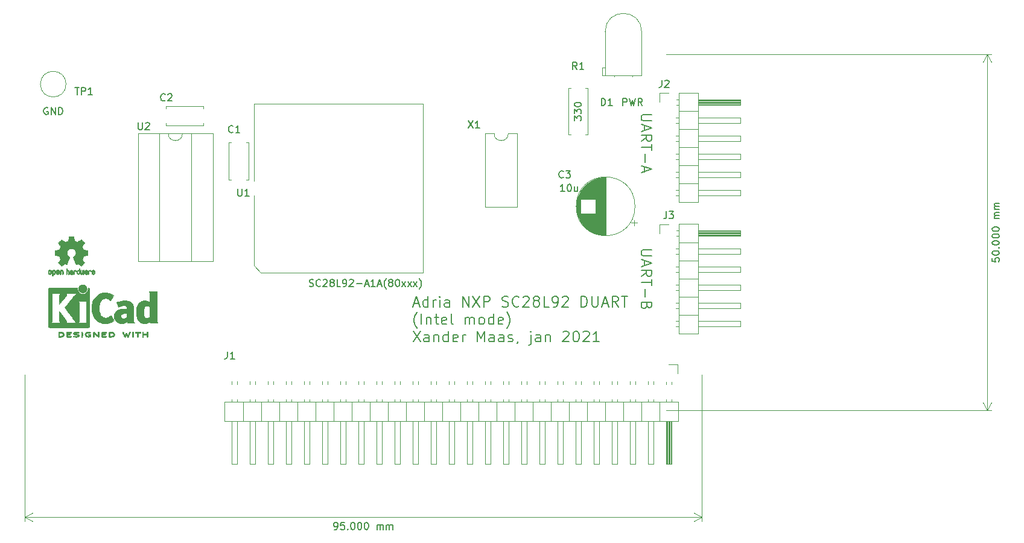
<source format=gbr>
%TF.GenerationSoftware,KiCad,Pcbnew,5.1.9*%
%TF.CreationDate,2021-02-01T10:24:50+01:00*%
%TF.ProjectId,UART_SC28L92_PLCC,55415254-5f53-4433-9238-4c39325f504c,1.0*%
%TF.SameCoordinates,Original*%
%TF.FileFunction,Legend,Top*%
%TF.FilePolarity,Positive*%
%FSLAX46Y46*%
G04 Gerber Fmt 4.6, Leading zero omitted, Abs format (unit mm)*
G04 Created by KiCad (PCBNEW 5.1.9) date 2021-02-01 10:24:50*
%MOMM*%
%LPD*%
G01*
G04 APERTURE LIST*
%ADD10C,0.200000*%
%ADD11C,0.150000*%
%ADD12C,0.120000*%
%ADD13C,0.010000*%
G04 APERTURE END LIST*
D10*
X122335714Y-112735000D02*
X123050000Y-112735000D01*
X122192857Y-113163571D02*
X122692857Y-111663571D01*
X123192857Y-113163571D01*
X124335714Y-113163571D02*
X124335714Y-111663571D01*
X124335714Y-113092142D02*
X124192857Y-113163571D01*
X123907142Y-113163571D01*
X123764285Y-113092142D01*
X123692857Y-113020714D01*
X123621428Y-112877857D01*
X123621428Y-112449285D01*
X123692857Y-112306428D01*
X123764285Y-112235000D01*
X123907142Y-112163571D01*
X124192857Y-112163571D01*
X124335714Y-112235000D01*
X125050000Y-113163571D02*
X125050000Y-112163571D01*
X125050000Y-112449285D02*
X125121428Y-112306428D01*
X125192857Y-112235000D01*
X125335714Y-112163571D01*
X125478571Y-112163571D01*
X125978571Y-113163571D02*
X125978571Y-112163571D01*
X125978571Y-111663571D02*
X125907142Y-111735000D01*
X125978571Y-111806428D01*
X126050000Y-111735000D01*
X125978571Y-111663571D01*
X125978571Y-111806428D01*
X127335714Y-113163571D02*
X127335714Y-112377857D01*
X127264285Y-112235000D01*
X127121428Y-112163571D01*
X126835714Y-112163571D01*
X126692857Y-112235000D01*
X127335714Y-113092142D02*
X127192857Y-113163571D01*
X126835714Y-113163571D01*
X126692857Y-113092142D01*
X126621428Y-112949285D01*
X126621428Y-112806428D01*
X126692857Y-112663571D01*
X126835714Y-112592142D01*
X127192857Y-112592142D01*
X127335714Y-112520714D01*
X129192857Y-113163571D02*
X129192857Y-111663571D01*
X130050000Y-113163571D01*
X130050000Y-111663571D01*
X130621428Y-111663571D02*
X131621428Y-113163571D01*
X131621428Y-111663571D02*
X130621428Y-113163571D01*
X132192857Y-113163571D02*
X132192857Y-111663571D01*
X132764285Y-111663571D01*
X132907142Y-111735000D01*
X132978571Y-111806428D01*
X133050000Y-111949285D01*
X133050000Y-112163571D01*
X132978571Y-112306428D01*
X132907142Y-112377857D01*
X132764285Y-112449285D01*
X132192857Y-112449285D01*
X134764285Y-113092142D02*
X134978571Y-113163571D01*
X135335714Y-113163571D01*
X135478571Y-113092142D01*
X135550000Y-113020714D01*
X135621428Y-112877857D01*
X135621428Y-112735000D01*
X135550000Y-112592142D01*
X135478571Y-112520714D01*
X135335714Y-112449285D01*
X135050000Y-112377857D01*
X134907142Y-112306428D01*
X134835714Y-112235000D01*
X134764285Y-112092142D01*
X134764285Y-111949285D01*
X134835714Y-111806428D01*
X134907142Y-111735000D01*
X135050000Y-111663571D01*
X135407142Y-111663571D01*
X135621428Y-111735000D01*
X137121428Y-113020714D02*
X137050000Y-113092142D01*
X136835714Y-113163571D01*
X136692857Y-113163571D01*
X136478571Y-113092142D01*
X136335714Y-112949285D01*
X136264285Y-112806428D01*
X136192857Y-112520714D01*
X136192857Y-112306428D01*
X136264285Y-112020714D01*
X136335714Y-111877857D01*
X136478571Y-111735000D01*
X136692857Y-111663571D01*
X136835714Y-111663571D01*
X137050000Y-111735000D01*
X137121428Y-111806428D01*
X137692857Y-111806428D02*
X137764285Y-111735000D01*
X137907142Y-111663571D01*
X138264285Y-111663571D01*
X138407142Y-111735000D01*
X138478571Y-111806428D01*
X138550000Y-111949285D01*
X138550000Y-112092142D01*
X138478571Y-112306428D01*
X137621428Y-113163571D01*
X138550000Y-113163571D01*
X139407142Y-112306428D02*
X139264285Y-112235000D01*
X139192857Y-112163571D01*
X139121428Y-112020714D01*
X139121428Y-111949285D01*
X139192857Y-111806428D01*
X139264285Y-111735000D01*
X139407142Y-111663571D01*
X139692857Y-111663571D01*
X139835714Y-111735000D01*
X139907142Y-111806428D01*
X139978571Y-111949285D01*
X139978571Y-112020714D01*
X139907142Y-112163571D01*
X139835714Y-112235000D01*
X139692857Y-112306428D01*
X139407142Y-112306428D01*
X139264285Y-112377857D01*
X139192857Y-112449285D01*
X139121428Y-112592142D01*
X139121428Y-112877857D01*
X139192857Y-113020714D01*
X139264285Y-113092142D01*
X139407142Y-113163571D01*
X139692857Y-113163571D01*
X139835714Y-113092142D01*
X139907142Y-113020714D01*
X139978571Y-112877857D01*
X139978571Y-112592142D01*
X139907142Y-112449285D01*
X139835714Y-112377857D01*
X139692857Y-112306428D01*
X141335714Y-113163571D02*
X140621428Y-113163571D01*
X140621428Y-111663571D01*
X141907142Y-113163571D02*
X142192857Y-113163571D01*
X142335714Y-113092142D01*
X142407142Y-113020714D01*
X142550000Y-112806428D01*
X142621428Y-112520714D01*
X142621428Y-111949285D01*
X142550000Y-111806428D01*
X142478571Y-111735000D01*
X142335714Y-111663571D01*
X142050000Y-111663571D01*
X141907142Y-111735000D01*
X141835714Y-111806428D01*
X141764285Y-111949285D01*
X141764285Y-112306428D01*
X141835714Y-112449285D01*
X141907142Y-112520714D01*
X142050000Y-112592142D01*
X142335714Y-112592142D01*
X142478571Y-112520714D01*
X142550000Y-112449285D01*
X142621428Y-112306428D01*
X143192857Y-111806428D02*
X143264285Y-111735000D01*
X143407142Y-111663571D01*
X143764285Y-111663571D01*
X143907142Y-111735000D01*
X143978571Y-111806428D01*
X144050000Y-111949285D01*
X144050000Y-112092142D01*
X143978571Y-112306428D01*
X143121428Y-113163571D01*
X144050000Y-113163571D01*
X145835714Y-113163571D02*
X145835714Y-111663571D01*
X146192857Y-111663571D01*
X146407142Y-111735000D01*
X146550000Y-111877857D01*
X146621428Y-112020714D01*
X146692857Y-112306428D01*
X146692857Y-112520714D01*
X146621428Y-112806428D01*
X146550000Y-112949285D01*
X146407142Y-113092142D01*
X146192857Y-113163571D01*
X145835714Y-113163571D01*
X147335714Y-111663571D02*
X147335714Y-112877857D01*
X147407142Y-113020714D01*
X147478571Y-113092142D01*
X147621428Y-113163571D01*
X147907142Y-113163571D01*
X148050000Y-113092142D01*
X148121428Y-113020714D01*
X148192857Y-112877857D01*
X148192857Y-111663571D01*
X148835714Y-112735000D02*
X149550000Y-112735000D01*
X148692857Y-113163571D02*
X149192857Y-111663571D01*
X149692857Y-113163571D01*
X151050000Y-113163571D02*
X150550000Y-112449285D01*
X150192857Y-113163571D02*
X150192857Y-111663571D01*
X150764285Y-111663571D01*
X150907142Y-111735000D01*
X150978571Y-111806428D01*
X151050000Y-111949285D01*
X151050000Y-112163571D01*
X150978571Y-112306428D01*
X150907142Y-112377857D01*
X150764285Y-112449285D01*
X150192857Y-112449285D01*
X151478571Y-111663571D02*
X152335714Y-111663571D01*
X151907142Y-113163571D02*
X151907142Y-111663571D01*
X122835714Y-116185000D02*
X122764285Y-116113571D01*
X122621428Y-115899285D01*
X122550000Y-115756428D01*
X122478571Y-115542142D01*
X122407142Y-115185000D01*
X122407142Y-114899285D01*
X122478571Y-114542142D01*
X122550000Y-114327857D01*
X122621428Y-114185000D01*
X122764285Y-113970714D01*
X122835714Y-113899285D01*
X123407142Y-115613571D02*
X123407142Y-114113571D01*
X124121428Y-114613571D02*
X124121428Y-115613571D01*
X124121428Y-114756428D02*
X124192857Y-114685000D01*
X124335714Y-114613571D01*
X124550000Y-114613571D01*
X124692857Y-114685000D01*
X124764285Y-114827857D01*
X124764285Y-115613571D01*
X125264285Y-114613571D02*
X125835714Y-114613571D01*
X125478571Y-114113571D02*
X125478571Y-115399285D01*
X125550000Y-115542142D01*
X125692857Y-115613571D01*
X125835714Y-115613571D01*
X126907142Y-115542142D02*
X126764285Y-115613571D01*
X126478571Y-115613571D01*
X126335714Y-115542142D01*
X126264285Y-115399285D01*
X126264285Y-114827857D01*
X126335714Y-114685000D01*
X126478571Y-114613571D01*
X126764285Y-114613571D01*
X126907142Y-114685000D01*
X126978571Y-114827857D01*
X126978571Y-114970714D01*
X126264285Y-115113571D01*
X127835714Y-115613571D02*
X127692857Y-115542142D01*
X127621428Y-115399285D01*
X127621428Y-114113571D01*
X129550000Y-115613571D02*
X129550000Y-114613571D01*
X129550000Y-114756428D02*
X129621428Y-114685000D01*
X129764285Y-114613571D01*
X129978571Y-114613571D01*
X130121428Y-114685000D01*
X130192857Y-114827857D01*
X130192857Y-115613571D01*
X130192857Y-114827857D02*
X130264285Y-114685000D01*
X130407142Y-114613571D01*
X130621428Y-114613571D01*
X130764285Y-114685000D01*
X130835714Y-114827857D01*
X130835714Y-115613571D01*
X131764285Y-115613571D02*
X131621428Y-115542142D01*
X131550000Y-115470714D01*
X131478571Y-115327857D01*
X131478571Y-114899285D01*
X131550000Y-114756428D01*
X131621428Y-114685000D01*
X131764285Y-114613571D01*
X131978571Y-114613571D01*
X132121428Y-114685000D01*
X132192857Y-114756428D01*
X132264285Y-114899285D01*
X132264285Y-115327857D01*
X132192857Y-115470714D01*
X132121428Y-115542142D01*
X131978571Y-115613571D01*
X131764285Y-115613571D01*
X133550000Y-115613571D02*
X133550000Y-114113571D01*
X133550000Y-115542142D02*
X133407142Y-115613571D01*
X133121428Y-115613571D01*
X132978571Y-115542142D01*
X132907142Y-115470714D01*
X132835714Y-115327857D01*
X132835714Y-114899285D01*
X132907142Y-114756428D01*
X132978571Y-114685000D01*
X133121428Y-114613571D01*
X133407142Y-114613571D01*
X133550000Y-114685000D01*
X134835714Y-115542142D02*
X134692857Y-115613571D01*
X134407142Y-115613571D01*
X134264285Y-115542142D01*
X134192857Y-115399285D01*
X134192857Y-114827857D01*
X134264285Y-114685000D01*
X134407142Y-114613571D01*
X134692857Y-114613571D01*
X134835714Y-114685000D01*
X134907142Y-114827857D01*
X134907142Y-114970714D01*
X134192857Y-115113571D01*
X135407142Y-116185000D02*
X135478571Y-116113571D01*
X135621428Y-115899285D01*
X135692857Y-115756428D01*
X135764285Y-115542142D01*
X135835714Y-115185000D01*
X135835714Y-114899285D01*
X135764285Y-114542142D01*
X135692857Y-114327857D01*
X135621428Y-114185000D01*
X135478571Y-113970714D01*
X135407142Y-113899285D01*
X122264285Y-116563571D02*
X123264285Y-118063571D01*
X123264285Y-116563571D02*
X122264285Y-118063571D01*
X124478571Y-118063571D02*
X124478571Y-117277857D01*
X124407142Y-117135000D01*
X124264285Y-117063571D01*
X123978571Y-117063571D01*
X123835714Y-117135000D01*
X124478571Y-117992142D02*
X124335714Y-118063571D01*
X123978571Y-118063571D01*
X123835714Y-117992142D01*
X123764285Y-117849285D01*
X123764285Y-117706428D01*
X123835714Y-117563571D01*
X123978571Y-117492142D01*
X124335714Y-117492142D01*
X124478571Y-117420714D01*
X125192857Y-117063571D02*
X125192857Y-118063571D01*
X125192857Y-117206428D02*
X125264285Y-117135000D01*
X125407142Y-117063571D01*
X125621428Y-117063571D01*
X125764285Y-117135000D01*
X125835714Y-117277857D01*
X125835714Y-118063571D01*
X127192857Y-118063571D02*
X127192857Y-116563571D01*
X127192857Y-117992142D02*
X127050000Y-118063571D01*
X126764285Y-118063571D01*
X126621428Y-117992142D01*
X126550000Y-117920714D01*
X126478571Y-117777857D01*
X126478571Y-117349285D01*
X126550000Y-117206428D01*
X126621428Y-117135000D01*
X126764285Y-117063571D01*
X127050000Y-117063571D01*
X127192857Y-117135000D01*
X128478571Y-117992142D02*
X128335714Y-118063571D01*
X128050000Y-118063571D01*
X127907142Y-117992142D01*
X127835714Y-117849285D01*
X127835714Y-117277857D01*
X127907142Y-117135000D01*
X128050000Y-117063571D01*
X128335714Y-117063571D01*
X128478571Y-117135000D01*
X128550000Y-117277857D01*
X128550000Y-117420714D01*
X127835714Y-117563571D01*
X129192857Y-118063571D02*
X129192857Y-117063571D01*
X129192857Y-117349285D02*
X129264285Y-117206428D01*
X129335714Y-117135000D01*
X129478571Y-117063571D01*
X129621428Y-117063571D01*
X131264285Y-118063571D02*
X131264285Y-116563571D01*
X131764285Y-117635000D01*
X132264285Y-116563571D01*
X132264285Y-118063571D01*
X133621428Y-118063571D02*
X133621428Y-117277857D01*
X133550000Y-117135000D01*
X133407142Y-117063571D01*
X133121428Y-117063571D01*
X132978571Y-117135000D01*
X133621428Y-117992142D02*
X133478571Y-118063571D01*
X133121428Y-118063571D01*
X132978571Y-117992142D01*
X132907142Y-117849285D01*
X132907142Y-117706428D01*
X132978571Y-117563571D01*
X133121428Y-117492142D01*
X133478571Y-117492142D01*
X133621428Y-117420714D01*
X134978571Y-118063571D02*
X134978571Y-117277857D01*
X134907142Y-117135000D01*
X134764285Y-117063571D01*
X134478571Y-117063571D01*
X134335714Y-117135000D01*
X134978571Y-117992142D02*
X134835714Y-118063571D01*
X134478571Y-118063571D01*
X134335714Y-117992142D01*
X134264285Y-117849285D01*
X134264285Y-117706428D01*
X134335714Y-117563571D01*
X134478571Y-117492142D01*
X134835714Y-117492142D01*
X134978571Y-117420714D01*
X135621428Y-117992142D02*
X135764285Y-118063571D01*
X136050000Y-118063571D01*
X136192857Y-117992142D01*
X136264285Y-117849285D01*
X136264285Y-117777857D01*
X136192857Y-117635000D01*
X136050000Y-117563571D01*
X135835714Y-117563571D01*
X135692857Y-117492142D01*
X135621428Y-117349285D01*
X135621428Y-117277857D01*
X135692857Y-117135000D01*
X135835714Y-117063571D01*
X136050000Y-117063571D01*
X136192857Y-117135000D01*
X136978571Y-117992142D02*
X136978571Y-118063571D01*
X136907142Y-118206428D01*
X136835714Y-118277857D01*
X138764285Y-117063571D02*
X138764285Y-118349285D01*
X138692857Y-118492142D01*
X138550000Y-118563571D01*
X138478571Y-118563571D01*
X138764285Y-116563571D02*
X138692857Y-116635000D01*
X138764285Y-116706428D01*
X138835714Y-116635000D01*
X138764285Y-116563571D01*
X138764285Y-116706428D01*
X140121428Y-118063571D02*
X140121428Y-117277857D01*
X140050000Y-117135000D01*
X139907142Y-117063571D01*
X139621428Y-117063571D01*
X139478571Y-117135000D01*
X140121428Y-117992142D02*
X139978571Y-118063571D01*
X139621428Y-118063571D01*
X139478571Y-117992142D01*
X139407142Y-117849285D01*
X139407142Y-117706428D01*
X139478571Y-117563571D01*
X139621428Y-117492142D01*
X139978571Y-117492142D01*
X140121428Y-117420714D01*
X140835714Y-117063571D02*
X140835714Y-118063571D01*
X140835714Y-117206428D02*
X140907142Y-117135000D01*
X141050000Y-117063571D01*
X141264285Y-117063571D01*
X141407142Y-117135000D01*
X141478571Y-117277857D01*
X141478571Y-118063571D01*
X143264285Y-116706428D02*
X143335714Y-116635000D01*
X143478571Y-116563571D01*
X143835714Y-116563571D01*
X143978571Y-116635000D01*
X144050000Y-116706428D01*
X144121428Y-116849285D01*
X144121428Y-116992142D01*
X144050000Y-117206428D01*
X143192857Y-118063571D01*
X144121428Y-118063571D01*
X145050000Y-116563571D02*
X145192857Y-116563571D01*
X145335714Y-116635000D01*
X145407142Y-116706428D01*
X145478571Y-116849285D01*
X145550000Y-117135000D01*
X145550000Y-117492142D01*
X145478571Y-117777857D01*
X145407142Y-117920714D01*
X145335714Y-117992142D01*
X145192857Y-118063571D01*
X145050000Y-118063571D01*
X144907142Y-117992142D01*
X144835714Y-117920714D01*
X144764285Y-117777857D01*
X144692857Y-117492142D01*
X144692857Y-117135000D01*
X144764285Y-116849285D01*
X144835714Y-116706428D01*
X144907142Y-116635000D01*
X145050000Y-116563571D01*
X146121428Y-116706428D02*
X146192857Y-116635000D01*
X146335714Y-116563571D01*
X146692857Y-116563571D01*
X146835714Y-116635000D01*
X146907142Y-116706428D01*
X146978571Y-116849285D01*
X146978571Y-116992142D01*
X146907142Y-117206428D01*
X146050000Y-118063571D01*
X146978571Y-118063571D01*
X148407142Y-118063571D02*
X147550000Y-118063571D01*
X147978571Y-118063571D02*
X147978571Y-116563571D01*
X147835714Y-116777857D01*
X147692857Y-116920714D01*
X147550000Y-116992142D01*
D11*
X203497380Y-106314047D02*
X203497380Y-106790238D01*
X203973571Y-106837857D01*
X203925952Y-106790238D01*
X203878333Y-106695000D01*
X203878333Y-106456904D01*
X203925952Y-106361666D01*
X203973571Y-106314047D01*
X204068809Y-106266428D01*
X204306904Y-106266428D01*
X204402142Y-106314047D01*
X204449761Y-106361666D01*
X204497380Y-106456904D01*
X204497380Y-106695000D01*
X204449761Y-106790238D01*
X204402142Y-106837857D01*
X203497380Y-105647380D02*
X203497380Y-105552142D01*
X203545000Y-105456904D01*
X203592619Y-105409285D01*
X203687857Y-105361666D01*
X203878333Y-105314047D01*
X204116428Y-105314047D01*
X204306904Y-105361666D01*
X204402142Y-105409285D01*
X204449761Y-105456904D01*
X204497380Y-105552142D01*
X204497380Y-105647380D01*
X204449761Y-105742619D01*
X204402142Y-105790238D01*
X204306904Y-105837857D01*
X204116428Y-105885476D01*
X203878333Y-105885476D01*
X203687857Y-105837857D01*
X203592619Y-105790238D01*
X203545000Y-105742619D01*
X203497380Y-105647380D01*
X204402142Y-104885476D02*
X204449761Y-104837857D01*
X204497380Y-104885476D01*
X204449761Y-104933095D01*
X204402142Y-104885476D01*
X204497380Y-104885476D01*
X203497380Y-104218809D02*
X203497380Y-104123571D01*
X203545000Y-104028333D01*
X203592619Y-103980714D01*
X203687857Y-103933095D01*
X203878333Y-103885476D01*
X204116428Y-103885476D01*
X204306904Y-103933095D01*
X204402142Y-103980714D01*
X204449761Y-104028333D01*
X204497380Y-104123571D01*
X204497380Y-104218809D01*
X204449761Y-104314047D01*
X204402142Y-104361666D01*
X204306904Y-104409285D01*
X204116428Y-104456904D01*
X203878333Y-104456904D01*
X203687857Y-104409285D01*
X203592619Y-104361666D01*
X203545000Y-104314047D01*
X203497380Y-104218809D01*
X203497380Y-103266428D02*
X203497380Y-103171190D01*
X203545000Y-103075952D01*
X203592619Y-103028333D01*
X203687857Y-102980714D01*
X203878333Y-102933095D01*
X204116428Y-102933095D01*
X204306904Y-102980714D01*
X204402142Y-103028333D01*
X204449761Y-103075952D01*
X204497380Y-103171190D01*
X204497380Y-103266428D01*
X204449761Y-103361666D01*
X204402142Y-103409285D01*
X204306904Y-103456904D01*
X204116428Y-103504523D01*
X203878333Y-103504523D01*
X203687857Y-103456904D01*
X203592619Y-103409285D01*
X203545000Y-103361666D01*
X203497380Y-103266428D01*
X203497380Y-102314047D02*
X203497380Y-102218809D01*
X203545000Y-102123571D01*
X203592619Y-102075952D01*
X203687857Y-102028333D01*
X203878333Y-101980714D01*
X204116428Y-101980714D01*
X204306904Y-102028333D01*
X204402142Y-102075952D01*
X204449761Y-102123571D01*
X204497380Y-102218809D01*
X204497380Y-102314047D01*
X204449761Y-102409285D01*
X204402142Y-102456904D01*
X204306904Y-102504523D01*
X204116428Y-102552142D01*
X203878333Y-102552142D01*
X203687857Y-102504523D01*
X203592619Y-102456904D01*
X203545000Y-102409285D01*
X203497380Y-102314047D01*
X204497380Y-100790238D02*
X203830714Y-100790238D01*
X203925952Y-100790238D02*
X203878333Y-100742619D01*
X203830714Y-100647380D01*
X203830714Y-100504523D01*
X203878333Y-100409285D01*
X203973571Y-100361666D01*
X204497380Y-100361666D01*
X203973571Y-100361666D02*
X203878333Y-100314047D01*
X203830714Y-100218809D01*
X203830714Y-100075952D01*
X203878333Y-99980714D01*
X203973571Y-99933095D01*
X204497380Y-99933095D01*
X204497380Y-99456904D02*
X203830714Y-99456904D01*
X203925952Y-99456904D02*
X203878333Y-99409285D01*
X203830714Y-99314047D01*
X203830714Y-99171190D01*
X203878333Y-99075952D01*
X203973571Y-99028333D01*
X204497380Y-99028333D01*
X203973571Y-99028333D02*
X203878333Y-98980714D01*
X203830714Y-98885476D01*
X203830714Y-98742619D01*
X203878333Y-98647380D01*
X203973571Y-98599761D01*
X204497380Y-98599761D01*
D12*
X202775000Y-127695000D02*
X202775000Y-77695000D01*
X157775000Y-127695000D02*
X203361421Y-127695000D01*
X157775000Y-77695000D02*
X203361421Y-77695000D01*
X202775000Y-77695000D02*
X203361421Y-78821504D01*
X202775000Y-77695000D02*
X202188579Y-78821504D01*
X202775000Y-127695000D02*
X203361421Y-126568496D01*
X202775000Y-127695000D02*
X202188579Y-126568496D01*
D11*
X111227380Y-144417380D02*
X111417857Y-144417380D01*
X111513095Y-144369761D01*
X111560714Y-144322142D01*
X111655952Y-144179285D01*
X111703571Y-143988809D01*
X111703571Y-143607857D01*
X111655952Y-143512619D01*
X111608333Y-143465000D01*
X111513095Y-143417380D01*
X111322619Y-143417380D01*
X111227380Y-143465000D01*
X111179761Y-143512619D01*
X111132142Y-143607857D01*
X111132142Y-143845952D01*
X111179761Y-143941190D01*
X111227380Y-143988809D01*
X111322619Y-144036428D01*
X111513095Y-144036428D01*
X111608333Y-143988809D01*
X111655952Y-143941190D01*
X111703571Y-143845952D01*
X112608333Y-143417380D02*
X112132142Y-143417380D01*
X112084523Y-143893571D01*
X112132142Y-143845952D01*
X112227380Y-143798333D01*
X112465476Y-143798333D01*
X112560714Y-143845952D01*
X112608333Y-143893571D01*
X112655952Y-143988809D01*
X112655952Y-144226904D01*
X112608333Y-144322142D01*
X112560714Y-144369761D01*
X112465476Y-144417380D01*
X112227380Y-144417380D01*
X112132142Y-144369761D01*
X112084523Y-144322142D01*
X113084523Y-144322142D02*
X113132142Y-144369761D01*
X113084523Y-144417380D01*
X113036904Y-144369761D01*
X113084523Y-144322142D01*
X113084523Y-144417380D01*
X113751190Y-143417380D02*
X113846428Y-143417380D01*
X113941666Y-143465000D01*
X113989285Y-143512619D01*
X114036904Y-143607857D01*
X114084523Y-143798333D01*
X114084523Y-144036428D01*
X114036904Y-144226904D01*
X113989285Y-144322142D01*
X113941666Y-144369761D01*
X113846428Y-144417380D01*
X113751190Y-144417380D01*
X113655952Y-144369761D01*
X113608333Y-144322142D01*
X113560714Y-144226904D01*
X113513095Y-144036428D01*
X113513095Y-143798333D01*
X113560714Y-143607857D01*
X113608333Y-143512619D01*
X113655952Y-143465000D01*
X113751190Y-143417380D01*
X114703571Y-143417380D02*
X114798809Y-143417380D01*
X114894047Y-143465000D01*
X114941666Y-143512619D01*
X114989285Y-143607857D01*
X115036904Y-143798333D01*
X115036904Y-144036428D01*
X114989285Y-144226904D01*
X114941666Y-144322142D01*
X114894047Y-144369761D01*
X114798809Y-144417380D01*
X114703571Y-144417380D01*
X114608333Y-144369761D01*
X114560714Y-144322142D01*
X114513095Y-144226904D01*
X114465476Y-144036428D01*
X114465476Y-143798333D01*
X114513095Y-143607857D01*
X114560714Y-143512619D01*
X114608333Y-143465000D01*
X114703571Y-143417380D01*
X115655952Y-143417380D02*
X115751190Y-143417380D01*
X115846428Y-143465000D01*
X115894047Y-143512619D01*
X115941666Y-143607857D01*
X115989285Y-143798333D01*
X115989285Y-144036428D01*
X115941666Y-144226904D01*
X115894047Y-144322142D01*
X115846428Y-144369761D01*
X115751190Y-144417380D01*
X115655952Y-144417380D01*
X115560714Y-144369761D01*
X115513095Y-144322142D01*
X115465476Y-144226904D01*
X115417857Y-144036428D01*
X115417857Y-143798333D01*
X115465476Y-143607857D01*
X115513095Y-143512619D01*
X115560714Y-143465000D01*
X115655952Y-143417380D01*
X117179761Y-144417380D02*
X117179761Y-143750714D01*
X117179761Y-143845952D02*
X117227380Y-143798333D01*
X117322619Y-143750714D01*
X117465476Y-143750714D01*
X117560714Y-143798333D01*
X117608333Y-143893571D01*
X117608333Y-144417380D01*
X117608333Y-143893571D02*
X117655952Y-143798333D01*
X117751190Y-143750714D01*
X117894047Y-143750714D01*
X117989285Y-143798333D01*
X118036904Y-143893571D01*
X118036904Y-144417380D01*
X118513095Y-144417380D02*
X118513095Y-143750714D01*
X118513095Y-143845952D02*
X118560714Y-143798333D01*
X118655952Y-143750714D01*
X118798809Y-143750714D01*
X118894047Y-143798333D01*
X118941666Y-143893571D01*
X118941666Y-144417380D01*
X118941666Y-143893571D02*
X118989285Y-143798333D01*
X119084523Y-143750714D01*
X119227380Y-143750714D01*
X119322619Y-143798333D01*
X119370238Y-143893571D01*
X119370238Y-144417380D01*
D12*
X67775000Y-142695000D02*
X162775000Y-142695000D01*
X67775000Y-122695000D02*
X67775000Y-143281421D01*
X162775000Y-122695000D02*
X162775000Y-143281421D01*
X162775000Y-142695000D02*
X161648496Y-143281421D01*
X162775000Y-142695000D02*
X161648496Y-142108579D01*
X67775000Y-142695000D02*
X68901504Y-143281421D01*
X67775000Y-142695000D02*
X68901504Y-142108579D01*
%TO.C,U1*%
X99910000Y-97520000D02*
X99910000Y-107370000D01*
X99910000Y-107370000D02*
X100910000Y-108370000D01*
X100910000Y-108370000D02*
X123610000Y-108370000D01*
X123610000Y-108370000D02*
X123610000Y-84670000D01*
X123610000Y-84670000D02*
X99910000Y-84670000D01*
X99910000Y-84670000D02*
X99910000Y-95520000D01*
%TO.C,U2*%
X87900000Y-88840000D02*
X86650000Y-88840000D01*
X86650000Y-88840000D02*
X86650000Y-106740000D01*
X86650000Y-106740000D02*
X91150000Y-106740000D01*
X91150000Y-106740000D02*
X91150000Y-88840000D01*
X91150000Y-88840000D02*
X89900000Y-88840000D01*
X83650000Y-88780000D02*
X83650000Y-106800000D01*
X83650000Y-106800000D02*
X94150000Y-106800000D01*
X94150000Y-106800000D02*
X94150000Y-88780000D01*
X94150000Y-88780000D02*
X83650000Y-88780000D01*
X89900000Y-88840000D02*
G75*
G02*
X87900000Y-88840000I-1000000J0D01*
G01*
%TO.C,C1*%
X96420000Y-95370000D02*
X96420000Y-90130000D01*
X99160000Y-95370000D02*
X99160000Y-90130000D01*
X96420000Y-95370000D02*
X96735000Y-95370000D01*
X98845000Y-95370000D02*
X99160000Y-95370000D01*
X96420000Y-90130000D02*
X96735000Y-90130000D01*
X98845000Y-90130000D02*
X99160000Y-90130000D01*
%TO.C,X1*%
X133620000Y-88840000D02*
X132370000Y-88840000D01*
X132370000Y-88840000D02*
X132370000Y-99120000D01*
X132370000Y-99120000D02*
X136870000Y-99120000D01*
X136870000Y-99120000D02*
X136870000Y-88840000D01*
X136870000Y-88840000D02*
X135620000Y-88840000D01*
X135620000Y-88840000D02*
G75*
G02*
X133620000Y-88840000I-1000000J0D01*
G01*
%TO.C,J3*%
X159555000Y-101540000D02*
X159555000Y-116900000D01*
X159555000Y-116900000D02*
X162215000Y-116900000D01*
X162215000Y-116900000D02*
X162215000Y-101540000D01*
X162215000Y-101540000D02*
X159555000Y-101540000D01*
X162215000Y-102490000D02*
X168215000Y-102490000D01*
X168215000Y-102490000D02*
X168215000Y-103250000D01*
X168215000Y-103250000D02*
X162215000Y-103250000D01*
X162215000Y-102550000D02*
X168215000Y-102550000D01*
X162215000Y-102670000D02*
X168215000Y-102670000D01*
X162215000Y-102790000D02*
X168215000Y-102790000D01*
X162215000Y-102910000D02*
X168215000Y-102910000D01*
X162215000Y-103030000D02*
X168215000Y-103030000D01*
X162215000Y-103150000D02*
X168215000Y-103150000D01*
X159225000Y-102490000D02*
X159555000Y-102490000D01*
X159225000Y-103250000D02*
X159555000Y-103250000D01*
X159555000Y-104140000D02*
X162215000Y-104140000D01*
X162215000Y-105030000D02*
X168215000Y-105030000D01*
X168215000Y-105030000D02*
X168215000Y-105790000D01*
X168215000Y-105790000D02*
X162215000Y-105790000D01*
X159157929Y-105030000D02*
X159555000Y-105030000D01*
X159157929Y-105790000D02*
X159555000Y-105790000D01*
X159555000Y-106680000D02*
X162215000Y-106680000D01*
X162215000Y-107570000D02*
X168215000Y-107570000D01*
X168215000Y-107570000D02*
X168215000Y-108330000D01*
X168215000Y-108330000D02*
X162215000Y-108330000D01*
X159157929Y-107570000D02*
X159555000Y-107570000D01*
X159157929Y-108330000D02*
X159555000Y-108330000D01*
X159555000Y-109220000D02*
X162215000Y-109220000D01*
X162215000Y-110110000D02*
X168215000Y-110110000D01*
X168215000Y-110110000D02*
X168215000Y-110870000D01*
X168215000Y-110870000D02*
X162215000Y-110870000D01*
X159157929Y-110110000D02*
X159555000Y-110110000D01*
X159157929Y-110870000D02*
X159555000Y-110870000D01*
X159555000Y-111760000D02*
X162215000Y-111760000D01*
X162215000Y-112650000D02*
X168215000Y-112650000D01*
X168215000Y-112650000D02*
X168215000Y-113410000D01*
X168215000Y-113410000D02*
X162215000Y-113410000D01*
X159157929Y-112650000D02*
X159555000Y-112650000D01*
X159157929Y-113410000D02*
X159555000Y-113410000D01*
X159555000Y-114300000D02*
X162215000Y-114300000D01*
X162215000Y-115190000D02*
X168215000Y-115190000D01*
X168215000Y-115190000D02*
X168215000Y-115950000D01*
X168215000Y-115950000D02*
X162215000Y-115950000D01*
X159157929Y-115190000D02*
X159555000Y-115190000D01*
X159157929Y-115950000D02*
X159555000Y-115950000D01*
X156845000Y-102870000D02*
X156845000Y-101600000D01*
X156845000Y-101600000D02*
X158115000Y-101600000D01*
%TO.C,J2*%
X159555000Y-83125000D02*
X159555000Y-98485000D01*
X159555000Y-98485000D02*
X162215000Y-98485000D01*
X162215000Y-98485000D02*
X162215000Y-83125000D01*
X162215000Y-83125000D02*
X159555000Y-83125000D01*
X162215000Y-84075000D02*
X168215000Y-84075000D01*
X168215000Y-84075000D02*
X168215000Y-84835000D01*
X168215000Y-84835000D02*
X162215000Y-84835000D01*
X162215000Y-84135000D02*
X168215000Y-84135000D01*
X162215000Y-84255000D02*
X168215000Y-84255000D01*
X162215000Y-84375000D02*
X168215000Y-84375000D01*
X162215000Y-84495000D02*
X168215000Y-84495000D01*
X162215000Y-84615000D02*
X168215000Y-84615000D01*
X162215000Y-84735000D02*
X168215000Y-84735000D01*
X159225000Y-84075000D02*
X159555000Y-84075000D01*
X159225000Y-84835000D02*
X159555000Y-84835000D01*
X159555000Y-85725000D02*
X162215000Y-85725000D01*
X162215000Y-86615000D02*
X168215000Y-86615000D01*
X168215000Y-86615000D02*
X168215000Y-87375000D01*
X168215000Y-87375000D02*
X162215000Y-87375000D01*
X159157929Y-86615000D02*
X159555000Y-86615000D01*
X159157929Y-87375000D02*
X159555000Y-87375000D01*
X159555000Y-88265000D02*
X162215000Y-88265000D01*
X162215000Y-89155000D02*
X168215000Y-89155000D01*
X168215000Y-89155000D02*
X168215000Y-89915000D01*
X168215000Y-89915000D02*
X162215000Y-89915000D01*
X159157929Y-89155000D02*
X159555000Y-89155000D01*
X159157929Y-89915000D02*
X159555000Y-89915000D01*
X159555000Y-90805000D02*
X162215000Y-90805000D01*
X162215000Y-91695000D02*
X168215000Y-91695000D01*
X168215000Y-91695000D02*
X168215000Y-92455000D01*
X168215000Y-92455000D02*
X162215000Y-92455000D01*
X159157929Y-91695000D02*
X159555000Y-91695000D01*
X159157929Y-92455000D02*
X159555000Y-92455000D01*
X159555000Y-93345000D02*
X162215000Y-93345000D01*
X162215000Y-94235000D02*
X168215000Y-94235000D01*
X168215000Y-94235000D02*
X168215000Y-94995000D01*
X168215000Y-94995000D02*
X162215000Y-94995000D01*
X159157929Y-94235000D02*
X159555000Y-94235000D01*
X159157929Y-94995000D02*
X159555000Y-94995000D01*
X159555000Y-95885000D02*
X162215000Y-95885000D01*
X162215000Y-96775000D02*
X168215000Y-96775000D01*
X168215000Y-96775000D02*
X168215000Y-97535000D01*
X168215000Y-97535000D02*
X162215000Y-97535000D01*
X159157929Y-96775000D02*
X159555000Y-96775000D01*
X159157929Y-97535000D02*
X159555000Y-97535000D01*
X156845000Y-84455000D02*
X156845000Y-83185000D01*
X156845000Y-83185000D02*
X158115000Y-83185000D01*
%TO.C,C3*%
X153385000Y-99060000D02*
G75*
G03*
X153385000Y-99060000I-4120000J0D01*
G01*
X149265000Y-103140000D02*
X149265000Y-94980000D01*
X149225000Y-103140000D02*
X149225000Y-94980000D01*
X149185000Y-103140000D02*
X149185000Y-94980000D01*
X149145000Y-103139000D02*
X149145000Y-94981000D01*
X149105000Y-103137000D02*
X149105000Y-94983000D01*
X149065000Y-103136000D02*
X149065000Y-94984000D01*
X149025000Y-103134000D02*
X149025000Y-94986000D01*
X148985000Y-103131000D02*
X148985000Y-94989000D01*
X148945000Y-103128000D02*
X148945000Y-94992000D01*
X148905000Y-103125000D02*
X148905000Y-94995000D01*
X148865000Y-103121000D02*
X148865000Y-94999000D01*
X148825000Y-103117000D02*
X148825000Y-95003000D01*
X148785000Y-103112000D02*
X148785000Y-95008000D01*
X148745000Y-103108000D02*
X148745000Y-95012000D01*
X148705000Y-103102000D02*
X148705000Y-95018000D01*
X148665000Y-103097000D02*
X148665000Y-95023000D01*
X148625000Y-103090000D02*
X148625000Y-95030000D01*
X148585000Y-103084000D02*
X148585000Y-95036000D01*
X148544000Y-103077000D02*
X148544000Y-95043000D01*
X148504000Y-103070000D02*
X148504000Y-95050000D01*
X148464000Y-103062000D02*
X148464000Y-95058000D01*
X148424000Y-103054000D02*
X148424000Y-95066000D01*
X148384000Y-103045000D02*
X148384000Y-95075000D01*
X148344000Y-103036000D02*
X148344000Y-95084000D01*
X148304000Y-103027000D02*
X148304000Y-95093000D01*
X148264000Y-103017000D02*
X148264000Y-95103000D01*
X148224000Y-103007000D02*
X148224000Y-95113000D01*
X148184000Y-102996000D02*
X148184000Y-95124000D01*
X148144000Y-102985000D02*
X148144000Y-95135000D01*
X148104000Y-102974000D02*
X148104000Y-95146000D01*
X148064000Y-102962000D02*
X148064000Y-95158000D01*
X148024000Y-102949000D02*
X148024000Y-95171000D01*
X147984000Y-102937000D02*
X147984000Y-95183000D01*
X147944000Y-102923000D02*
X147944000Y-95197000D01*
X147904000Y-102910000D02*
X147904000Y-95210000D01*
X147864000Y-102895000D02*
X147864000Y-95225000D01*
X147824000Y-102881000D02*
X147824000Y-95239000D01*
X147784000Y-102865000D02*
X147784000Y-100100000D01*
X147784000Y-98020000D02*
X147784000Y-95255000D01*
X147744000Y-102850000D02*
X147744000Y-100100000D01*
X147744000Y-98020000D02*
X147744000Y-95270000D01*
X147704000Y-102834000D02*
X147704000Y-100100000D01*
X147704000Y-98020000D02*
X147704000Y-95286000D01*
X147664000Y-102817000D02*
X147664000Y-100100000D01*
X147664000Y-98020000D02*
X147664000Y-95303000D01*
X147624000Y-102800000D02*
X147624000Y-100100000D01*
X147624000Y-98020000D02*
X147624000Y-95320000D01*
X147584000Y-102782000D02*
X147584000Y-100100000D01*
X147584000Y-98020000D02*
X147584000Y-95338000D01*
X147544000Y-102764000D02*
X147544000Y-100100000D01*
X147544000Y-98020000D02*
X147544000Y-95356000D01*
X147504000Y-102746000D02*
X147504000Y-100100000D01*
X147504000Y-98020000D02*
X147504000Y-95374000D01*
X147464000Y-102726000D02*
X147464000Y-100100000D01*
X147464000Y-98020000D02*
X147464000Y-95394000D01*
X147424000Y-102707000D02*
X147424000Y-100100000D01*
X147424000Y-98020000D02*
X147424000Y-95413000D01*
X147384000Y-102687000D02*
X147384000Y-100100000D01*
X147384000Y-98020000D02*
X147384000Y-95433000D01*
X147344000Y-102666000D02*
X147344000Y-100100000D01*
X147344000Y-98020000D02*
X147344000Y-95454000D01*
X147304000Y-102644000D02*
X147304000Y-100100000D01*
X147304000Y-98020000D02*
X147304000Y-95476000D01*
X147264000Y-102622000D02*
X147264000Y-100100000D01*
X147264000Y-98020000D02*
X147264000Y-95498000D01*
X147224000Y-102600000D02*
X147224000Y-100100000D01*
X147224000Y-98020000D02*
X147224000Y-95520000D01*
X147184000Y-102577000D02*
X147184000Y-100100000D01*
X147184000Y-98020000D02*
X147184000Y-95543000D01*
X147144000Y-102553000D02*
X147144000Y-100100000D01*
X147144000Y-98020000D02*
X147144000Y-95567000D01*
X147104000Y-102529000D02*
X147104000Y-100100000D01*
X147104000Y-98020000D02*
X147104000Y-95591000D01*
X147064000Y-102504000D02*
X147064000Y-100100000D01*
X147064000Y-98020000D02*
X147064000Y-95616000D01*
X147024000Y-102478000D02*
X147024000Y-100100000D01*
X147024000Y-98020000D02*
X147024000Y-95642000D01*
X146984000Y-102452000D02*
X146984000Y-100100000D01*
X146984000Y-98020000D02*
X146984000Y-95668000D01*
X146944000Y-102425000D02*
X146944000Y-100100000D01*
X146944000Y-98020000D02*
X146944000Y-95695000D01*
X146904000Y-102398000D02*
X146904000Y-100100000D01*
X146904000Y-98020000D02*
X146904000Y-95722000D01*
X146864000Y-102369000D02*
X146864000Y-100100000D01*
X146864000Y-98020000D02*
X146864000Y-95751000D01*
X146824000Y-102340000D02*
X146824000Y-100100000D01*
X146824000Y-98020000D02*
X146824000Y-95780000D01*
X146784000Y-102310000D02*
X146784000Y-100100000D01*
X146784000Y-98020000D02*
X146784000Y-95810000D01*
X146744000Y-102280000D02*
X146744000Y-100100000D01*
X146744000Y-98020000D02*
X146744000Y-95840000D01*
X146704000Y-102249000D02*
X146704000Y-100100000D01*
X146704000Y-98020000D02*
X146704000Y-95871000D01*
X146664000Y-102216000D02*
X146664000Y-100100000D01*
X146664000Y-98020000D02*
X146664000Y-95904000D01*
X146624000Y-102184000D02*
X146624000Y-100100000D01*
X146624000Y-98020000D02*
X146624000Y-95936000D01*
X146584000Y-102150000D02*
X146584000Y-100100000D01*
X146584000Y-98020000D02*
X146584000Y-95970000D01*
X146544000Y-102115000D02*
X146544000Y-100100000D01*
X146544000Y-98020000D02*
X146544000Y-96005000D01*
X146504000Y-102079000D02*
X146504000Y-100100000D01*
X146504000Y-98020000D02*
X146504000Y-96041000D01*
X146464000Y-102043000D02*
X146464000Y-100100000D01*
X146464000Y-98020000D02*
X146464000Y-96077000D01*
X146424000Y-102005000D02*
X146424000Y-100100000D01*
X146424000Y-98020000D02*
X146424000Y-96115000D01*
X146384000Y-101967000D02*
X146384000Y-100100000D01*
X146384000Y-98020000D02*
X146384000Y-96153000D01*
X146344000Y-101927000D02*
X146344000Y-100100000D01*
X146344000Y-98020000D02*
X146344000Y-96193000D01*
X146304000Y-101886000D02*
X146304000Y-100100000D01*
X146304000Y-98020000D02*
X146304000Y-96234000D01*
X146264000Y-101844000D02*
X146264000Y-100100000D01*
X146264000Y-98020000D02*
X146264000Y-96276000D01*
X146224000Y-101801000D02*
X146224000Y-100100000D01*
X146224000Y-98020000D02*
X146224000Y-96319000D01*
X146184000Y-101757000D02*
X146184000Y-100100000D01*
X146184000Y-98020000D02*
X146184000Y-96363000D01*
X146144000Y-101711000D02*
X146144000Y-100100000D01*
X146144000Y-98020000D02*
X146144000Y-96409000D01*
X146104000Y-101664000D02*
X146104000Y-100100000D01*
X146104000Y-98020000D02*
X146104000Y-96456000D01*
X146064000Y-101616000D02*
X146064000Y-100100000D01*
X146064000Y-98020000D02*
X146064000Y-96504000D01*
X146024000Y-101565000D02*
X146024000Y-100100000D01*
X146024000Y-98020000D02*
X146024000Y-96555000D01*
X145984000Y-101514000D02*
X145984000Y-100100000D01*
X145984000Y-98020000D02*
X145984000Y-96606000D01*
X145944000Y-101460000D02*
X145944000Y-100100000D01*
X145944000Y-98020000D02*
X145944000Y-96660000D01*
X145904000Y-101405000D02*
X145904000Y-100100000D01*
X145904000Y-98020000D02*
X145904000Y-96715000D01*
X145864000Y-101347000D02*
X145864000Y-100100000D01*
X145864000Y-98020000D02*
X145864000Y-96773000D01*
X145824000Y-101288000D02*
X145824000Y-100100000D01*
X145824000Y-98020000D02*
X145824000Y-96832000D01*
X145784000Y-101226000D02*
X145784000Y-100100000D01*
X145784000Y-98020000D02*
X145784000Y-96894000D01*
X145744000Y-101162000D02*
X145744000Y-100100000D01*
X145744000Y-98020000D02*
X145744000Y-96958000D01*
X145704000Y-101094000D02*
X145704000Y-97026000D01*
X145664000Y-101024000D02*
X145664000Y-97096000D01*
X145624000Y-100950000D02*
X145624000Y-97170000D01*
X145584000Y-100873000D02*
X145584000Y-97247000D01*
X145544000Y-100791000D02*
X145544000Y-97329000D01*
X145504000Y-100705000D02*
X145504000Y-97415000D01*
X145464000Y-100612000D02*
X145464000Y-97508000D01*
X145424000Y-100513000D02*
X145424000Y-97607000D01*
X145384000Y-100406000D02*
X145384000Y-97714000D01*
X145344000Y-100289000D02*
X145344000Y-97831000D01*
X145304000Y-100158000D02*
X145304000Y-97962000D01*
X145264000Y-100008000D02*
X145264000Y-98112000D01*
X145224000Y-99828000D02*
X145224000Y-98292000D01*
X145184000Y-99593000D02*
X145184000Y-98527000D01*
X153674698Y-101375000D02*
X152874698Y-101375000D01*
X153274698Y-101775000D02*
X153274698Y-100975000D01*
%TO.C,C2*%
X92830000Y-87730000D02*
X87590000Y-87730000D01*
X92830000Y-84990000D02*
X87590000Y-84990000D01*
X92830000Y-87730000D02*
X92830000Y-87415000D01*
X92830000Y-85305000D02*
X92830000Y-84990000D01*
X87590000Y-87730000D02*
X87590000Y-87415000D01*
X87590000Y-85305000D02*
X87590000Y-84990000D01*
D13*
%TO.C,REF\u002A\u002A*%
G36*
X74398910Y-103287348D02*
G01*
X74477454Y-103287778D01*
X74534298Y-103288942D01*
X74573105Y-103291207D01*
X74597538Y-103294940D01*
X74611262Y-103300506D01*
X74617940Y-103308273D01*
X74621236Y-103318605D01*
X74621556Y-103319943D01*
X74626562Y-103344079D01*
X74635829Y-103391701D01*
X74648392Y-103457741D01*
X74663287Y-103537128D01*
X74679551Y-103624796D01*
X74680119Y-103627875D01*
X74696410Y-103713789D01*
X74711652Y-103789696D01*
X74724861Y-103851045D01*
X74735054Y-103893282D01*
X74741248Y-103911855D01*
X74741543Y-103912184D01*
X74759788Y-103921253D01*
X74797405Y-103936367D01*
X74846271Y-103954262D01*
X74846543Y-103954358D01*
X74908093Y-103977493D01*
X74980657Y-104006965D01*
X75049057Y-104036597D01*
X75052294Y-104038062D01*
X75163702Y-104088626D01*
X75410399Y-103920160D01*
X75486077Y-103868803D01*
X75554631Y-103822889D01*
X75612088Y-103785030D01*
X75654476Y-103757837D01*
X75677825Y-103743921D01*
X75680042Y-103742889D01*
X75697010Y-103747484D01*
X75728701Y-103769655D01*
X75776352Y-103810447D01*
X75841198Y-103870905D01*
X75907397Y-103935227D01*
X75971214Y-103998612D01*
X76028329Y-104056451D01*
X76075305Y-104105175D01*
X76108703Y-104141210D01*
X76125085Y-104160984D01*
X76125694Y-104162002D01*
X76127505Y-104175572D01*
X76120683Y-104197733D01*
X76103540Y-104231478D01*
X76074393Y-104279800D01*
X76031555Y-104345692D01*
X75974448Y-104430517D01*
X75923766Y-104505177D01*
X75878461Y-104572140D01*
X75841150Y-104627516D01*
X75814452Y-104667420D01*
X75800985Y-104687962D01*
X75800137Y-104689356D01*
X75801781Y-104709038D01*
X75814245Y-104747293D01*
X75835048Y-104796889D01*
X75842462Y-104812728D01*
X75874814Y-104883290D01*
X75909328Y-104963353D01*
X75937365Y-105032629D01*
X75957568Y-105084045D01*
X75973615Y-105123119D01*
X75982888Y-105143541D01*
X75984041Y-105145114D01*
X76001096Y-105147721D01*
X76041298Y-105154863D01*
X76099302Y-105165523D01*
X76169763Y-105178685D01*
X76247335Y-105193333D01*
X76326672Y-105208449D01*
X76402431Y-105223018D01*
X76469264Y-105236022D01*
X76521828Y-105246445D01*
X76554776Y-105253270D01*
X76562857Y-105255199D01*
X76571205Y-105259962D01*
X76577506Y-105270718D01*
X76582045Y-105291098D01*
X76585104Y-105324734D01*
X76586967Y-105375255D01*
X76587918Y-105446292D01*
X76588240Y-105541476D01*
X76588257Y-105580492D01*
X76588257Y-105897799D01*
X76512057Y-105912839D01*
X76469663Y-105920995D01*
X76406400Y-105932899D01*
X76329962Y-105947116D01*
X76248043Y-105962210D01*
X76225400Y-105966355D01*
X76149806Y-105981053D01*
X76083953Y-105995505D01*
X76033366Y-106008375D01*
X76003574Y-106018322D01*
X75998612Y-106021287D01*
X75986426Y-106042283D01*
X75968953Y-106082967D01*
X75949577Y-106135322D01*
X75945734Y-106146600D01*
X75920339Y-106216523D01*
X75888817Y-106295418D01*
X75857969Y-106366266D01*
X75857817Y-106366595D01*
X75806447Y-106477733D01*
X75975399Y-106726253D01*
X76144352Y-106974772D01*
X75927429Y-107192058D01*
X75861819Y-107256726D01*
X75801979Y-107313733D01*
X75751267Y-107360033D01*
X75713046Y-107392584D01*
X75690675Y-107408343D01*
X75687466Y-107409343D01*
X75668626Y-107401469D01*
X75630180Y-107379578D01*
X75576330Y-107346267D01*
X75511276Y-107304131D01*
X75440940Y-107256943D01*
X75369555Y-107208810D01*
X75305908Y-107166928D01*
X75254041Y-107133871D01*
X75217995Y-107112218D01*
X75201867Y-107104543D01*
X75182189Y-107111037D01*
X75144875Y-107128150D01*
X75097621Y-107152326D01*
X75092612Y-107155013D01*
X75028977Y-107186927D01*
X74985341Y-107202579D01*
X74958202Y-107202745D01*
X74944057Y-107188204D01*
X74943975Y-107188000D01*
X74936905Y-107170779D01*
X74920042Y-107129899D01*
X74894695Y-107068525D01*
X74862171Y-106989819D01*
X74823778Y-106896947D01*
X74780822Y-106793072D01*
X74739222Y-106692502D01*
X74693504Y-106581516D01*
X74651526Y-106478703D01*
X74614548Y-106387215D01*
X74583827Y-106310201D01*
X74560622Y-106250815D01*
X74546190Y-106212209D01*
X74541743Y-106197800D01*
X74552896Y-106181272D01*
X74582069Y-106154930D01*
X74620971Y-106125887D01*
X74731757Y-106034039D01*
X74818351Y-105928759D01*
X74879716Y-105812266D01*
X74914815Y-105686776D01*
X74922608Y-105554507D01*
X74916943Y-105493457D01*
X74886078Y-105366795D01*
X74832920Y-105254941D01*
X74760767Y-105159001D01*
X74672917Y-105080076D01*
X74572665Y-105019270D01*
X74463310Y-104977687D01*
X74348147Y-104956428D01*
X74230475Y-104956599D01*
X74113590Y-104979301D01*
X74000789Y-105025638D01*
X73895369Y-105096713D01*
X73851368Y-105136911D01*
X73766979Y-105240129D01*
X73708222Y-105352925D01*
X73674704Y-105472010D01*
X73666035Y-105594095D01*
X73681823Y-105715893D01*
X73721678Y-105834116D01*
X73785207Y-105945475D01*
X73872021Y-106046684D01*
X73969029Y-106125887D01*
X74009437Y-106156162D01*
X74037982Y-106182219D01*
X74048257Y-106197825D01*
X74042877Y-106214843D01*
X74027575Y-106255500D01*
X74003612Y-106316642D01*
X73972244Y-106395119D01*
X73934732Y-106487780D01*
X73892333Y-106591472D01*
X73850663Y-106692526D01*
X73804690Y-106803607D01*
X73762107Y-106906541D01*
X73724221Y-106998165D01*
X73692340Y-107075316D01*
X73667771Y-107134831D01*
X73651820Y-107173544D01*
X73645910Y-107188000D01*
X73631948Y-107202685D01*
X73604940Y-107202642D01*
X73561413Y-107187099D01*
X73497890Y-107155284D01*
X73497388Y-107155013D01*
X73449560Y-107130323D01*
X73410897Y-107112338D01*
X73389095Y-107104614D01*
X73388133Y-107104543D01*
X73371721Y-107112378D01*
X73335487Y-107134165D01*
X73283474Y-107167328D01*
X73219725Y-107209291D01*
X73149060Y-107256943D01*
X73077116Y-107305191D01*
X73012274Y-107347151D01*
X72958735Y-107380227D01*
X72920697Y-107401821D01*
X72902533Y-107409343D01*
X72885808Y-107399457D01*
X72852180Y-107371826D01*
X72805010Y-107329495D01*
X72747658Y-107275505D01*
X72683484Y-107212899D01*
X72662497Y-107191983D01*
X72445499Y-106974623D01*
X72610668Y-106732220D01*
X72660864Y-106657781D01*
X72704919Y-106590972D01*
X72740362Y-106535665D01*
X72764719Y-106495729D01*
X72775522Y-106475036D01*
X72775838Y-106473563D01*
X72770143Y-106454058D01*
X72754826Y-106414822D01*
X72732537Y-106362430D01*
X72716893Y-106327355D01*
X72687641Y-106260201D01*
X72660094Y-106192358D01*
X72638737Y-106135034D01*
X72632935Y-106117572D01*
X72616452Y-106070938D01*
X72600340Y-106034905D01*
X72591490Y-106021287D01*
X72571960Y-106012952D01*
X72529334Y-106001137D01*
X72469145Y-105987181D01*
X72396922Y-105972422D01*
X72364600Y-105966355D01*
X72282522Y-105951273D01*
X72203795Y-105936669D01*
X72136109Y-105923980D01*
X72087160Y-105914642D01*
X72077943Y-105912839D01*
X72001743Y-105897799D01*
X72001743Y-105580492D01*
X72001914Y-105476154D01*
X72002616Y-105397213D01*
X72004134Y-105340038D01*
X72006749Y-105300999D01*
X72010746Y-105276465D01*
X72016409Y-105262805D01*
X72024020Y-105256389D01*
X72027143Y-105255199D01*
X72045978Y-105250980D01*
X72087588Y-105242562D01*
X72146630Y-105230961D01*
X72217757Y-105217195D01*
X72295625Y-105202280D01*
X72374887Y-105187232D01*
X72450198Y-105173069D01*
X72516213Y-105160806D01*
X72567587Y-105151461D01*
X72598975Y-105146050D01*
X72605959Y-105145114D01*
X72612285Y-105132596D01*
X72626290Y-105099246D01*
X72645355Y-105051377D01*
X72652634Y-105032629D01*
X72681996Y-104960195D01*
X72716571Y-104880170D01*
X72747537Y-104812728D01*
X72770323Y-104761159D01*
X72785482Y-104718785D01*
X72790542Y-104692834D01*
X72789736Y-104689356D01*
X72779041Y-104672936D01*
X72754620Y-104636417D01*
X72719095Y-104583687D01*
X72675087Y-104518635D01*
X72625217Y-104445151D01*
X72615356Y-104430645D01*
X72557492Y-104344704D01*
X72514956Y-104279261D01*
X72486054Y-104231304D01*
X72469090Y-104197820D01*
X72462367Y-104175795D01*
X72464190Y-104162217D01*
X72464236Y-104162131D01*
X72478586Y-104144297D01*
X72510323Y-104109817D01*
X72556010Y-104062268D01*
X72612204Y-104005222D01*
X72675468Y-103942255D01*
X72682602Y-103935227D01*
X72762330Y-103858020D01*
X72823857Y-103801330D01*
X72868421Y-103764110D01*
X72897257Y-103745315D01*
X72909958Y-103742889D01*
X72928494Y-103753471D01*
X72966961Y-103777916D01*
X73021386Y-103813612D01*
X73087798Y-103857947D01*
X73162225Y-103908311D01*
X73179601Y-103920160D01*
X73426297Y-104088626D01*
X73537706Y-104038062D01*
X73605457Y-104008595D01*
X73678183Y-103978959D01*
X73740703Y-103955330D01*
X73743457Y-103954358D01*
X73792360Y-103936457D01*
X73830057Y-103921320D01*
X73848425Y-103912210D01*
X73848456Y-103912184D01*
X73854285Y-103895717D01*
X73864192Y-103855219D01*
X73877195Y-103795242D01*
X73892309Y-103720340D01*
X73908552Y-103635064D01*
X73909881Y-103627875D01*
X73926175Y-103540014D01*
X73941133Y-103460260D01*
X73953791Y-103393681D01*
X73963186Y-103345347D01*
X73968354Y-103320325D01*
X73968444Y-103319943D01*
X73971589Y-103309299D01*
X73977704Y-103301262D01*
X73990453Y-103295467D01*
X74013500Y-103291547D01*
X74050509Y-103289135D01*
X74105144Y-103287865D01*
X74181067Y-103287371D01*
X74281944Y-103287286D01*
X74295000Y-103287286D01*
X74398910Y-103287348D01*
G37*
X74398910Y-103287348D02*
X74477454Y-103287778D01*
X74534298Y-103288942D01*
X74573105Y-103291207D01*
X74597538Y-103294940D01*
X74611262Y-103300506D01*
X74617940Y-103308273D01*
X74621236Y-103318605D01*
X74621556Y-103319943D01*
X74626562Y-103344079D01*
X74635829Y-103391701D01*
X74648392Y-103457741D01*
X74663287Y-103537128D01*
X74679551Y-103624796D01*
X74680119Y-103627875D01*
X74696410Y-103713789D01*
X74711652Y-103789696D01*
X74724861Y-103851045D01*
X74735054Y-103893282D01*
X74741248Y-103911855D01*
X74741543Y-103912184D01*
X74759788Y-103921253D01*
X74797405Y-103936367D01*
X74846271Y-103954262D01*
X74846543Y-103954358D01*
X74908093Y-103977493D01*
X74980657Y-104006965D01*
X75049057Y-104036597D01*
X75052294Y-104038062D01*
X75163702Y-104088626D01*
X75410399Y-103920160D01*
X75486077Y-103868803D01*
X75554631Y-103822889D01*
X75612088Y-103785030D01*
X75654476Y-103757837D01*
X75677825Y-103743921D01*
X75680042Y-103742889D01*
X75697010Y-103747484D01*
X75728701Y-103769655D01*
X75776352Y-103810447D01*
X75841198Y-103870905D01*
X75907397Y-103935227D01*
X75971214Y-103998612D01*
X76028329Y-104056451D01*
X76075305Y-104105175D01*
X76108703Y-104141210D01*
X76125085Y-104160984D01*
X76125694Y-104162002D01*
X76127505Y-104175572D01*
X76120683Y-104197733D01*
X76103540Y-104231478D01*
X76074393Y-104279800D01*
X76031555Y-104345692D01*
X75974448Y-104430517D01*
X75923766Y-104505177D01*
X75878461Y-104572140D01*
X75841150Y-104627516D01*
X75814452Y-104667420D01*
X75800985Y-104687962D01*
X75800137Y-104689356D01*
X75801781Y-104709038D01*
X75814245Y-104747293D01*
X75835048Y-104796889D01*
X75842462Y-104812728D01*
X75874814Y-104883290D01*
X75909328Y-104963353D01*
X75937365Y-105032629D01*
X75957568Y-105084045D01*
X75973615Y-105123119D01*
X75982888Y-105143541D01*
X75984041Y-105145114D01*
X76001096Y-105147721D01*
X76041298Y-105154863D01*
X76099302Y-105165523D01*
X76169763Y-105178685D01*
X76247335Y-105193333D01*
X76326672Y-105208449D01*
X76402431Y-105223018D01*
X76469264Y-105236022D01*
X76521828Y-105246445D01*
X76554776Y-105253270D01*
X76562857Y-105255199D01*
X76571205Y-105259962D01*
X76577506Y-105270718D01*
X76582045Y-105291098D01*
X76585104Y-105324734D01*
X76586967Y-105375255D01*
X76587918Y-105446292D01*
X76588240Y-105541476D01*
X76588257Y-105580492D01*
X76588257Y-105897799D01*
X76512057Y-105912839D01*
X76469663Y-105920995D01*
X76406400Y-105932899D01*
X76329962Y-105947116D01*
X76248043Y-105962210D01*
X76225400Y-105966355D01*
X76149806Y-105981053D01*
X76083953Y-105995505D01*
X76033366Y-106008375D01*
X76003574Y-106018322D01*
X75998612Y-106021287D01*
X75986426Y-106042283D01*
X75968953Y-106082967D01*
X75949577Y-106135322D01*
X75945734Y-106146600D01*
X75920339Y-106216523D01*
X75888817Y-106295418D01*
X75857969Y-106366266D01*
X75857817Y-106366595D01*
X75806447Y-106477733D01*
X75975399Y-106726253D01*
X76144352Y-106974772D01*
X75927429Y-107192058D01*
X75861819Y-107256726D01*
X75801979Y-107313733D01*
X75751267Y-107360033D01*
X75713046Y-107392584D01*
X75690675Y-107408343D01*
X75687466Y-107409343D01*
X75668626Y-107401469D01*
X75630180Y-107379578D01*
X75576330Y-107346267D01*
X75511276Y-107304131D01*
X75440940Y-107256943D01*
X75369555Y-107208810D01*
X75305908Y-107166928D01*
X75254041Y-107133871D01*
X75217995Y-107112218D01*
X75201867Y-107104543D01*
X75182189Y-107111037D01*
X75144875Y-107128150D01*
X75097621Y-107152326D01*
X75092612Y-107155013D01*
X75028977Y-107186927D01*
X74985341Y-107202579D01*
X74958202Y-107202745D01*
X74944057Y-107188204D01*
X74943975Y-107188000D01*
X74936905Y-107170779D01*
X74920042Y-107129899D01*
X74894695Y-107068525D01*
X74862171Y-106989819D01*
X74823778Y-106896947D01*
X74780822Y-106793072D01*
X74739222Y-106692502D01*
X74693504Y-106581516D01*
X74651526Y-106478703D01*
X74614548Y-106387215D01*
X74583827Y-106310201D01*
X74560622Y-106250815D01*
X74546190Y-106212209D01*
X74541743Y-106197800D01*
X74552896Y-106181272D01*
X74582069Y-106154930D01*
X74620971Y-106125887D01*
X74731757Y-106034039D01*
X74818351Y-105928759D01*
X74879716Y-105812266D01*
X74914815Y-105686776D01*
X74922608Y-105554507D01*
X74916943Y-105493457D01*
X74886078Y-105366795D01*
X74832920Y-105254941D01*
X74760767Y-105159001D01*
X74672917Y-105080076D01*
X74572665Y-105019270D01*
X74463310Y-104977687D01*
X74348147Y-104956428D01*
X74230475Y-104956599D01*
X74113590Y-104979301D01*
X74000789Y-105025638D01*
X73895369Y-105096713D01*
X73851368Y-105136911D01*
X73766979Y-105240129D01*
X73708222Y-105352925D01*
X73674704Y-105472010D01*
X73666035Y-105594095D01*
X73681823Y-105715893D01*
X73721678Y-105834116D01*
X73785207Y-105945475D01*
X73872021Y-106046684D01*
X73969029Y-106125887D01*
X74009437Y-106156162D01*
X74037982Y-106182219D01*
X74048257Y-106197825D01*
X74042877Y-106214843D01*
X74027575Y-106255500D01*
X74003612Y-106316642D01*
X73972244Y-106395119D01*
X73934732Y-106487780D01*
X73892333Y-106591472D01*
X73850663Y-106692526D01*
X73804690Y-106803607D01*
X73762107Y-106906541D01*
X73724221Y-106998165D01*
X73692340Y-107075316D01*
X73667771Y-107134831D01*
X73651820Y-107173544D01*
X73645910Y-107188000D01*
X73631948Y-107202685D01*
X73604940Y-107202642D01*
X73561413Y-107187099D01*
X73497890Y-107155284D01*
X73497388Y-107155013D01*
X73449560Y-107130323D01*
X73410897Y-107112338D01*
X73389095Y-107104614D01*
X73388133Y-107104543D01*
X73371721Y-107112378D01*
X73335487Y-107134165D01*
X73283474Y-107167328D01*
X73219725Y-107209291D01*
X73149060Y-107256943D01*
X73077116Y-107305191D01*
X73012274Y-107347151D01*
X72958735Y-107380227D01*
X72920697Y-107401821D01*
X72902533Y-107409343D01*
X72885808Y-107399457D01*
X72852180Y-107371826D01*
X72805010Y-107329495D01*
X72747658Y-107275505D01*
X72683484Y-107212899D01*
X72662497Y-107191983D01*
X72445499Y-106974623D01*
X72610668Y-106732220D01*
X72660864Y-106657781D01*
X72704919Y-106590972D01*
X72740362Y-106535665D01*
X72764719Y-106495729D01*
X72775522Y-106475036D01*
X72775838Y-106473563D01*
X72770143Y-106454058D01*
X72754826Y-106414822D01*
X72732537Y-106362430D01*
X72716893Y-106327355D01*
X72687641Y-106260201D01*
X72660094Y-106192358D01*
X72638737Y-106135034D01*
X72632935Y-106117572D01*
X72616452Y-106070938D01*
X72600340Y-106034905D01*
X72591490Y-106021287D01*
X72571960Y-106012952D01*
X72529334Y-106001137D01*
X72469145Y-105987181D01*
X72396922Y-105972422D01*
X72364600Y-105966355D01*
X72282522Y-105951273D01*
X72203795Y-105936669D01*
X72136109Y-105923980D01*
X72087160Y-105914642D01*
X72077943Y-105912839D01*
X72001743Y-105897799D01*
X72001743Y-105580492D01*
X72001914Y-105476154D01*
X72002616Y-105397213D01*
X72004134Y-105340038D01*
X72006749Y-105300999D01*
X72010746Y-105276465D01*
X72016409Y-105262805D01*
X72024020Y-105256389D01*
X72027143Y-105255199D01*
X72045978Y-105250980D01*
X72087588Y-105242562D01*
X72146630Y-105230961D01*
X72217757Y-105217195D01*
X72295625Y-105202280D01*
X72374887Y-105187232D01*
X72450198Y-105173069D01*
X72516213Y-105160806D01*
X72567587Y-105151461D01*
X72598975Y-105146050D01*
X72605959Y-105145114D01*
X72612285Y-105132596D01*
X72626290Y-105099246D01*
X72645355Y-105051377D01*
X72652634Y-105032629D01*
X72681996Y-104960195D01*
X72716571Y-104880170D01*
X72747537Y-104812728D01*
X72770323Y-104761159D01*
X72785482Y-104718785D01*
X72790542Y-104692834D01*
X72789736Y-104689356D01*
X72779041Y-104672936D01*
X72754620Y-104636417D01*
X72719095Y-104583687D01*
X72675087Y-104518635D01*
X72625217Y-104445151D01*
X72615356Y-104430645D01*
X72557492Y-104344704D01*
X72514956Y-104279261D01*
X72486054Y-104231304D01*
X72469090Y-104197820D01*
X72462367Y-104175795D01*
X72464190Y-104162217D01*
X72464236Y-104162131D01*
X72478586Y-104144297D01*
X72510323Y-104109817D01*
X72556010Y-104062268D01*
X72612204Y-104005222D01*
X72675468Y-103942255D01*
X72682602Y-103935227D01*
X72762330Y-103858020D01*
X72823857Y-103801330D01*
X72868421Y-103764110D01*
X72897257Y-103745315D01*
X72909958Y-103742889D01*
X72928494Y-103753471D01*
X72966961Y-103777916D01*
X73021386Y-103813612D01*
X73087798Y-103857947D01*
X73162225Y-103908311D01*
X73179601Y-103920160D01*
X73426297Y-104088626D01*
X73537706Y-104038062D01*
X73605457Y-104008595D01*
X73678183Y-103978959D01*
X73740703Y-103955330D01*
X73743457Y-103954358D01*
X73792360Y-103936457D01*
X73830057Y-103921320D01*
X73848425Y-103912210D01*
X73848456Y-103912184D01*
X73854285Y-103895717D01*
X73864192Y-103855219D01*
X73877195Y-103795242D01*
X73892309Y-103720340D01*
X73908552Y-103635064D01*
X73909881Y-103627875D01*
X73926175Y-103540014D01*
X73941133Y-103460260D01*
X73953791Y-103393681D01*
X73963186Y-103345347D01*
X73968354Y-103320325D01*
X73968444Y-103319943D01*
X73971589Y-103309299D01*
X73977704Y-103301262D01*
X73990453Y-103295467D01*
X74013500Y-103291547D01*
X74050509Y-103289135D01*
X74105144Y-103287865D01*
X74181067Y-103287371D01*
X74281944Y-103287286D01*
X74295000Y-103287286D01*
X74398910Y-103287348D01*
G36*
X77448595Y-108011966D02*
G01*
X77506021Y-108049497D01*
X77533719Y-108083096D01*
X77555662Y-108144064D01*
X77557405Y-108192308D01*
X77553457Y-108256816D01*
X77404686Y-108321934D01*
X77332349Y-108355202D01*
X77285084Y-108381964D01*
X77260507Y-108405144D01*
X77256237Y-108427667D01*
X77269889Y-108452455D01*
X77284943Y-108468886D01*
X77328746Y-108495235D01*
X77376389Y-108497081D01*
X77420145Y-108476546D01*
X77452289Y-108435752D01*
X77458038Y-108421347D01*
X77485576Y-108376356D01*
X77517258Y-108357182D01*
X77560714Y-108340779D01*
X77560714Y-108402966D01*
X77556872Y-108445283D01*
X77541823Y-108480969D01*
X77510280Y-108521943D01*
X77505592Y-108527267D01*
X77470506Y-108563720D01*
X77440347Y-108583283D01*
X77402615Y-108592283D01*
X77371335Y-108595230D01*
X77315385Y-108595965D01*
X77275555Y-108586660D01*
X77250708Y-108572846D01*
X77211656Y-108542467D01*
X77184625Y-108509613D01*
X77167517Y-108468294D01*
X77158238Y-108412521D01*
X77154693Y-108336305D01*
X77154410Y-108297622D01*
X77155372Y-108251247D01*
X77243007Y-108251247D01*
X77244023Y-108276126D01*
X77246556Y-108280200D01*
X77263274Y-108274665D01*
X77299249Y-108260017D01*
X77347331Y-108239190D01*
X77357386Y-108234714D01*
X77418152Y-108203814D01*
X77451632Y-108176657D01*
X77458990Y-108151220D01*
X77441391Y-108125481D01*
X77426856Y-108114109D01*
X77374410Y-108091364D01*
X77325322Y-108095122D01*
X77284227Y-108122884D01*
X77255758Y-108172152D01*
X77246631Y-108211257D01*
X77243007Y-108251247D01*
X77155372Y-108251247D01*
X77156285Y-108207249D01*
X77163196Y-108140384D01*
X77176884Y-108091695D01*
X77199096Y-108055849D01*
X77231574Y-108027513D01*
X77245733Y-108018355D01*
X77310053Y-107994507D01*
X77380473Y-107993006D01*
X77448595Y-108011966D01*
G37*
X77448595Y-108011966D02*
X77506021Y-108049497D01*
X77533719Y-108083096D01*
X77555662Y-108144064D01*
X77557405Y-108192308D01*
X77553457Y-108256816D01*
X77404686Y-108321934D01*
X77332349Y-108355202D01*
X77285084Y-108381964D01*
X77260507Y-108405144D01*
X77256237Y-108427667D01*
X77269889Y-108452455D01*
X77284943Y-108468886D01*
X77328746Y-108495235D01*
X77376389Y-108497081D01*
X77420145Y-108476546D01*
X77452289Y-108435752D01*
X77458038Y-108421347D01*
X77485576Y-108376356D01*
X77517258Y-108357182D01*
X77560714Y-108340779D01*
X77560714Y-108402966D01*
X77556872Y-108445283D01*
X77541823Y-108480969D01*
X77510280Y-108521943D01*
X77505592Y-108527267D01*
X77470506Y-108563720D01*
X77440347Y-108583283D01*
X77402615Y-108592283D01*
X77371335Y-108595230D01*
X77315385Y-108595965D01*
X77275555Y-108586660D01*
X77250708Y-108572846D01*
X77211656Y-108542467D01*
X77184625Y-108509613D01*
X77167517Y-108468294D01*
X77158238Y-108412521D01*
X77154693Y-108336305D01*
X77154410Y-108297622D01*
X77155372Y-108251247D01*
X77243007Y-108251247D01*
X77244023Y-108276126D01*
X77246556Y-108280200D01*
X77263274Y-108274665D01*
X77299249Y-108260017D01*
X77347331Y-108239190D01*
X77357386Y-108234714D01*
X77418152Y-108203814D01*
X77451632Y-108176657D01*
X77458990Y-108151220D01*
X77441391Y-108125481D01*
X77426856Y-108114109D01*
X77374410Y-108091364D01*
X77325322Y-108095122D01*
X77284227Y-108122884D01*
X77255758Y-108172152D01*
X77246631Y-108211257D01*
X77243007Y-108251247D01*
X77155372Y-108251247D01*
X77156285Y-108207249D01*
X77163196Y-108140384D01*
X77176884Y-108091695D01*
X77199096Y-108055849D01*
X77231574Y-108027513D01*
X77245733Y-108018355D01*
X77310053Y-107994507D01*
X77380473Y-107993006D01*
X77448595Y-108011966D01*
G36*
X76947600Y-108003752D02*
G01*
X76964948Y-108011334D01*
X77006356Y-108044128D01*
X77041765Y-108091547D01*
X77063664Y-108142151D01*
X77067229Y-108167098D01*
X77055279Y-108201927D01*
X77029067Y-108220357D01*
X77000964Y-108231516D01*
X76988095Y-108233572D01*
X76981829Y-108218649D01*
X76969456Y-108186175D01*
X76964028Y-108171502D01*
X76933590Y-108120744D01*
X76889520Y-108095427D01*
X76833010Y-108096206D01*
X76828825Y-108097203D01*
X76798655Y-108111507D01*
X76776476Y-108139393D01*
X76761327Y-108184287D01*
X76752250Y-108249615D01*
X76748286Y-108338804D01*
X76747914Y-108386261D01*
X76747730Y-108461071D01*
X76746522Y-108512069D01*
X76743309Y-108544471D01*
X76737109Y-108563495D01*
X76726940Y-108574356D01*
X76711819Y-108582272D01*
X76710946Y-108582670D01*
X76681828Y-108594981D01*
X76667403Y-108599514D01*
X76665186Y-108585809D01*
X76663289Y-108547925D01*
X76661847Y-108490715D01*
X76660998Y-108419027D01*
X76660829Y-108366565D01*
X76661692Y-108265047D01*
X76665070Y-108188032D01*
X76672142Y-108131023D01*
X76684088Y-108089526D01*
X76702090Y-108059043D01*
X76727327Y-108035080D01*
X76752247Y-108018355D01*
X76812171Y-107996097D01*
X76881911Y-107991076D01*
X76947600Y-108003752D01*
G37*
X76947600Y-108003752D02*
X76964948Y-108011334D01*
X77006356Y-108044128D01*
X77041765Y-108091547D01*
X77063664Y-108142151D01*
X77067229Y-108167098D01*
X77055279Y-108201927D01*
X77029067Y-108220357D01*
X77000964Y-108231516D01*
X76988095Y-108233572D01*
X76981829Y-108218649D01*
X76969456Y-108186175D01*
X76964028Y-108171502D01*
X76933590Y-108120744D01*
X76889520Y-108095427D01*
X76833010Y-108096206D01*
X76828825Y-108097203D01*
X76798655Y-108111507D01*
X76776476Y-108139393D01*
X76761327Y-108184287D01*
X76752250Y-108249615D01*
X76748286Y-108338804D01*
X76747914Y-108386261D01*
X76747730Y-108461071D01*
X76746522Y-108512069D01*
X76743309Y-108544471D01*
X76737109Y-108563495D01*
X76726940Y-108574356D01*
X76711819Y-108582272D01*
X76710946Y-108582670D01*
X76681828Y-108594981D01*
X76667403Y-108599514D01*
X76665186Y-108585809D01*
X76663289Y-108547925D01*
X76661847Y-108490715D01*
X76660998Y-108419027D01*
X76660829Y-108366565D01*
X76661692Y-108265047D01*
X76665070Y-108188032D01*
X76672142Y-108131023D01*
X76684088Y-108089526D01*
X76702090Y-108059043D01*
X76727327Y-108035080D01*
X76752247Y-108018355D01*
X76812171Y-107996097D01*
X76881911Y-107991076D01*
X76947600Y-108003752D01*
G36*
X76439876Y-108001335D02*
G01*
X76481667Y-108020344D01*
X76514469Y-108043378D01*
X76538503Y-108069133D01*
X76555097Y-108102358D01*
X76565577Y-108147800D01*
X76571271Y-108210207D01*
X76573507Y-108294327D01*
X76573743Y-108349721D01*
X76573743Y-108565826D01*
X76536774Y-108582670D01*
X76507656Y-108594981D01*
X76493231Y-108599514D01*
X76490472Y-108586025D01*
X76488282Y-108549653D01*
X76486942Y-108496542D01*
X76486657Y-108454372D01*
X76485434Y-108393447D01*
X76482136Y-108345115D01*
X76477321Y-108315518D01*
X76473496Y-108309229D01*
X76447783Y-108315652D01*
X76407418Y-108332125D01*
X76360679Y-108354458D01*
X76315845Y-108378457D01*
X76281193Y-108399930D01*
X76265002Y-108414685D01*
X76264938Y-108414845D01*
X76266330Y-108442152D01*
X76278818Y-108468219D01*
X76300743Y-108489392D01*
X76332743Y-108496474D01*
X76360092Y-108495649D01*
X76398826Y-108495042D01*
X76419158Y-108504116D01*
X76431369Y-108528092D01*
X76432909Y-108532613D01*
X76438203Y-108566806D01*
X76424047Y-108587568D01*
X76387148Y-108597462D01*
X76347289Y-108599292D01*
X76275562Y-108585727D01*
X76238432Y-108566355D01*
X76192576Y-108520845D01*
X76168256Y-108464983D01*
X76166073Y-108405957D01*
X76186629Y-108350953D01*
X76217549Y-108316486D01*
X76248420Y-108297189D01*
X76296942Y-108272759D01*
X76353485Y-108247985D01*
X76362910Y-108244199D01*
X76425019Y-108216791D01*
X76460822Y-108192634D01*
X76472337Y-108168619D01*
X76461580Y-108141635D01*
X76443114Y-108120543D01*
X76399469Y-108094572D01*
X76351446Y-108092624D01*
X76307406Y-108112637D01*
X76275709Y-108152551D01*
X76271549Y-108162848D01*
X76247327Y-108200724D01*
X76211965Y-108228842D01*
X76167343Y-108251917D01*
X76167343Y-108186485D01*
X76169969Y-108146506D01*
X76181230Y-108114997D01*
X76206199Y-108081378D01*
X76230169Y-108055484D01*
X76267441Y-108018817D01*
X76296401Y-107999121D01*
X76327505Y-107991220D01*
X76362713Y-107989914D01*
X76439876Y-108001335D01*
G37*
X76439876Y-108001335D02*
X76481667Y-108020344D01*
X76514469Y-108043378D01*
X76538503Y-108069133D01*
X76555097Y-108102358D01*
X76565577Y-108147800D01*
X76571271Y-108210207D01*
X76573507Y-108294327D01*
X76573743Y-108349721D01*
X76573743Y-108565826D01*
X76536774Y-108582670D01*
X76507656Y-108594981D01*
X76493231Y-108599514D01*
X76490472Y-108586025D01*
X76488282Y-108549653D01*
X76486942Y-108496542D01*
X76486657Y-108454372D01*
X76485434Y-108393447D01*
X76482136Y-108345115D01*
X76477321Y-108315518D01*
X76473496Y-108309229D01*
X76447783Y-108315652D01*
X76407418Y-108332125D01*
X76360679Y-108354458D01*
X76315845Y-108378457D01*
X76281193Y-108399930D01*
X76265002Y-108414685D01*
X76264938Y-108414845D01*
X76266330Y-108442152D01*
X76278818Y-108468219D01*
X76300743Y-108489392D01*
X76332743Y-108496474D01*
X76360092Y-108495649D01*
X76398826Y-108495042D01*
X76419158Y-108504116D01*
X76431369Y-108528092D01*
X76432909Y-108532613D01*
X76438203Y-108566806D01*
X76424047Y-108587568D01*
X76387148Y-108597462D01*
X76347289Y-108599292D01*
X76275562Y-108585727D01*
X76238432Y-108566355D01*
X76192576Y-108520845D01*
X76168256Y-108464983D01*
X76166073Y-108405957D01*
X76186629Y-108350953D01*
X76217549Y-108316486D01*
X76248420Y-108297189D01*
X76296942Y-108272759D01*
X76353485Y-108247985D01*
X76362910Y-108244199D01*
X76425019Y-108216791D01*
X76460822Y-108192634D01*
X76472337Y-108168619D01*
X76461580Y-108141635D01*
X76443114Y-108120543D01*
X76399469Y-108094572D01*
X76351446Y-108092624D01*
X76307406Y-108112637D01*
X76275709Y-108152551D01*
X76271549Y-108162848D01*
X76247327Y-108200724D01*
X76211965Y-108228842D01*
X76167343Y-108251917D01*
X76167343Y-108186485D01*
X76169969Y-108146506D01*
X76181230Y-108114997D01*
X76206199Y-108081378D01*
X76230169Y-108055484D01*
X76267441Y-108018817D01*
X76296401Y-107999121D01*
X76327505Y-107991220D01*
X76362713Y-107989914D01*
X76439876Y-108001335D01*
G36*
X76074833Y-108003663D02*
G01*
X76077048Y-108041850D01*
X76078784Y-108099886D01*
X76079899Y-108173180D01*
X76080257Y-108250055D01*
X76080257Y-108510196D01*
X76034326Y-108556127D01*
X76002675Y-108584429D01*
X75974890Y-108595893D01*
X75936915Y-108595168D01*
X75921840Y-108593321D01*
X75874726Y-108587948D01*
X75835756Y-108584869D01*
X75826257Y-108584585D01*
X75794233Y-108586445D01*
X75748432Y-108591114D01*
X75730674Y-108593321D01*
X75687057Y-108596735D01*
X75657745Y-108589320D01*
X75628680Y-108566427D01*
X75618188Y-108556127D01*
X75572257Y-108510196D01*
X75572257Y-108023602D01*
X75609226Y-108006758D01*
X75641059Y-107994282D01*
X75659683Y-107989914D01*
X75664458Y-108003718D01*
X75668921Y-108042286D01*
X75672775Y-108101356D01*
X75675722Y-108176663D01*
X75677143Y-108240286D01*
X75681114Y-108490657D01*
X75715759Y-108495556D01*
X75747268Y-108492131D01*
X75762708Y-108481041D01*
X75767023Y-108460308D01*
X75770708Y-108416145D01*
X75773469Y-108354146D01*
X75775012Y-108279909D01*
X75775235Y-108241706D01*
X75775457Y-108021783D01*
X75821166Y-108005849D01*
X75853518Y-107995015D01*
X75871115Y-107989962D01*
X75871623Y-107989914D01*
X75873388Y-108003648D01*
X75875329Y-108041730D01*
X75877282Y-108099482D01*
X75879084Y-108172227D01*
X75880343Y-108240286D01*
X75884314Y-108490657D01*
X75971400Y-108490657D01*
X75975396Y-108262240D01*
X75979392Y-108033822D01*
X76021847Y-108011868D01*
X76053192Y-107996793D01*
X76071744Y-107989951D01*
X76072279Y-107989914D01*
X76074833Y-108003663D01*
G37*
X76074833Y-108003663D02*
X76077048Y-108041850D01*
X76078784Y-108099886D01*
X76079899Y-108173180D01*
X76080257Y-108250055D01*
X76080257Y-108510196D01*
X76034326Y-108556127D01*
X76002675Y-108584429D01*
X75974890Y-108595893D01*
X75936915Y-108595168D01*
X75921840Y-108593321D01*
X75874726Y-108587948D01*
X75835756Y-108584869D01*
X75826257Y-108584585D01*
X75794233Y-108586445D01*
X75748432Y-108591114D01*
X75730674Y-108593321D01*
X75687057Y-108596735D01*
X75657745Y-108589320D01*
X75628680Y-108566427D01*
X75618188Y-108556127D01*
X75572257Y-108510196D01*
X75572257Y-108023602D01*
X75609226Y-108006758D01*
X75641059Y-107994282D01*
X75659683Y-107989914D01*
X75664458Y-108003718D01*
X75668921Y-108042286D01*
X75672775Y-108101356D01*
X75675722Y-108176663D01*
X75677143Y-108240286D01*
X75681114Y-108490657D01*
X75715759Y-108495556D01*
X75747268Y-108492131D01*
X75762708Y-108481041D01*
X75767023Y-108460308D01*
X75770708Y-108416145D01*
X75773469Y-108354146D01*
X75775012Y-108279909D01*
X75775235Y-108241706D01*
X75775457Y-108021783D01*
X75821166Y-108005849D01*
X75853518Y-107995015D01*
X75871115Y-107989962D01*
X75871623Y-107989914D01*
X75873388Y-108003648D01*
X75875329Y-108041730D01*
X75877282Y-108099482D01*
X75879084Y-108172227D01*
X75880343Y-108240286D01*
X75884314Y-108490657D01*
X75971400Y-108490657D01*
X75975396Y-108262240D01*
X75979392Y-108033822D01*
X76021847Y-108011868D01*
X76053192Y-107996793D01*
X76071744Y-107989951D01*
X76072279Y-107989914D01*
X76074833Y-108003663D01*
G36*
X75485117Y-108110358D02*
G01*
X75484933Y-108218837D01*
X75484219Y-108302287D01*
X75482675Y-108364704D01*
X75480001Y-108410085D01*
X75475894Y-108442429D01*
X75470055Y-108465733D01*
X75462182Y-108483995D01*
X75456221Y-108494418D01*
X75406855Y-108550945D01*
X75344264Y-108586377D01*
X75275013Y-108599090D01*
X75205668Y-108587463D01*
X75164375Y-108566568D01*
X75121025Y-108530422D01*
X75091481Y-108486276D01*
X75073655Y-108428462D01*
X75065463Y-108351313D01*
X75064302Y-108294714D01*
X75064458Y-108290647D01*
X75165857Y-108290647D01*
X75166476Y-108355550D01*
X75169314Y-108398514D01*
X75175840Y-108426622D01*
X75187523Y-108446953D01*
X75201483Y-108462288D01*
X75248365Y-108491890D01*
X75298701Y-108494419D01*
X75346276Y-108469705D01*
X75349979Y-108466356D01*
X75365783Y-108448935D01*
X75375693Y-108428209D01*
X75381058Y-108397362D01*
X75383228Y-108349577D01*
X75383571Y-108296748D01*
X75382827Y-108230381D01*
X75379748Y-108186106D01*
X75373061Y-108157009D01*
X75361496Y-108136173D01*
X75352013Y-108125107D01*
X75307960Y-108097198D01*
X75257224Y-108093843D01*
X75208796Y-108115159D01*
X75199450Y-108123073D01*
X75183540Y-108140647D01*
X75173610Y-108161587D01*
X75168278Y-108192782D01*
X75166163Y-108241122D01*
X75165857Y-108290647D01*
X75064458Y-108290647D01*
X75067810Y-108203568D01*
X75079726Y-108135086D01*
X75102135Y-108083600D01*
X75137124Y-108043443D01*
X75164375Y-108022861D01*
X75213907Y-108000625D01*
X75271316Y-107990304D01*
X75324682Y-107993067D01*
X75354543Y-108004212D01*
X75366261Y-108007383D01*
X75374037Y-107995557D01*
X75379465Y-107963866D01*
X75383571Y-107915593D01*
X75388067Y-107861829D01*
X75394313Y-107829482D01*
X75405676Y-107810985D01*
X75425528Y-107798770D01*
X75438000Y-107793362D01*
X75485171Y-107773601D01*
X75485117Y-108110358D01*
G37*
X75485117Y-108110358D02*
X75484933Y-108218837D01*
X75484219Y-108302287D01*
X75482675Y-108364704D01*
X75480001Y-108410085D01*
X75475894Y-108442429D01*
X75470055Y-108465733D01*
X75462182Y-108483995D01*
X75456221Y-108494418D01*
X75406855Y-108550945D01*
X75344264Y-108586377D01*
X75275013Y-108599090D01*
X75205668Y-108587463D01*
X75164375Y-108566568D01*
X75121025Y-108530422D01*
X75091481Y-108486276D01*
X75073655Y-108428462D01*
X75065463Y-108351313D01*
X75064302Y-108294714D01*
X75064458Y-108290647D01*
X75165857Y-108290647D01*
X75166476Y-108355550D01*
X75169314Y-108398514D01*
X75175840Y-108426622D01*
X75187523Y-108446953D01*
X75201483Y-108462288D01*
X75248365Y-108491890D01*
X75298701Y-108494419D01*
X75346276Y-108469705D01*
X75349979Y-108466356D01*
X75365783Y-108448935D01*
X75375693Y-108428209D01*
X75381058Y-108397362D01*
X75383228Y-108349577D01*
X75383571Y-108296748D01*
X75382827Y-108230381D01*
X75379748Y-108186106D01*
X75373061Y-108157009D01*
X75361496Y-108136173D01*
X75352013Y-108125107D01*
X75307960Y-108097198D01*
X75257224Y-108093843D01*
X75208796Y-108115159D01*
X75199450Y-108123073D01*
X75183540Y-108140647D01*
X75173610Y-108161587D01*
X75168278Y-108192782D01*
X75166163Y-108241122D01*
X75165857Y-108290647D01*
X75064458Y-108290647D01*
X75067810Y-108203568D01*
X75079726Y-108135086D01*
X75102135Y-108083600D01*
X75137124Y-108043443D01*
X75164375Y-108022861D01*
X75213907Y-108000625D01*
X75271316Y-107990304D01*
X75324682Y-107993067D01*
X75354543Y-108004212D01*
X75366261Y-108007383D01*
X75374037Y-107995557D01*
X75379465Y-107963866D01*
X75383571Y-107915593D01*
X75388067Y-107861829D01*
X75394313Y-107829482D01*
X75405676Y-107810985D01*
X75425528Y-107798770D01*
X75438000Y-107793362D01*
X75485171Y-107773601D01*
X75485117Y-108110358D01*
G36*
X74824926Y-107994755D02*
G01*
X74890858Y-108019084D01*
X74944273Y-108062117D01*
X74965164Y-108092409D01*
X74987939Y-108147994D01*
X74987466Y-108188186D01*
X74963562Y-108215217D01*
X74954717Y-108219813D01*
X74916530Y-108234144D01*
X74897028Y-108230472D01*
X74890422Y-108206407D01*
X74890086Y-108193114D01*
X74877992Y-108144210D01*
X74846471Y-108109999D01*
X74802659Y-108093476D01*
X74753695Y-108097634D01*
X74713894Y-108119227D01*
X74700450Y-108131544D01*
X74690921Y-108146487D01*
X74684485Y-108169075D01*
X74680317Y-108204328D01*
X74677597Y-108257266D01*
X74675502Y-108332907D01*
X74674960Y-108356857D01*
X74672981Y-108438790D01*
X74670731Y-108496455D01*
X74667357Y-108534608D01*
X74662006Y-108558004D01*
X74653824Y-108571398D01*
X74641959Y-108579545D01*
X74634362Y-108583144D01*
X74602102Y-108595452D01*
X74583111Y-108599514D01*
X74576836Y-108585948D01*
X74573006Y-108544934D01*
X74571600Y-108475999D01*
X74572598Y-108378669D01*
X74572908Y-108363657D01*
X74575101Y-108274859D01*
X74577693Y-108210019D01*
X74581382Y-108164067D01*
X74586864Y-108131935D01*
X74594835Y-108108553D01*
X74605993Y-108088852D01*
X74611830Y-108080410D01*
X74645296Y-108043057D01*
X74682727Y-108014003D01*
X74687309Y-108011467D01*
X74754426Y-107991443D01*
X74824926Y-107994755D01*
G37*
X74824926Y-107994755D02*
X74890858Y-108019084D01*
X74944273Y-108062117D01*
X74965164Y-108092409D01*
X74987939Y-108147994D01*
X74987466Y-108188186D01*
X74963562Y-108215217D01*
X74954717Y-108219813D01*
X74916530Y-108234144D01*
X74897028Y-108230472D01*
X74890422Y-108206407D01*
X74890086Y-108193114D01*
X74877992Y-108144210D01*
X74846471Y-108109999D01*
X74802659Y-108093476D01*
X74753695Y-108097634D01*
X74713894Y-108119227D01*
X74700450Y-108131544D01*
X74690921Y-108146487D01*
X74684485Y-108169075D01*
X74680317Y-108204328D01*
X74677597Y-108257266D01*
X74675502Y-108332907D01*
X74674960Y-108356857D01*
X74672981Y-108438790D01*
X74670731Y-108496455D01*
X74667357Y-108534608D01*
X74662006Y-108558004D01*
X74653824Y-108571398D01*
X74641959Y-108579545D01*
X74634362Y-108583144D01*
X74602102Y-108595452D01*
X74583111Y-108599514D01*
X74576836Y-108585948D01*
X74573006Y-108544934D01*
X74571600Y-108475999D01*
X74572598Y-108378669D01*
X74572908Y-108363657D01*
X74575101Y-108274859D01*
X74577693Y-108210019D01*
X74581382Y-108164067D01*
X74586864Y-108131935D01*
X74594835Y-108108553D01*
X74605993Y-108088852D01*
X74611830Y-108080410D01*
X74645296Y-108043057D01*
X74682727Y-108014003D01*
X74687309Y-108011467D01*
X74754426Y-107991443D01*
X74824926Y-107994755D01*
G36*
X74334744Y-107995968D02*
G01*
X74391616Y-108017087D01*
X74392267Y-108017493D01*
X74427440Y-108043380D01*
X74453407Y-108073633D01*
X74471670Y-108113058D01*
X74483732Y-108166462D01*
X74491096Y-108238651D01*
X74495264Y-108334432D01*
X74495629Y-108348078D01*
X74500876Y-108553842D01*
X74456716Y-108576678D01*
X74424763Y-108592110D01*
X74405470Y-108599423D01*
X74404578Y-108599514D01*
X74401239Y-108586022D01*
X74398587Y-108549626D01*
X74396956Y-108496452D01*
X74396600Y-108453393D01*
X74396592Y-108383641D01*
X74393403Y-108339837D01*
X74382288Y-108318944D01*
X74358501Y-108317925D01*
X74317296Y-108333741D01*
X74255086Y-108362815D01*
X74209341Y-108386963D01*
X74185813Y-108407913D01*
X74178896Y-108430747D01*
X74178886Y-108431877D01*
X74190299Y-108471212D01*
X74224092Y-108492462D01*
X74275809Y-108495539D01*
X74313061Y-108495006D01*
X74332703Y-108505735D01*
X74344952Y-108531505D01*
X74352002Y-108564337D01*
X74341842Y-108582966D01*
X74338017Y-108585632D01*
X74302001Y-108596340D01*
X74251566Y-108597856D01*
X74199626Y-108590759D01*
X74162822Y-108577788D01*
X74111938Y-108534585D01*
X74083014Y-108474446D01*
X74077286Y-108427462D01*
X74081657Y-108385082D01*
X74097475Y-108350488D01*
X74128797Y-108319763D01*
X74179678Y-108288990D01*
X74254176Y-108254252D01*
X74258714Y-108252288D01*
X74325821Y-108221287D01*
X74367232Y-108195862D01*
X74384981Y-108173014D01*
X74381107Y-108149745D01*
X74357643Y-108123056D01*
X74350627Y-108116914D01*
X74303630Y-108093100D01*
X74254933Y-108094103D01*
X74212522Y-108117451D01*
X74184384Y-108160675D01*
X74181769Y-108169160D01*
X74156308Y-108210308D01*
X74124001Y-108230128D01*
X74077286Y-108249770D01*
X74077286Y-108198950D01*
X74091496Y-108125082D01*
X74133675Y-108057327D01*
X74155624Y-108034661D01*
X74205517Y-108005569D01*
X74268967Y-107992400D01*
X74334744Y-107995968D01*
G37*
X74334744Y-107995968D02*
X74391616Y-108017087D01*
X74392267Y-108017493D01*
X74427440Y-108043380D01*
X74453407Y-108073633D01*
X74471670Y-108113058D01*
X74483732Y-108166462D01*
X74491096Y-108238651D01*
X74495264Y-108334432D01*
X74495629Y-108348078D01*
X74500876Y-108553842D01*
X74456716Y-108576678D01*
X74424763Y-108592110D01*
X74405470Y-108599423D01*
X74404578Y-108599514D01*
X74401239Y-108586022D01*
X74398587Y-108549626D01*
X74396956Y-108496452D01*
X74396600Y-108453393D01*
X74396592Y-108383641D01*
X74393403Y-108339837D01*
X74382288Y-108318944D01*
X74358501Y-108317925D01*
X74317296Y-108333741D01*
X74255086Y-108362815D01*
X74209341Y-108386963D01*
X74185813Y-108407913D01*
X74178896Y-108430747D01*
X74178886Y-108431877D01*
X74190299Y-108471212D01*
X74224092Y-108492462D01*
X74275809Y-108495539D01*
X74313061Y-108495006D01*
X74332703Y-108505735D01*
X74344952Y-108531505D01*
X74352002Y-108564337D01*
X74341842Y-108582966D01*
X74338017Y-108585632D01*
X74302001Y-108596340D01*
X74251566Y-108597856D01*
X74199626Y-108590759D01*
X74162822Y-108577788D01*
X74111938Y-108534585D01*
X74083014Y-108474446D01*
X74077286Y-108427462D01*
X74081657Y-108385082D01*
X74097475Y-108350488D01*
X74128797Y-108319763D01*
X74179678Y-108288990D01*
X74254176Y-108254252D01*
X74258714Y-108252288D01*
X74325821Y-108221287D01*
X74367232Y-108195862D01*
X74384981Y-108173014D01*
X74381107Y-108149745D01*
X74357643Y-108123056D01*
X74350627Y-108116914D01*
X74303630Y-108093100D01*
X74254933Y-108094103D01*
X74212522Y-108117451D01*
X74184384Y-108160675D01*
X74181769Y-108169160D01*
X74156308Y-108210308D01*
X74124001Y-108230128D01*
X74077286Y-108249770D01*
X74077286Y-108198950D01*
X74091496Y-108125082D01*
X74133675Y-108057327D01*
X74155624Y-108034661D01*
X74205517Y-108005569D01*
X74268967Y-107992400D01*
X74334744Y-107995968D01*
G36*
X73670886Y-107896289D02*
G01*
X73675139Y-107955613D01*
X73680025Y-107990572D01*
X73686795Y-108005820D01*
X73696702Y-108006015D01*
X73699914Y-108004195D01*
X73742644Y-107991015D01*
X73798227Y-107991785D01*
X73854737Y-108005333D01*
X73890082Y-108022861D01*
X73926321Y-108050861D01*
X73952813Y-108082549D01*
X73970999Y-108122813D01*
X73982322Y-108176543D01*
X73988222Y-108248626D01*
X73990143Y-108343951D01*
X73990177Y-108362237D01*
X73990200Y-108567646D01*
X73944491Y-108583580D01*
X73912027Y-108594420D01*
X73894215Y-108599468D01*
X73893691Y-108599514D01*
X73891937Y-108585828D01*
X73890444Y-108548076D01*
X73889326Y-108491224D01*
X73888697Y-108420234D01*
X73888600Y-108377073D01*
X73888398Y-108291973D01*
X73887358Y-108230981D01*
X73884831Y-108189177D01*
X73880164Y-108161642D01*
X73872707Y-108143456D01*
X73861811Y-108129698D01*
X73855007Y-108123073D01*
X73808272Y-108096375D01*
X73757272Y-108094375D01*
X73711001Y-108116955D01*
X73702444Y-108125107D01*
X73689893Y-108140436D01*
X73681188Y-108158618D01*
X73675631Y-108184909D01*
X73672526Y-108224562D01*
X73671176Y-108282832D01*
X73670886Y-108363173D01*
X73670886Y-108567646D01*
X73625177Y-108583580D01*
X73592713Y-108594420D01*
X73574901Y-108599468D01*
X73574377Y-108599514D01*
X73573037Y-108585623D01*
X73571828Y-108546439D01*
X73570801Y-108485700D01*
X73570002Y-108407141D01*
X73569481Y-108314498D01*
X73569286Y-108211509D01*
X73569286Y-107814342D01*
X73616457Y-107794444D01*
X73663629Y-107774547D01*
X73670886Y-107896289D01*
G37*
X73670886Y-107896289D02*
X73675139Y-107955613D01*
X73680025Y-107990572D01*
X73686795Y-108005820D01*
X73696702Y-108006015D01*
X73699914Y-108004195D01*
X73742644Y-107991015D01*
X73798227Y-107991785D01*
X73854737Y-108005333D01*
X73890082Y-108022861D01*
X73926321Y-108050861D01*
X73952813Y-108082549D01*
X73970999Y-108122813D01*
X73982322Y-108176543D01*
X73988222Y-108248626D01*
X73990143Y-108343951D01*
X73990177Y-108362237D01*
X73990200Y-108567646D01*
X73944491Y-108583580D01*
X73912027Y-108594420D01*
X73894215Y-108599468D01*
X73893691Y-108599514D01*
X73891937Y-108585828D01*
X73890444Y-108548076D01*
X73889326Y-108491224D01*
X73888697Y-108420234D01*
X73888600Y-108377073D01*
X73888398Y-108291973D01*
X73887358Y-108230981D01*
X73884831Y-108189177D01*
X73880164Y-108161642D01*
X73872707Y-108143456D01*
X73861811Y-108129698D01*
X73855007Y-108123073D01*
X73808272Y-108096375D01*
X73757272Y-108094375D01*
X73711001Y-108116955D01*
X73702444Y-108125107D01*
X73689893Y-108140436D01*
X73681188Y-108158618D01*
X73675631Y-108184909D01*
X73672526Y-108224562D01*
X73671176Y-108282832D01*
X73670886Y-108363173D01*
X73670886Y-108567646D01*
X73625177Y-108583580D01*
X73592713Y-108594420D01*
X73574901Y-108599468D01*
X73574377Y-108599514D01*
X73573037Y-108585623D01*
X73571828Y-108546439D01*
X73570801Y-108485700D01*
X73570002Y-108407141D01*
X73569481Y-108314498D01*
X73569286Y-108211509D01*
X73569286Y-107814342D01*
X73616457Y-107794444D01*
X73663629Y-107774547D01*
X73670886Y-107896289D01*
G36*
X72463303Y-107976239D02*
G01*
X72520527Y-108014735D01*
X72564749Y-108070335D01*
X72591167Y-108141086D01*
X72596510Y-108193162D01*
X72595903Y-108214893D01*
X72590822Y-108231531D01*
X72576855Y-108246437D01*
X72549589Y-108262973D01*
X72504612Y-108284498D01*
X72437511Y-108314374D01*
X72437171Y-108314524D01*
X72375407Y-108342813D01*
X72324759Y-108367933D01*
X72290404Y-108387179D01*
X72277518Y-108397848D01*
X72277514Y-108397934D01*
X72288872Y-108421166D01*
X72315431Y-108446774D01*
X72345923Y-108465221D01*
X72361370Y-108468886D01*
X72403515Y-108456212D01*
X72439808Y-108424471D01*
X72457517Y-108389572D01*
X72474552Y-108363845D01*
X72507922Y-108334546D01*
X72547149Y-108309235D01*
X72581756Y-108295471D01*
X72588993Y-108294714D01*
X72597139Y-108307160D01*
X72597630Y-108338972D01*
X72591643Y-108381866D01*
X72580357Y-108427558D01*
X72564950Y-108467761D01*
X72564171Y-108469322D01*
X72517804Y-108534062D01*
X72457711Y-108578097D01*
X72389465Y-108599711D01*
X72318638Y-108597185D01*
X72250804Y-108568804D01*
X72247788Y-108566808D01*
X72194427Y-108518448D01*
X72159340Y-108455352D01*
X72139922Y-108372387D01*
X72137316Y-108349078D01*
X72132701Y-108239055D01*
X72138233Y-108187748D01*
X72277514Y-108187748D01*
X72279324Y-108219753D01*
X72289222Y-108229093D01*
X72313898Y-108222105D01*
X72352795Y-108205587D01*
X72396275Y-108184881D01*
X72397356Y-108184333D01*
X72434209Y-108164949D01*
X72449000Y-108152013D01*
X72445353Y-108138451D01*
X72429995Y-108120632D01*
X72390923Y-108094845D01*
X72348846Y-108092950D01*
X72311103Y-108111717D01*
X72285034Y-108147915D01*
X72277514Y-108187748D01*
X72138233Y-108187748D01*
X72142194Y-108151027D01*
X72166550Y-108081212D01*
X72200456Y-108032302D01*
X72261653Y-107982878D01*
X72329063Y-107958359D01*
X72397880Y-107956797D01*
X72463303Y-107976239D01*
G37*
X72463303Y-107976239D02*
X72520527Y-108014735D01*
X72564749Y-108070335D01*
X72591167Y-108141086D01*
X72596510Y-108193162D01*
X72595903Y-108214893D01*
X72590822Y-108231531D01*
X72576855Y-108246437D01*
X72549589Y-108262973D01*
X72504612Y-108284498D01*
X72437511Y-108314374D01*
X72437171Y-108314524D01*
X72375407Y-108342813D01*
X72324759Y-108367933D01*
X72290404Y-108387179D01*
X72277518Y-108397848D01*
X72277514Y-108397934D01*
X72288872Y-108421166D01*
X72315431Y-108446774D01*
X72345923Y-108465221D01*
X72361370Y-108468886D01*
X72403515Y-108456212D01*
X72439808Y-108424471D01*
X72457517Y-108389572D01*
X72474552Y-108363845D01*
X72507922Y-108334546D01*
X72547149Y-108309235D01*
X72581756Y-108295471D01*
X72588993Y-108294714D01*
X72597139Y-108307160D01*
X72597630Y-108338972D01*
X72591643Y-108381866D01*
X72580357Y-108427558D01*
X72564950Y-108467761D01*
X72564171Y-108469322D01*
X72517804Y-108534062D01*
X72457711Y-108578097D01*
X72389465Y-108599711D01*
X72318638Y-108597185D01*
X72250804Y-108568804D01*
X72247788Y-108566808D01*
X72194427Y-108518448D01*
X72159340Y-108455352D01*
X72139922Y-108372387D01*
X72137316Y-108349078D01*
X72132701Y-108239055D01*
X72138233Y-108187748D01*
X72277514Y-108187748D01*
X72279324Y-108219753D01*
X72289222Y-108229093D01*
X72313898Y-108222105D01*
X72352795Y-108205587D01*
X72396275Y-108184881D01*
X72397356Y-108184333D01*
X72434209Y-108164949D01*
X72449000Y-108152013D01*
X72445353Y-108138451D01*
X72429995Y-108120632D01*
X72390923Y-108094845D01*
X72348846Y-108092950D01*
X72311103Y-108111717D01*
X72285034Y-108147915D01*
X72277514Y-108187748D01*
X72138233Y-108187748D01*
X72142194Y-108151027D01*
X72166550Y-108081212D01*
X72200456Y-108032302D01*
X72261653Y-107982878D01*
X72329063Y-107958359D01*
X72397880Y-107956797D01*
X72463303Y-107976239D01*
G36*
X71336115Y-107966962D02*
G01*
X71404145Y-108002733D01*
X71454351Y-108060301D01*
X71472185Y-108097312D01*
X71486063Y-108152882D01*
X71493167Y-108223096D01*
X71493840Y-108299727D01*
X71488427Y-108374552D01*
X71477270Y-108439342D01*
X71460714Y-108485873D01*
X71455626Y-108493887D01*
X71395355Y-108553707D01*
X71323769Y-108589535D01*
X71246092Y-108600020D01*
X71167548Y-108583810D01*
X71145689Y-108574092D01*
X71103122Y-108544143D01*
X71065763Y-108504433D01*
X71062232Y-108499397D01*
X71047881Y-108475124D01*
X71038394Y-108449178D01*
X71032790Y-108415022D01*
X71030086Y-108366119D01*
X71029299Y-108295935D01*
X71029286Y-108280200D01*
X71029322Y-108275192D01*
X71174429Y-108275192D01*
X71175273Y-108341430D01*
X71178596Y-108385386D01*
X71185583Y-108413779D01*
X71197416Y-108433325D01*
X71203457Y-108439857D01*
X71238186Y-108464680D01*
X71271903Y-108463548D01*
X71305995Y-108442016D01*
X71326329Y-108419029D01*
X71338371Y-108385478D01*
X71345134Y-108332569D01*
X71345598Y-108326399D01*
X71346752Y-108230513D01*
X71334688Y-108159299D01*
X71309570Y-108113194D01*
X71271560Y-108092635D01*
X71257992Y-108091514D01*
X71222364Y-108097152D01*
X71197994Y-108116686D01*
X71183093Y-108154042D01*
X71175875Y-108213150D01*
X71174429Y-108275192D01*
X71029322Y-108275192D01*
X71029826Y-108205413D01*
X71032096Y-108153159D01*
X71037068Y-108116949D01*
X71045713Y-108090299D01*
X71059005Y-108066722D01*
X71061943Y-108062338D01*
X71111313Y-108003249D01*
X71165109Y-107968947D01*
X71230602Y-107955331D01*
X71252842Y-107954665D01*
X71336115Y-107966962D01*
G37*
X71336115Y-107966962D02*
X71404145Y-108002733D01*
X71454351Y-108060301D01*
X71472185Y-108097312D01*
X71486063Y-108152882D01*
X71493167Y-108223096D01*
X71493840Y-108299727D01*
X71488427Y-108374552D01*
X71477270Y-108439342D01*
X71460714Y-108485873D01*
X71455626Y-108493887D01*
X71395355Y-108553707D01*
X71323769Y-108589535D01*
X71246092Y-108600020D01*
X71167548Y-108583810D01*
X71145689Y-108574092D01*
X71103122Y-108544143D01*
X71065763Y-108504433D01*
X71062232Y-108499397D01*
X71047881Y-108475124D01*
X71038394Y-108449178D01*
X71032790Y-108415022D01*
X71030086Y-108366119D01*
X71029299Y-108295935D01*
X71029286Y-108280200D01*
X71029322Y-108275192D01*
X71174429Y-108275192D01*
X71175273Y-108341430D01*
X71178596Y-108385386D01*
X71185583Y-108413779D01*
X71197416Y-108433325D01*
X71203457Y-108439857D01*
X71238186Y-108464680D01*
X71271903Y-108463548D01*
X71305995Y-108442016D01*
X71326329Y-108419029D01*
X71338371Y-108385478D01*
X71345134Y-108332569D01*
X71345598Y-108326399D01*
X71346752Y-108230513D01*
X71334688Y-108159299D01*
X71309570Y-108113194D01*
X71271560Y-108092635D01*
X71257992Y-108091514D01*
X71222364Y-108097152D01*
X71197994Y-108116686D01*
X71183093Y-108154042D01*
X71175875Y-108213150D01*
X71174429Y-108275192D01*
X71029322Y-108275192D01*
X71029826Y-108205413D01*
X71032096Y-108153159D01*
X71037068Y-108116949D01*
X71045713Y-108090299D01*
X71059005Y-108066722D01*
X71061943Y-108062338D01*
X71111313Y-108003249D01*
X71165109Y-107968947D01*
X71230602Y-107955331D01*
X71252842Y-107954665D01*
X71336115Y-107966962D01*
G36*
X73011093Y-107972780D02*
G01*
X73057672Y-107999723D01*
X73090057Y-108026466D01*
X73113742Y-108054484D01*
X73130059Y-108088748D01*
X73140339Y-108134227D01*
X73145914Y-108195892D01*
X73148116Y-108278711D01*
X73148371Y-108338246D01*
X73148371Y-108557391D01*
X73086686Y-108585044D01*
X73025000Y-108612697D01*
X73017743Y-108372670D01*
X73014744Y-108283028D01*
X73011598Y-108217962D01*
X73007701Y-108173026D01*
X73002447Y-108143770D01*
X72995231Y-108125748D01*
X72985450Y-108114511D01*
X72982312Y-108112079D01*
X72934761Y-108093083D01*
X72886697Y-108100600D01*
X72858086Y-108120543D01*
X72846447Y-108134675D01*
X72838391Y-108153220D01*
X72833271Y-108181334D01*
X72830441Y-108224173D01*
X72829256Y-108286895D01*
X72829057Y-108352261D01*
X72829018Y-108434268D01*
X72827614Y-108492316D01*
X72822914Y-108531465D01*
X72812987Y-108556780D01*
X72795903Y-108573323D01*
X72769732Y-108586156D01*
X72734775Y-108599491D01*
X72696596Y-108614007D01*
X72701141Y-108356389D01*
X72702971Y-108263519D01*
X72705112Y-108194889D01*
X72708181Y-108145711D01*
X72712794Y-108111198D01*
X72719568Y-108086562D01*
X72729119Y-108067016D01*
X72740634Y-108049770D01*
X72796190Y-107994680D01*
X72863980Y-107962822D01*
X72937713Y-107955191D01*
X73011093Y-107972780D01*
G37*
X73011093Y-107972780D02*
X73057672Y-107999723D01*
X73090057Y-108026466D01*
X73113742Y-108054484D01*
X73130059Y-108088748D01*
X73140339Y-108134227D01*
X73145914Y-108195892D01*
X73148116Y-108278711D01*
X73148371Y-108338246D01*
X73148371Y-108557391D01*
X73086686Y-108585044D01*
X73025000Y-108612697D01*
X73017743Y-108372670D01*
X73014744Y-108283028D01*
X73011598Y-108217962D01*
X73007701Y-108173026D01*
X73002447Y-108143770D01*
X72995231Y-108125748D01*
X72985450Y-108114511D01*
X72982312Y-108112079D01*
X72934761Y-108093083D01*
X72886697Y-108100600D01*
X72858086Y-108120543D01*
X72846447Y-108134675D01*
X72838391Y-108153220D01*
X72833271Y-108181334D01*
X72830441Y-108224173D01*
X72829256Y-108286895D01*
X72829057Y-108352261D01*
X72829018Y-108434268D01*
X72827614Y-108492316D01*
X72822914Y-108531465D01*
X72812987Y-108556780D01*
X72795903Y-108573323D01*
X72769732Y-108586156D01*
X72734775Y-108599491D01*
X72696596Y-108614007D01*
X72701141Y-108356389D01*
X72702971Y-108263519D01*
X72705112Y-108194889D01*
X72708181Y-108145711D01*
X72712794Y-108111198D01*
X72719568Y-108086562D01*
X72729119Y-108067016D01*
X72740634Y-108049770D01*
X72796190Y-107994680D01*
X72863980Y-107962822D01*
X72937713Y-107955191D01*
X73011093Y-107972780D01*
G36*
X71894744Y-107964918D02*
G01*
X71950201Y-107992568D01*
X71999148Y-108043480D01*
X72012629Y-108062338D01*
X72027314Y-108087015D01*
X72036842Y-108113816D01*
X72042293Y-108149587D01*
X72044747Y-108201169D01*
X72045286Y-108269267D01*
X72042852Y-108362588D01*
X72034394Y-108432657D01*
X72018174Y-108484931D01*
X71992454Y-108524869D01*
X71955497Y-108557929D01*
X71952782Y-108559886D01*
X71916360Y-108579908D01*
X71872502Y-108589815D01*
X71816724Y-108592257D01*
X71726048Y-108592257D01*
X71726010Y-108680283D01*
X71725166Y-108729308D01*
X71720024Y-108758065D01*
X71706587Y-108775311D01*
X71680858Y-108789808D01*
X71674679Y-108792769D01*
X71645764Y-108806648D01*
X71623376Y-108815414D01*
X71606729Y-108816171D01*
X71595036Y-108806023D01*
X71587510Y-108782073D01*
X71583366Y-108741426D01*
X71581815Y-108681186D01*
X71582071Y-108598455D01*
X71583349Y-108490339D01*
X71583748Y-108458000D01*
X71585185Y-108346524D01*
X71586472Y-108273603D01*
X71725971Y-108273603D01*
X71726755Y-108335499D01*
X71730240Y-108375997D01*
X71738124Y-108402708D01*
X71752105Y-108423244D01*
X71761597Y-108433260D01*
X71800404Y-108462567D01*
X71834763Y-108464952D01*
X71870216Y-108440750D01*
X71871114Y-108439857D01*
X71885539Y-108421153D01*
X71894313Y-108395732D01*
X71898739Y-108356584D01*
X71900118Y-108296697D01*
X71900143Y-108283430D01*
X71896812Y-108200901D01*
X71885969Y-108143691D01*
X71866340Y-108108766D01*
X71836650Y-108093094D01*
X71819491Y-108091514D01*
X71778766Y-108098926D01*
X71750832Y-108123330D01*
X71734017Y-108167980D01*
X71726650Y-108236130D01*
X71725971Y-108273603D01*
X71586472Y-108273603D01*
X71586708Y-108260245D01*
X71588677Y-108195333D01*
X71591450Y-108147958D01*
X71595388Y-108114290D01*
X71600849Y-108090498D01*
X71608192Y-108072753D01*
X71617777Y-108057224D01*
X71621887Y-108051381D01*
X71676405Y-107996185D01*
X71745336Y-107964890D01*
X71825072Y-107956165D01*
X71894744Y-107964918D01*
G37*
X71894744Y-107964918D02*
X71950201Y-107992568D01*
X71999148Y-108043480D01*
X72012629Y-108062338D01*
X72027314Y-108087015D01*
X72036842Y-108113816D01*
X72042293Y-108149587D01*
X72044747Y-108201169D01*
X72045286Y-108269267D01*
X72042852Y-108362588D01*
X72034394Y-108432657D01*
X72018174Y-108484931D01*
X71992454Y-108524869D01*
X71955497Y-108557929D01*
X71952782Y-108559886D01*
X71916360Y-108579908D01*
X71872502Y-108589815D01*
X71816724Y-108592257D01*
X71726048Y-108592257D01*
X71726010Y-108680283D01*
X71725166Y-108729308D01*
X71720024Y-108758065D01*
X71706587Y-108775311D01*
X71680858Y-108789808D01*
X71674679Y-108792769D01*
X71645764Y-108806648D01*
X71623376Y-108815414D01*
X71606729Y-108816171D01*
X71595036Y-108806023D01*
X71587510Y-108782073D01*
X71583366Y-108741426D01*
X71581815Y-108681186D01*
X71582071Y-108598455D01*
X71583349Y-108490339D01*
X71583748Y-108458000D01*
X71585185Y-108346524D01*
X71586472Y-108273603D01*
X71725971Y-108273603D01*
X71726755Y-108335499D01*
X71730240Y-108375997D01*
X71738124Y-108402708D01*
X71752105Y-108423244D01*
X71761597Y-108433260D01*
X71800404Y-108462567D01*
X71834763Y-108464952D01*
X71870216Y-108440750D01*
X71871114Y-108439857D01*
X71885539Y-108421153D01*
X71894313Y-108395732D01*
X71898739Y-108356584D01*
X71900118Y-108296697D01*
X71900143Y-108283430D01*
X71896812Y-108200901D01*
X71885969Y-108143691D01*
X71866340Y-108108766D01*
X71836650Y-108093094D01*
X71819491Y-108091514D01*
X71778766Y-108098926D01*
X71750832Y-108123330D01*
X71734017Y-108167980D01*
X71726650Y-108236130D01*
X71725971Y-108273603D01*
X71586472Y-108273603D01*
X71586708Y-108260245D01*
X71588677Y-108195333D01*
X71591450Y-108147958D01*
X71595388Y-108114290D01*
X71600849Y-108090498D01*
X71608192Y-108072753D01*
X71617777Y-108057224D01*
X71621887Y-108051381D01*
X71676405Y-107996185D01*
X71745336Y-107964890D01*
X71825072Y-107956165D01*
X71894744Y-107964918D01*
G36*
X72630337Y-116665258D02*
G01*
X72669819Y-116665659D01*
X72785508Y-116668451D01*
X72882397Y-116676742D01*
X72963789Y-116691424D01*
X73032985Y-116713385D01*
X73093288Y-116743514D01*
X73148000Y-116782702D01*
X73167541Y-116799724D01*
X73199958Y-116839555D01*
X73229188Y-116893605D01*
X73251717Y-116953515D01*
X73264029Y-117010931D01*
X73265308Y-117032148D01*
X73257291Y-117090961D01*
X73235809Y-117155205D01*
X73204709Y-117216013D01*
X73167842Y-117264522D01*
X73161854Y-117270374D01*
X73111129Y-117311513D01*
X73055583Y-117343627D01*
X72992012Y-117367557D01*
X72917214Y-117384145D01*
X72827986Y-117394233D01*
X72721126Y-117398661D01*
X72672180Y-117399037D01*
X72609946Y-117398737D01*
X72566180Y-117397484D01*
X72536777Y-117394746D01*
X72517629Y-117389993D01*
X72504631Y-117382693D01*
X72497663Y-117376459D01*
X72491082Y-117368886D01*
X72485920Y-117359116D01*
X72482005Y-117344532D01*
X72479165Y-117322518D01*
X72477228Y-117290456D01*
X72476024Y-117245728D01*
X72475380Y-117185718D01*
X72475125Y-117107809D01*
X72475086Y-117032148D01*
X72474838Y-116931233D01*
X72474891Y-116850619D01*
X72475851Y-116812014D01*
X72621841Y-116812014D01*
X72621841Y-117252281D01*
X72714974Y-117252196D01*
X72771015Y-117250588D01*
X72829709Y-117246448D01*
X72878680Y-117240656D01*
X72880170Y-117240418D01*
X72959316Y-117221282D01*
X73020706Y-117191479D01*
X73067403Y-117149070D01*
X73097073Y-117103153D01*
X73115355Y-117052218D01*
X73113937Y-117004392D01*
X73092720Y-116953125D01*
X73051219Y-116900091D01*
X72993710Y-116860792D01*
X72918958Y-116834523D01*
X72869000Y-116825227D01*
X72812292Y-116818699D01*
X72752189Y-116813974D01*
X72701069Y-116812009D01*
X72698041Y-116812000D01*
X72621841Y-116812014D01*
X72475851Y-116812014D01*
X72476448Y-116788043D01*
X72480710Y-116741247D01*
X72488878Y-116707970D01*
X72502152Y-116685951D01*
X72521734Y-116672931D01*
X72548825Y-116666649D01*
X72584626Y-116664845D01*
X72630337Y-116665258D01*
G37*
X72630337Y-116665258D02*
X72669819Y-116665659D01*
X72785508Y-116668451D01*
X72882397Y-116676742D01*
X72963789Y-116691424D01*
X73032985Y-116713385D01*
X73093288Y-116743514D01*
X73148000Y-116782702D01*
X73167541Y-116799724D01*
X73199958Y-116839555D01*
X73229188Y-116893605D01*
X73251717Y-116953515D01*
X73264029Y-117010931D01*
X73265308Y-117032148D01*
X73257291Y-117090961D01*
X73235809Y-117155205D01*
X73204709Y-117216013D01*
X73167842Y-117264522D01*
X73161854Y-117270374D01*
X73111129Y-117311513D01*
X73055583Y-117343627D01*
X72992012Y-117367557D01*
X72917214Y-117384145D01*
X72827986Y-117394233D01*
X72721126Y-117398661D01*
X72672180Y-117399037D01*
X72609946Y-117398737D01*
X72566180Y-117397484D01*
X72536777Y-117394746D01*
X72517629Y-117389993D01*
X72504631Y-117382693D01*
X72497663Y-117376459D01*
X72491082Y-117368886D01*
X72485920Y-117359116D01*
X72482005Y-117344532D01*
X72479165Y-117322518D01*
X72477228Y-117290456D01*
X72476024Y-117245728D01*
X72475380Y-117185718D01*
X72475125Y-117107809D01*
X72475086Y-117032148D01*
X72474838Y-116931233D01*
X72474891Y-116850619D01*
X72475851Y-116812014D01*
X72621841Y-116812014D01*
X72621841Y-117252281D01*
X72714974Y-117252196D01*
X72771015Y-117250588D01*
X72829709Y-117246448D01*
X72878680Y-117240656D01*
X72880170Y-117240418D01*
X72959316Y-117221282D01*
X73020706Y-117191479D01*
X73067403Y-117149070D01*
X73097073Y-117103153D01*
X73115355Y-117052218D01*
X73113937Y-117004392D01*
X73092720Y-116953125D01*
X73051219Y-116900091D01*
X72993710Y-116860792D01*
X72918958Y-116834523D01*
X72869000Y-116825227D01*
X72812292Y-116818699D01*
X72752189Y-116813974D01*
X72701069Y-116812009D01*
X72698041Y-116812000D01*
X72621841Y-116812014D01*
X72475851Y-116812014D01*
X72476448Y-116788043D01*
X72480710Y-116741247D01*
X72488878Y-116707970D01*
X72502152Y-116685951D01*
X72521734Y-116672931D01*
X72548825Y-116666649D01*
X72584626Y-116664845D01*
X72630337Y-116665258D01*
G36*
X74038914Y-116665338D02*
G01*
X74108322Y-116665710D01*
X74160711Y-116666577D01*
X74198861Y-116668138D01*
X74225549Y-116670595D01*
X74243555Y-116674149D01*
X74255659Y-116679002D01*
X74264639Y-116685353D01*
X74267890Y-116688276D01*
X74287665Y-116719334D01*
X74291226Y-116755020D01*
X74278217Y-116786702D01*
X74272202Y-116793105D01*
X74262473Y-116799313D01*
X74246807Y-116804102D01*
X74222300Y-116807706D01*
X74186047Y-116810356D01*
X74135143Y-116812287D01*
X74066682Y-116813731D01*
X74004091Y-116814610D01*
X73756374Y-116817659D01*
X73752989Y-116882570D01*
X73749603Y-116947481D01*
X73917750Y-116947481D01*
X73990749Y-116948111D01*
X74044191Y-116950745D01*
X74081080Y-116956501D01*
X74104420Y-116966496D01*
X74117214Y-116981848D01*
X74122466Y-117003674D01*
X74123263Y-117023930D01*
X74120785Y-117048784D01*
X74111431Y-117067098D01*
X74092325Y-117079829D01*
X74060590Y-117087933D01*
X74013349Y-117092368D01*
X73947725Y-117094091D01*
X73911907Y-117094237D01*
X73750730Y-117094237D01*
X73750730Y-117252281D01*
X73999086Y-117252281D01*
X74080495Y-117252394D01*
X74142366Y-117252904D01*
X74187740Y-117254062D01*
X74219654Y-117256122D01*
X74241149Y-117259338D01*
X74255265Y-117263964D01*
X74265040Y-117270251D01*
X74270019Y-117274859D01*
X74287098Y-117301752D01*
X74292597Y-117325659D01*
X74284745Y-117354859D01*
X74270019Y-117376459D01*
X74262162Y-117383258D01*
X74252020Y-117388538D01*
X74236864Y-117392490D01*
X74213967Y-117395305D01*
X74180599Y-117397174D01*
X74134033Y-117398290D01*
X74071541Y-117398843D01*
X73990394Y-117399025D01*
X73948286Y-117399037D01*
X73858110Y-117398957D01*
X73787784Y-117398590D01*
X73734579Y-117397744D01*
X73695768Y-117396228D01*
X73668621Y-117393851D01*
X73650410Y-117390421D01*
X73638408Y-117385746D01*
X73629886Y-117379636D01*
X73626552Y-117376459D01*
X73619953Y-117368862D01*
X73614781Y-117359062D01*
X73610862Y-117344431D01*
X73608024Y-117322344D01*
X73606093Y-117290174D01*
X73604896Y-117245295D01*
X73604260Y-117185081D01*
X73604011Y-117106905D01*
X73603974Y-117034115D01*
X73604008Y-116940899D01*
X73604243Y-116867623D01*
X73604878Y-116811650D01*
X73606114Y-116770343D01*
X73608152Y-116741064D01*
X73611191Y-116721176D01*
X73615431Y-116708042D01*
X73621073Y-116699024D01*
X73628317Y-116691485D01*
X73630102Y-116689804D01*
X73638763Y-116682364D01*
X73648826Y-116676601D01*
X73663083Y-116672304D01*
X73684325Y-116669256D01*
X73715344Y-116667243D01*
X73758931Y-116666052D01*
X73817877Y-116665467D01*
X73894974Y-116665275D01*
X73949707Y-116665259D01*
X74038914Y-116665338D01*
G37*
X74038914Y-116665338D02*
X74108322Y-116665710D01*
X74160711Y-116666577D01*
X74198861Y-116668138D01*
X74225549Y-116670595D01*
X74243555Y-116674149D01*
X74255659Y-116679002D01*
X74264639Y-116685353D01*
X74267890Y-116688276D01*
X74287665Y-116719334D01*
X74291226Y-116755020D01*
X74278217Y-116786702D01*
X74272202Y-116793105D01*
X74262473Y-116799313D01*
X74246807Y-116804102D01*
X74222300Y-116807706D01*
X74186047Y-116810356D01*
X74135143Y-116812287D01*
X74066682Y-116813731D01*
X74004091Y-116814610D01*
X73756374Y-116817659D01*
X73752989Y-116882570D01*
X73749603Y-116947481D01*
X73917750Y-116947481D01*
X73990749Y-116948111D01*
X74044191Y-116950745D01*
X74081080Y-116956501D01*
X74104420Y-116966496D01*
X74117214Y-116981848D01*
X74122466Y-117003674D01*
X74123263Y-117023930D01*
X74120785Y-117048784D01*
X74111431Y-117067098D01*
X74092325Y-117079829D01*
X74060590Y-117087933D01*
X74013349Y-117092368D01*
X73947725Y-117094091D01*
X73911907Y-117094237D01*
X73750730Y-117094237D01*
X73750730Y-117252281D01*
X73999086Y-117252281D01*
X74080495Y-117252394D01*
X74142366Y-117252904D01*
X74187740Y-117254062D01*
X74219654Y-117256122D01*
X74241149Y-117259338D01*
X74255265Y-117263964D01*
X74265040Y-117270251D01*
X74270019Y-117274859D01*
X74287098Y-117301752D01*
X74292597Y-117325659D01*
X74284745Y-117354859D01*
X74270019Y-117376459D01*
X74262162Y-117383258D01*
X74252020Y-117388538D01*
X74236864Y-117392490D01*
X74213967Y-117395305D01*
X74180599Y-117397174D01*
X74134033Y-117398290D01*
X74071541Y-117398843D01*
X73990394Y-117399025D01*
X73948286Y-117399037D01*
X73858110Y-117398957D01*
X73787784Y-117398590D01*
X73734579Y-117397744D01*
X73695768Y-117396228D01*
X73668621Y-117393851D01*
X73650410Y-117390421D01*
X73638408Y-117385746D01*
X73629886Y-117379636D01*
X73626552Y-117376459D01*
X73619953Y-117368862D01*
X73614781Y-117359062D01*
X73610862Y-117344431D01*
X73608024Y-117322344D01*
X73606093Y-117290174D01*
X73604896Y-117245295D01*
X73604260Y-117185081D01*
X73604011Y-117106905D01*
X73603974Y-117034115D01*
X73604008Y-116940899D01*
X73604243Y-116867623D01*
X73604878Y-116811650D01*
X73606114Y-116770343D01*
X73608152Y-116741064D01*
X73611191Y-116721176D01*
X73615431Y-116708042D01*
X73621073Y-116699024D01*
X73628317Y-116691485D01*
X73630102Y-116689804D01*
X73638763Y-116682364D01*
X73648826Y-116676601D01*
X73663083Y-116672304D01*
X73684325Y-116669256D01*
X73715344Y-116667243D01*
X73758931Y-116666052D01*
X73817877Y-116665467D01*
X73894974Y-116665275D01*
X73949707Y-116665259D01*
X74038914Y-116665338D01*
G36*
X75060005Y-116666543D02*
G01*
X75134820Y-116671773D01*
X75204402Y-116679942D01*
X75264706Y-116690742D01*
X75311688Y-116703865D01*
X75341302Y-116719005D01*
X75345848Y-116723461D01*
X75361654Y-116758042D01*
X75356861Y-116793543D01*
X75332344Y-116823917D01*
X75331174Y-116824788D01*
X75316754Y-116834146D01*
X75301700Y-116839068D01*
X75280703Y-116839665D01*
X75248451Y-116836053D01*
X75199635Y-116828346D01*
X75195708Y-116827697D01*
X75122969Y-116818761D01*
X75044491Y-116814353D01*
X74965781Y-116814311D01*
X74892347Y-116818471D01*
X74829697Y-116826671D01*
X74783338Y-116838749D01*
X74780292Y-116839963D01*
X74746660Y-116858807D01*
X74734844Y-116877877D01*
X74744094Y-116896631D01*
X74773661Y-116914529D01*
X74822797Y-116931029D01*
X74890751Y-116945588D01*
X74936063Y-116952598D01*
X75030252Y-116966081D01*
X75105164Y-116978406D01*
X75163991Y-116990641D01*
X75209923Y-117003853D01*
X75246153Y-117019109D01*
X75275870Y-117037477D01*
X75302266Y-117060023D01*
X75323478Y-117082163D01*
X75348643Y-117113011D01*
X75361027Y-117139537D01*
X75364900Y-117172218D01*
X75365041Y-117184187D01*
X75362132Y-117223904D01*
X75350506Y-117253451D01*
X75330385Y-117279678D01*
X75289492Y-117319768D01*
X75243891Y-117350341D01*
X75190195Y-117372395D01*
X75125016Y-117386927D01*
X75044964Y-117394933D01*
X74946651Y-117397410D01*
X74930419Y-117397369D01*
X74864859Y-117396010D01*
X74799842Y-117392922D01*
X74742456Y-117388548D01*
X74699786Y-117383332D01*
X74696336Y-117382733D01*
X74653912Y-117372683D01*
X74617928Y-117359988D01*
X74597558Y-117348382D01*
X74578601Y-117317764D01*
X74577281Y-117282110D01*
X74593623Y-117250336D01*
X74597279Y-117246743D01*
X74612393Y-117236068D01*
X74631293Y-117231468D01*
X74660546Y-117232251D01*
X74696057Y-117236319D01*
X74735738Y-117239954D01*
X74791363Y-117243020D01*
X74856302Y-117245245D01*
X74923923Y-117246356D01*
X74941708Y-117246429D01*
X75009580Y-117246156D01*
X75059254Y-117244838D01*
X75095098Y-117242019D01*
X75121484Y-117237242D01*
X75142782Y-117230049D01*
X75155582Y-117224059D01*
X75183708Y-117207425D01*
X75201640Y-117192360D01*
X75204261Y-117188089D01*
X75198732Y-117170455D01*
X75172448Y-117153384D01*
X75127230Y-117137650D01*
X75064900Y-117124030D01*
X75046537Y-117120996D01*
X74950618Y-117105930D01*
X74874067Y-117093338D01*
X74813928Y-117082303D01*
X74767248Y-117071912D01*
X74731071Y-117061248D01*
X74702443Y-117049397D01*
X74678410Y-117035443D01*
X74656016Y-117018473D01*
X74632306Y-116997570D01*
X74624328Y-116990241D01*
X74596355Y-116962891D01*
X74581548Y-116941221D01*
X74575756Y-116916424D01*
X74574819Y-116885175D01*
X74585133Y-116823897D01*
X74615956Y-116771832D01*
X74667113Y-116729150D01*
X74738425Y-116696017D01*
X74789308Y-116681156D01*
X74844608Y-116671558D01*
X74910855Y-116666128D01*
X74984002Y-116664559D01*
X75060005Y-116666543D01*
G37*
X75060005Y-116666543D02*
X75134820Y-116671773D01*
X75204402Y-116679942D01*
X75264706Y-116690742D01*
X75311688Y-116703865D01*
X75341302Y-116719005D01*
X75345848Y-116723461D01*
X75361654Y-116758042D01*
X75356861Y-116793543D01*
X75332344Y-116823917D01*
X75331174Y-116824788D01*
X75316754Y-116834146D01*
X75301700Y-116839068D01*
X75280703Y-116839665D01*
X75248451Y-116836053D01*
X75199635Y-116828346D01*
X75195708Y-116827697D01*
X75122969Y-116818761D01*
X75044491Y-116814353D01*
X74965781Y-116814311D01*
X74892347Y-116818471D01*
X74829697Y-116826671D01*
X74783338Y-116838749D01*
X74780292Y-116839963D01*
X74746660Y-116858807D01*
X74734844Y-116877877D01*
X74744094Y-116896631D01*
X74773661Y-116914529D01*
X74822797Y-116931029D01*
X74890751Y-116945588D01*
X74936063Y-116952598D01*
X75030252Y-116966081D01*
X75105164Y-116978406D01*
X75163991Y-116990641D01*
X75209923Y-117003853D01*
X75246153Y-117019109D01*
X75275870Y-117037477D01*
X75302266Y-117060023D01*
X75323478Y-117082163D01*
X75348643Y-117113011D01*
X75361027Y-117139537D01*
X75364900Y-117172218D01*
X75365041Y-117184187D01*
X75362132Y-117223904D01*
X75350506Y-117253451D01*
X75330385Y-117279678D01*
X75289492Y-117319768D01*
X75243891Y-117350341D01*
X75190195Y-117372395D01*
X75125016Y-117386927D01*
X75044964Y-117394933D01*
X74946651Y-117397410D01*
X74930419Y-117397369D01*
X74864859Y-117396010D01*
X74799842Y-117392922D01*
X74742456Y-117388548D01*
X74699786Y-117383332D01*
X74696336Y-117382733D01*
X74653912Y-117372683D01*
X74617928Y-117359988D01*
X74597558Y-117348382D01*
X74578601Y-117317764D01*
X74577281Y-117282110D01*
X74593623Y-117250336D01*
X74597279Y-117246743D01*
X74612393Y-117236068D01*
X74631293Y-117231468D01*
X74660546Y-117232251D01*
X74696057Y-117236319D01*
X74735738Y-117239954D01*
X74791363Y-117243020D01*
X74856302Y-117245245D01*
X74923923Y-117246356D01*
X74941708Y-117246429D01*
X75009580Y-117246156D01*
X75059254Y-117244838D01*
X75095098Y-117242019D01*
X75121484Y-117237242D01*
X75142782Y-117230049D01*
X75155582Y-117224059D01*
X75183708Y-117207425D01*
X75201640Y-117192360D01*
X75204261Y-117188089D01*
X75198732Y-117170455D01*
X75172448Y-117153384D01*
X75127230Y-117137650D01*
X75064900Y-117124030D01*
X75046537Y-117120996D01*
X74950618Y-117105930D01*
X74874067Y-117093338D01*
X74813928Y-117082303D01*
X74767248Y-117071912D01*
X74731071Y-117061248D01*
X74702443Y-117049397D01*
X74678410Y-117035443D01*
X74656016Y-117018473D01*
X74632306Y-116997570D01*
X74624328Y-116990241D01*
X74596355Y-116962891D01*
X74581548Y-116941221D01*
X74575756Y-116916424D01*
X74574819Y-116885175D01*
X74585133Y-116823897D01*
X74615956Y-116771832D01*
X74667113Y-116729150D01*
X74738425Y-116696017D01*
X74789308Y-116681156D01*
X74844608Y-116671558D01*
X74910855Y-116666128D01*
X74984002Y-116664559D01*
X75060005Y-116666543D01*
G36*
X75827886Y-116687837D02*
G01*
X75834466Y-116695410D01*
X75839629Y-116705179D01*
X75843544Y-116719763D01*
X75846384Y-116741777D01*
X75848321Y-116773840D01*
X75849525Y-116818567D01*
X75850169Y-116878577D01*
X75850424Y-116956486D01*
X75850463Y-117032148D01*
X75850394Y-117125994D01*
X75850070Y-117199881D01*
X75849322Y-117256424D01*
X75847976Y-117298241D01*
X75845862Y-117327949D01*
X75842808Y-117348165D01*
X75838642Y-117361506D01*
X75833192Y-117370590D01*
X75827886Y-117376459D01*
X75794882Y-117396139D01*
X75759717Y-117394373D01*
X75728253Y-117372909D01*
X75721024Y-117364529D01*
X75715374Y-117354806D01*
X75711109Y-117341053D01*
X75708035Y-117320581D01*
X75705956Y-117290704D01*
X75704678Y-117248733D01*
X75704007Y-117191981D01*
X75703749Y-117117759D01*
X75703708Y-117033729D01*
X75703708Y-116720677D01*
X75731417Y-116692968D01*
X75765571Y-116669655D01*
X75798702Y-116668815D01*
X75827886Y-116687837D01*
G37*
X75827886Y-116687837D02*
X75834466Y-116695410D01*
X75839629Y-116705179D01*
X75843544Y-116719763D01*
X75846384Y-116741777D01*
X75848321Y-116773840D01*
X75849525Y-116818567D01*
X75850169Y-116878577D01*
X75850424Y-116956486D01*
X75850463Y-117032148D01*
X75850394Y-117125994D01*
X75850070Y-117199881D01*
X75849322Y-117256424D01*
X75847976Y-117298241D01*
X75845862Y-117327949D01*
X75842808Y-117348165D01*
X75838642Y-117361506D01*
X75833192Y-117370590D01*
X75827886Y-117376459D01*
X75794882Y-117396139D01*
X75759717Y-117394373D01*
X75728253Y-117372909D01*
X75721024Y-117364529D01*
X75715374Y-117354806D01*
X75711109Y-117341053D01*
X75708035Y-117320581D01*
X75705956Y-117290704D01*
X75704678Y-117248733D01*
X75704007Y-117191981D01*
X75703749Y-117117759D01*
X75703708Y-117033729D01*
X75703708Y-116720677D01*
X75731417Y-116692968D01*
X75765571Y-116669655D01*
X75798702Y-116668815D01*
X75827886Y-116687837D01*
G36*
X76801627Y-116670791D02*
G01*
X76870143Y-116682287D01*
X76922765Y-116700159D01*
X76957000Y-116723691D01*
X76966329Y-116737116D01*
X76975815Y-116768340D01*
X76969431Y-116796587D01*
X76949278Y-116823374D01*
X76917963Y-116835905D01*
X76872525Y-116834888D01*
X76837382Y-116828098D01*
X76759289Y-116815163D01*
X76679482Y-116813934D01*
X76590153Y-116824433D01*
X76565479Y-116828882D01*
X76482417Y-116852300D01*
X76417435Y-116887137D01*
X76371247Y-116932796D01*
X76344563Y-116988686D01*
X76339045Y-117017580D01*
X76342657Y-117076204D01*
X76365979Y-117128071D01*
X76406884Y-117172170D01*
X76463249Y-117207491D01*
X76532948Y-117233021D01*
X76613856Y-117247751D01*
X76703848Y-117250670D01*
X76800798Y-117240767D01*
X76806272Y-117239833D01*
X76844833Y-117232651D01*
X76866214Y-117225713D01*
X76875481Y-117215419D01*
X76877702Y-117198168D01*
X76877752Y-117189033D01*
X76877752Y-117150681D01*
X76809277Y-117150681D01*
X76748808Y-117146539D01*
X76707543Y-117133339D01*
X76683533Y-117109922D01*
X76674831Y-117075128D01*
X76674725Y-117070586D01*
X76679816Y-117040846D01*
X76697275Y-117019611D01*
X76729769Y-117005558D01*
X76779965Y-116997365D01*
X76828585Y-116994353D01*
X76899252Y-116992625D01*
X76950510Y-116995262D01*
X76985469Y-117004992D01*
X77007238Y-117024545D01*
X77018928Y-117056648D01*
X77023648Y-117104030D01*
X77024508Y-117166263D01*
X77023099Y-117235727D01*
X77018860Y-117282978D01*
X77011772Y-117308204D01*
X77010397Y-117310180D01*
X76971480Y-117341700D01*
X76914422Y-117366662D01*
X76842839Y-117384532D01*
X76760350Y-117394778D01*
X76670569Y-117396865D01*
X76577116Y-117390260D01*
X76522152Y-117382148D01*
X76435942Y-117357746D01*
X76355816Y-117317854D01*
X76288731Y-117266079D01*
X76278535Y-117255731D01*
X76245406Y-117212227D01*
X76215514Y-117158310D01*
X76192351Y-117101784D01*
X76179410Y-117050451D01*
X76177850Y-117030736D01*
X76184490Y-116989611D01*
X76202140Y-116938444D01*
X76227411Y-116884586D01*
X76256919Y-116835387D01*
X76282989Y-116802526D01*
X76343943Y-116753644D01*
X76422739Y-116714737D01*
X76516551Y-116686686D01*
X76622558Y-116670371D01*
X76719708Y-116666384D01*
X76801627Y-116670791D01*
G37*
X76801627Y-116670791D02*
X76870143Y-116682287D01*
X76922765Y-116700159D01*
X76957000Y-116723691D01*
X76966329Y-116737116D01*
X76975815Y-116768340D01*
X76969431Y-116796587D01*
X76949278Y-116823374D01*
X76917963Y-116835905D01*
X76872525Y-116834888D01*
X76837382Y-116828098D01*
X76759289Y-116815163D01*
X76679482Y-116813934D01*
X76590153Y-116824433D01*
X76565479Y-116828882D01*
X76482417Y-116852300D01*
X76417435Y-116887137D01*
X76371247Y-116932796D01*
X76344563Y-116988686D01*
X76339045Y-117017580D01*
X76342657Y-117076204D01*
X76365979Y-117128071D01*
X76406884Y-117172170D01*
X76463249Y-117207491D01*
X76532948Y-117233021D01*
X76613856Y-117247751D01*
X76703848Y-117250670D01*
X76800798Y-117240767D01*
X76806272Y-117239833D01*
X76844833Y-117232651D01*
X76866214Y-117225713D01*
X76875481Y-117215419D01*
X76877702Y-117198168D01*
X76877752Y-117189033D01*
X76877752Y-117150681D01*
X76809277Y-117150681D01*
X76748808Y-117146539D01*
X76707543Y-117133339D01*
X76683533Y-117109922D01*
X76674831Y-117075128D01*
X76674725Y-117070586D01*
X76679816Y-117040846D01*
X76697275Y-117019611D01*
X76729769Y-117005558D01*
X76779965Y-116997365D01*
X76828585Y-116994353D01*
X76899252Y-116992625D01*
X76950510Y-116995262D01*
X76985469Y-117004992D01*
X77007238Y-117024545D01*
X77018928Y-117056648D01*
X77023648Y-117104030D01*
X77024508Y-117166263D01*
X77023099Y-117235727D01*
X77018860Y-117282978D01*
X77011772Y-117308204D01*
X77010397Y-117310180D01*
X76971480Y-117341700D01*
X76914422Y-117366662D01*
X76842839Y-117384532D01*
X76760350Y-117394778D01*
X76670569Y-117396865D01*
X76577116Y-117390260D01*
X76522152Y-117382148D01*
X76435942Y-117357746D01*
X76355816Y-117317854D01*
X76288731Y-117266079D01*
X76278535Y-117255731D01*
X76245406Y-117212227D01*
X76215514Y-117158310D01*
X76192351Y-117101784D01*
X76179410Y-117050451D01*
X76177850Y-117030736D01*
X76184490Y-116989611D01*
X76202140Y-116938444D01*
X76227411Y-116884586D01*
X76256919Y-116835387D01*
X76282989Y-116802526D01*
X76343943Y-116753644D01*
X76422739Y-116714737D01*
X76516551Y-116686686D01*
X76622558Y-116670371D01*
X76719708Y-116666384D01*
X76801627Y-116670791D01*
G36*
X77451594Y-116669640D02*
G01*
X77475160Y-116683465D01*
X77505973Y-116706073D01*
X77545630Y-116738530D01*
X77595728Y-116781900D01*
X77657865Y-116837250D01*
X77733636Y-116905643D01*
X77820374Y-116984276D01*
X78000997Y-117148070D01*
X78006641Y-116928221D01*
X78008679Y-116852543D01*
X78010645Y-116796186D01*
X78012974Y-116755898D01*
X78016102Y-116728427D01*
X78020463Y-116710521D01*
X78026492Y-116698929D01*
X78034624Y-116690400D01*
X78038936Y-116686815D01*
X78073467Y-116667862D01*
X78106325Y-116670633D01*
X78132390Y-116686825D01*
X78159041Y-116708391D01*
X78162356Y-117023343D01*
X78163273Y-117115971D01*
X78163740Y-117188736D01*
X78163595Y-117244353D01*
X78162676Y-117285534D01*
X78160821Y-117314995D01*
X78157869Y-117335447D01*
X78153658Y-117349605D01*
X78148026Y-117360183D01*
X78141781Y-117368666D01*
X78128269Y-117384399D01*
X78114825Y-117394828D01*
X78099584Y-117398831D01*
X78080682Y-117395286D01*
X78056253Y-117383071D01*
X78024435Y-117361063D01*
X77983360Y-117328141D01*
X77931166Y-117283183D01*
X77865986Y-117225067D01*
X77792152Y-117158291D01*
X77526863Y-116917650D01*
X77521219Y-117136781D01*
X77519177Y-117212320D01*
X77517206Y-117268546D01*
X77514869Y-117308716D01*
X77511727Y-117336088D01*
X77507344Y-117353920D01*
X77501284Y-117365471D01*
X77493108Y-117373999D01*
X77488924Y-117377474D01*
X77451943Y-117396564D01*
X77417000Y-117393685D01*
X77386572Y-117369292D01*
X77379611Y-117359478D01*
X77374185Y-117348018D01*
X77370105Y-117332160D01*
X77367179Y-117309155D01*
X77365216Y-117276254D01*
X77364025Y-117230708D01*
X77363416Y-117169765D01*
X77363197Y-117090678D01*
X77363174Y-117032148D01*
X77363248Y-116940599D01*
X77363595Y-116868879D01*
X77364407Y-116814237D01*
X77365875Y-116773924D01*
X77368189Y-116745190D01*
X77371541Y-116725285D01*
X77376120Y-116711460D01*
X77382119Y-116700964D01*
X77386572Y-116695003D01*
X77397858Y-116680883D01*
X77408407Y-116670221D01*
X77419815Y-116664084D01*
X77433678Y-116663535D01*
X77451594Y-116669640D01*
G37*
X77451594Y-116669640D02*
X77475160Y-116683465D01*
X77505973Y-116706073D01*
X77545630Y-116738530D01*
X77595728Y-116781900D01*
X77657865Y-116837250D01*
X77733636Y-116905643D01*
X77820374Y-116984276D01*
X78000997Y-117148070D01*
X78006641Y-116928221D01*
X78008679Y-116852543D01*
X78010645Y-116796186D01*
X78012974Y-116755898D01*
X78016102Y-116728427D01*
X78020463Y-116710521D01*
X78026492Y-116698929D01*
X78034624Y-116690400D01*
X78038936Y-116686815D01*
X78073467Y-116667862D01*
X78106325Y-116670633D01*
X78132390Y-116686825D01*
X78159041Y-116708391D01*
X78162356Y-117023343D01*
X78163273Y-117115971D01*
X78163740Y-117188736D01*
X78163595Y-117244353D01*
X78162676Y-117285534D01*
X78160821Y-117314995D01*
X78157869Y-117335447D01*
X78153658Y-117349605D01*
X78148026Y-117360183D01*
X78141781Y-117368666D01*
X78128269Y-117384399D01*
X78114825Y-117394828D01*
X78099584Y-117398831D01*
X78080682Y-117395286D01*
X78056253Y-117383071D01*
X78024435Y-117361063D01*
X77983360Y-117328141D01*
X77931166Y-117283183D01*
X77865986Y-117225067D01*
X77792152Y-117158291D01*
X77526863Y-116917650D01*
X77521219Y-117136781D01*
X77519177Y-117212320D01*
X77517206Y-117268546D01*
X77514869Y-117308716D01*
X77511727Y-117336088D01*
X77507344Y-117353920D01*
X77501284Y-117365471D01*
X77493108Y-117373999D01*
X77488924Y-117377474D01*
X77451943Y-117396564D01*
X77417000Y-117393685D01*
X77386572Y-117369292D01*
X77379611Y-117359478D01*
X77374185Y-117348018D01*
X77370105Y-117332160D01*
X77367179Y-117309155D01*
X77365216Y-117276254D01*
X77364025Y-117230708D01*
X77363416Y-117169765D01*
X77363197Y-117090678D01*
X77363174Y-117032148D01*
X77363248Y-116940599D01*
X77363595Y-116868879D01*
X77364407Y-116814237D01*
X77365875Y-116773924D01*
X77368189Y-116745190D01*
X77371541Y-116725285D01*
X77376120Y-116711460D01*
X77382119Y-116700964D01*
X77386572Y-116695003D01*
X77397858Y-116680883D01*
X77408407Y-116670221D01*
X77419815Y-116664084D01*
X77433678Y-116663535D01*
X77451594Y-116669640D01*
G36*
X78982051Y-116665452D02*
G01*
X79058409Y-116666366D01*
X79116925Y-116668503D01*
X79159963Y-116672367D01*
X79189891Y-116678459D01*
X79209076Y-116687282D01*
X79219884Y-116699338D01*
X79224681Y-116715131D01*
X79225835Y-116735162D01*
X79225841Y-116737527D01*
X79224839Y-116760184D01*
X79220104Y-116777695D01*
X79209041Y-116790766D01*
X79189056Y-116800105D01*
X79157554Y-116806419D01*
X79111940Y-116810414D01*
X79049621Y-116812798D01*
X78968001Y-116814278D01*
X78942985Y-116814606D01*
X78700908Y-116817659D01*
X78697522Y-116882570D01*
X78694137Y-116947481D01*
X78862284Y-116947481D01*
X78927974Y-116947723D01*
X78974880Y-116948748D01*
X79006791Y-116951003D01*
X79027499Y-116954934D01*
X79040792Y-116960990D01*
X79050463Y-116969616D01*
X79050525Y-116969685D01*
X79068064Y-117003304D01*
X79067430Y-117039640D01*
X79049022Y-117070615D01*
X79045379Y-117073799D01*
X79032449Y-117082004D01*
X79014732Y-117087713D01*
X78988278Y-117091354D01*
X78949140Y-117093359D01*
X78893370Y-117094156D01*
X78857702Y-117094237D01*
X78695263Y-117094237D01*
X78695263Y-117252281D01*
X78941869Y-117252281D01*
X79023288Y-117252423D01*
X79085118Y-117253006D01*
X79130345Y-117254260D01*
X79161956Y-117256419D01*
X79182939Y-117259715D01*
X79196281Y-117264381D01*
X79204969Y-117270649D01*
X79207158Y-117272925D01*
X79223322Y-117304472D01*
X79224505Y-117340360D01*
X79211244Y-117371477D01*
X79200751Y-117381463D01*
X79189837Y-117386961D01*
X79172925Y-117391214D01*
X79147341Y-117394372D01*
X79110409Y-117396584D01*
X79059454Y-117397998D01*
X78991802Y-117398764D01*
X78904777Y-117399030D01*
X78885102Y-117399037D01*
X78796619Y-117398979D01*
X78727935Y-117398659D01*
X78676272Y-117397859D01*
X78638853Y-117396359D01*
X78612898Y-117393941D01*
X78595630Y-117390386D01*
X78584270Y-117385474D01*
X78576040Y-117378987D01*
X78571525Y-117374330D01*
X78564729Y-117366081D01*
X78559420Y-117355861D01*
X78555414Y-117340992D01*
X78552529Y-117318794D01*
X78550582Y-117286585D01*
X78549389Y-117241688D01*
X78548769Y-117181420D01*
X78548537Y-117103103D01*
X78548508Y-117037186D01*
X78548579Y-116944820D01*
X78548916Y-116872309D01*
X78549706Y-116816929D01*
X78551134Y-116775957D01*
X78553387Y-116746670D01*
X78556651Y-116726345D01*
X78561112Y-116712258D01*
X78566956Y-116701687D01*
X78571905Y-116695003D01*
X78595302Y-116665259D01*
X78885482Y-116665259D01*
X78982051Y-116665452D01*
G37*
X78982051Y-116665452D02*
X79058409Y-116666366D01*
X79116925Y-116668503D01*
X79159963Y-116672367D01*
X79189891Y-116678459D01*
X79209076Y-116687282D01*
X79219884Y-116699338D01*
X79224681Y-116715131D01*
X79225835Y-116735162D01*
X79225841Y-116737527D01*
X79224839Y-116760184D01*
X79220104Y-116777695D01*
X79209041Y-116790766D01*
X79189056Y-116800105D01*
X79157554Y-116806419D01*
X79111940Y-116810414D01*
X79049621Y-116812798D01*
X78968001Y-116814278D01*
X78942985Y-116814606D01*
X78700908Y-116817659D01*
X78697522Y-116882570D01*
X78694137Y-116947481D01*
X78862284Y-116947481D01*
X78927974Y-116947723D01*
X78974880Y-116948748D01*
X79006791Y-116951003D01*
X79027499Y-116954934D01*
X79040792Y-116960990D01*
X79050463Y-116969616D01*
X79050525Y-116969685D01*
X79068064Y-117003304D01*
X79067430Y-117039640D01*
X79049022Y-117070615D01*
X79045379Y-117073799D01*
X79032449Y-117082004D01*
X79014732Y-117087713D01*
X78988278Y-117091354D01*
X78949140Y-117093359D01*
X78893370Y-117094156D01*
X78857702Y-117094237D01*
X78695263Y-117094237D01*
X78695263Y-117252281D01*
X78941869Y-117252281D01*
X79023288Y-117252423D01*
X79085118Y-117253006D01*
X79130345Y-117254260D01*
X79161956Y-117256419D01*
X79182939Y-117259715D01*
X79196281Y-117264381D01*
X79204969Y-117270649D01*
X79207158Y-117272925D01*
X79223322Y-117304472D01*
X79224505Y-117340360D01*
X79211244Y-117371477D01*
X79200751Y-117381463D01*
X79189837Y-117386961D01*
X79172925Y-117391214D01*
X79147341Y-117394372D01*
X79110409Y-117396584D01*
X79059454Y-117397998D01*
X78991802Y-117398764D01*
X78904777Y-117399030D01*
X78885102Y-117399037D01*
X78796619Y-117398979D01*
X78727935Y-117398659D01*
X78676272Y-117397859D01*
X78638853Y-117396359D01*
X78612898Y-117393941D01*
X78595630Y-117390386D01*
X78584270Y-117385474D01*
X78576040Y-117378987D01*
X78571525Y-117374330D01*
X78564729Y-117366081D01*
X78559420Y-117355861D01*
X78555414Y-117340992D01*
X78552529Y-117318794D01*
X78550582Y-117286585D01*
X78549389Y-117241688D01*
X78548769Y-117181420D01*
X78548537Y-117103103D01*
X78548508Y-117037186D01*
X78548579Y-116944820D01*
X78548916Y-116872309D01*
X78549706Y-116816929D01*
X78551134Y-116775957D01*
X78553387Y-116746670D01*
X78556651Y-116726345D01*
X78561112Y-116712258D01*
X78566956Y-116701687D01*
X78571905Y-116695003D01*
X78595302Y-116665259D01*
X78885482Y-116665259D01*
X78982051Y-116665452D01*
G36*
X79770017Y-116665467D02*
G01*
X79898996Y-116669828D01*
X80008699Y-116683053D01*
X80100934Y-116705933D01*
X80177510Y-116739262D01*
X80240235Y-116783830D01*
X80290920Y-116840428D01*
X80331371Y-116909850D01*
X80332167Y-116911543D01*
X80356309Y-116973675D01*
X80364911Y-117028701D01*
X80357939Y-117084079D01*
X80335362Y-117147265D01*
X80331080Y-117156881D01*
X80301880Y-117213158D01*
X80269064Y-117256643D01*
X80226710Y-117293609D01*
X80168898Y-117330327D01*
X80165539Y-117332244D01*
X80115212Y-117356419D01*
X80058329Y-117374474D01*
X79991235Y-117387031D01*
X79910273Y-117394714D01*
X79811790Y-117398145D01*
X79776994Y-117398443D01*
X79611302Y-117399037D01*
X79587905Y-117369292D01*
X79580965Y-117359511D01*
X79575550Y-117348089D01*
X79571473Y-117332287D01*
X79568545Y-117309367D01*
X79566575Y-117276588D01*
X79565933Y-117252281D01*
X79722552Y-117252281D01*
X79816434Y-117252281D01*
X79871372Y-117250675D01*
X79927768Y-117246447D01*
X79974053Y-117240484D01*
X79976847Y-117239982D01*
X80059056Y-117217928D01*
X80122822Y-117184792D01*
X80170160Y-117139039D01*
X80203090Y-117079131D01*
X80208816Y-117063253D01*
X80214429Y-117038525D01*
X80211999Y-117014094D01*
X80200175Y-116981592D01*
X80193048Y-116965626D01*
X80169708Y-116923198D01*
X80141588Y-116893432D01*
X80110648Y-116872703D01*
X80048674Y-116845729D01*
X79969359Y-116826190D01*
X79876961Y-116814938D01*
X79810041Y-116812462D01*
X79722552Y-116812014D01*
X79722552Y-117252281D01*
X79565933Y-117252281D01*
X79565376Y-117231213D01*
X79564758Y-117170503D01*
X79564533Y-117091718D01*
X79564508Y-117030112D01*
X79564508Y-116720677D01*
X79592217Y-116692968D01*
X79604514Y-116681736D01*
X79617811Y-116674045D01*
X79636380Y-116669232D01*
X79664494Y-116666638D01*
X79706425Y-116665602D01*
X79766445Y-116665462D01*
X79770017Y-116665467D01*
G37*
X79770017Y-116665467D02*
X79898996Y-116669828D01*
X80008699Y-116683053D01*
X80100934Y-116705933D01*
X80177510Y-116739262D01*
X80240235Y-116783830D01*
X80290920Y-116840428D01*
X80331371Y-116909850D01*
X80332167Y-116911543D01*
X80356309Y-116973675D01*
X80364911Y-117028701D01*
X80357939Y-117084079D01*
X80335362Y-117147265D01*
X80331080Y-117156881D01*
X80301880Y-117213158D01*
X80269064Y-117256643D01*
X80226710Y-117293609D01*
X80168898Y-117330327D01*
X80165539Y-117332244D01*
X80115212Y-117356419D01*
X80058329Y-117374474D01*
X79991235Y-117387031D01*
X79910273Y-117394714D01*
X79811790Y-117398145D01*
X79776994Y-117398443D01*
X79611302Y-117399037D01*
X79587905Y-117369292D01*
X79580965Y-117359511D01*
X79575550Y-117348089D01*
X79571473Y-117332287D01*
X79568545Y-117309367D01*
X79566575Y-117276588D01*
X79565933Y-117252281D01*
X79722552Y-117252281D01*
X79816434Y-117252281D01*
X79871372Y-117250675D01*
X79927768Y-117246447D01*
X79974053Y-117240484D01*
X79976847Y-117239982D01*
X80059056Y-117217928D01*
X80122822Y-117184792D01*
X80170160Y-117139039D01*
X80203090Y-117079131D01*
X80208816Y-117063253D01*
X80214429Y-117038525D01*
X80211999Y-117014094D01*
X80200175Y-116981592D01*
X80193048Y-116965626D01*
X80169708Y-116923198D01*
X80141588Y-116893432D01*
X80110648Y-116872703D01*
X80048674Y-116845729D01*
X79969359Y-116826190D01*
X79876961Y-116814938D01*
X79810041Y-116812462D01*
X79722552Y-116812014D01*
X79722552Y-117252281D01*
X79565933Y-117252281D01*
X79565376Y-117231213D01*
X79564758Y-117170503D01*
X79564533Y-117091718D01*
X79564508Y-117030112D01*
X79564508Y-116720677D01*
X79592217Y-116692968D01*
X79604514Y-116681736D01*
X79617811Y-116674045D01*
X79636380Y-116669232D01*
X79664494Y-116666638D01*
X79706425Y-116665602D01*
X79766445Y-116665462D01*
X79770017Y-116665467D01*
G36*
X82496373Y-116667226D02*
G01*
X82515963Y-116674227D01*
X82516718Y-116674569D01*
X82543321Y-116694870D01*
X82557978Y-116715753D01*
X82560846Y-116725544D01*
X82560704Y-116738553D01*
X82556669Y-116757087D01*
X82547854Y-116783449D01*
X82533377Y-116819944D01*
X82512353Y-116868879D01*
X82483896Y-116932557D01*
X82447123Y-117013285D01*
X82426883Y-117057408D01*
X82390333Y-117136177D01*
X82356023Y-117208615D01*
X82325260Y-117272072D01*
X82299356Y-117323900D01*
X82279618Y-117361451D01*
X82267358Y-117382076D01*
X82264932Y-117384925D01*
X82233891Y-117397494D01*
X82198829Y-117395811D01*
X82170708Y-117380524D01*
X82169562Y-117379281D01*
X82158376Y-117362346D01*
X82139612Y-117329362D01*
X82115583Y-117284572D01*
X82088605Y-117232224D01*
X82078909Y-117212934D01*
X82005722Y-117066342D01*
X81925948Y-117225585D01*
X81897475Y-117280607D01*
X81871058Y-117328324D01*
X81848856Y-117365085D01*
X81833027Y-117387236D01*
X81827662Y-117391933D01*
X81785965Y-117398294D01*
X81751557Y-117384925D01*
X81741436Y-117370638D01*
X81723922Y-117338884D01*
X81700443Y-117292789D01*
X81672428Y-117235477D01*
X81641307Y-117170072D01*
X81608507Y-117099699D01*
X81575458Y-117027483D01*
X81543589Y-116956547D01*
X81514327Y-116890017D01*
X81489103Y-116831018D01*
X81469344Y-116782673D01*
X81456480Y-116748107D01*
X81451939Y-116730445D01*
X81451985Y-116729805D01*
X81463034Y-116707580D01*
X81485118Y-116684945D01*
X81486418Y-116683960D01*
X81513561Y-116668617D01*
X81538666Y-116668766D01*
X81548076Y-116671658D01*
X81559542Y-116677910D01*
X81571718Y-116690206D01*
X81586065Y-116711100D01*
X81604044Y-116743141D01*
X81627115Y-116788880D01*
X81656738Y-116850869D01*
X81683453Y-116908090D01*
X81714188Y-116974418D01*
X81741729Y-117034066D01*
X81764646Y-117083917D01*
X81781506Y-117120856D01*
X81790881Y-117141765D01*
X81792248Y-117145037D01*
X81798397Y-117139689D01*
X81812530Y-117117301D01*
X81832765Y-117081138D01*
X81857223Y-117034469D01*
X81866956Y-117015214D01*
X81899925Y-116950196D01*
X81925351Y-116902846D01*
X81945320Y-116870411D01*
X81961918Y-116850138D01*
X81977232Y-116839274D01*
X81993348Y-116835067D01*
X82003851Y-116834592D01*
X82022378Y-116836234D01*
X82038612Y-116843023D01*
X82054743Y-116857758D01*
X82072959Y-116883236D01*
X82095447Y-116922253D01*
X82124397Y-116977606D01*
X82140370Y-117009095D01*
X82166278Y-117059279D01*
X82188875Y-117100896D01*
X82206166Y-117130434D01*
X82216158Y-117144381D01*
X82217517Y-117144962D01*
X82223969Y-117133985D01*
X82238416Y-117105482D01*
X82259411Y-117062436D01*
X82285505Y-117007830D01*
X82315254Y-116944646D01*
X82329888Y-116913263D01*
X82367958Y-116832270D01*
X82398613Y-116769948D01*
X82423445Y-116724263D01*
X82444045Y-116693181D01*
X82462006Y-116674670D01*
X82478918Y-116666696D01*
X82496373Y-116667226D01*
G37*
X82496373Y-116667226D02*
X82515963Y-116674227D01*
X82516718Y-116674569D01*
X82543321Y-116694870D01*
X82557978Y-116715753D01*
X82560846Y-116725544D01*
X82560704Y-116738553D01*
X82556669Y-116757087D01*
X82547854Y-116783449D01*
X82533377Y-116819944D01*
X82512353Y-116868879D01*
X82483896Y-116932557D01*
X82447123Y-117013285D01*
X82426883Y-117057408D01*
X82390333Y-117136177D01*
X82356023Y-117208615D01*
X82325260Y-117272072D01*
X82299356Y-117323900D01*
X82279618Y-117361451D01*
X82267358Y-117382076D01*
X82264932Y-117384925D01*
X82233891Y-117397494D01*
X82198829Y-117395811D01*
X82170708Y-117380524D01*
X82169562Y-117379281D01*
X82158376Y-117362346D01*
X82139612Y-117329362D01*
X82115583Y-117284572D01*
X82088605Y-117232224D01*
X82078909Y-117212934D01*
X82005722Y-117066342D01*
X81925948Y-117225585D01*
X81897475Y-117280607D01*
X81871058Y-117328324D01*
X81848856Y-117365085D01*
X81833027Y-117387236D01*
X81827662Y-117391933D01*
X81785965Y-117398294D01*
X81751557Y-117384925D01*
X81741436Y-117370638D01*
X81723922Y-117338884D01*
X81700443Y-117292789D01*
X81672428Y-117235477D01*
X81641307Y-117170072D01*
X81608507Y-117099699D01*
X81575458Y-117027483D01*
X81543589Y-116956547D01*
X81514327Y-116890017D01*
X81489103Y-116831018D01*
X81469344Y-116782673D01*
X81456480Y-116748107D01*
X81451939Y-116730445D01*
X81451985Y-116729805D01*
X81463034Y-116707580D01*
X81485118Y-116684945D01*
X81486418Y-116683960D01*
X81513561Y-116668617D01*
X81538666Y-116668766D01*
X81548076Y-116671658D01*
X81559542Y-116677910D01*
X81571718Y-116690206D01*
X81586065Y-116711100D01*
X81604044Y-116743141D01*
X81627115Y-116788880D01*
X81656738Y-116850869D01*
X81683453Y-116908090D01*
X81714188Y-116974418D01*
X81741729Y-117034066D01*
X81764646Y-117083917D01*
X81781506Y-117120856D01*
X81790881Y-117141765D01*
X81792248Y-117145037D01*
X81798397Y-117139689D01*
X81812530Y-117117301D01*
X81832765Y-117081138D01*
X81857223Y-117034469D01*
X81866956Y-117015214D01*
X81899925Y-116950196D01*
X81925351Y-116902846D01*
X81945320Y-116870411D01*
X81961918Y-116850138D01*
X81977232Y-116839274D01*
X81993348Y-116835067D01*
X82003851Y-116834592D01*
X82022378Y-116836234D01*
X82038612Y-116843023D01*
X82054743Y-116857758D01*
X82072959Y-116883236D01*
X82095447Y-116922253D01*
X82124397Y-116977606D01*
X82140370Y-117009095D01*
X82166278Y-117059279D01*
X82188875Y-117100896D01*
X82206166Y-117130434D01*
X82216158Y-117144381D01*
X82217517Y-117144962D01*
X82223969Y-117133985D01*
X82238416Y-117105482D01*
X82259411Y-117062436D01*
X82285505Y-117007830D01*
X82315254Y-116944646D01*
X82329888Y-116913263D01*
X82367958Y-116832270D01*
X82398613Y-116769948D01*
X82423445Y-116724263D01*
X82444045Y-116693181D01*
X82462006Y-116674670D01*
X82478918Y-116666696D01*
X82496373Y-116667226D01*
G36*
X82940322Y-116672069D02*
G01*
X82964035Y-116686839D01*
X82990686Y-116708419D01*
X82990686Y-117029965D01*
X82990601Y-117124022D01*
X82990237Y-117198124D01*
X82989432Y-117254896D01*
X82988021Y-117296960D01*
X82985841Y-117326940D01*
X82982729Y-117347459D01*
X82978522Y-117361141D01*
X82973056Y-117370608D01*
X82969180Y-117375274D01*
X82937742Y-117395767D01*
X82901941Y-117394931D01*
X82870581Y-117377456D01*
X82843930Y-117355876D01*
X82843930Y-116708419D01*
X82870581Y-116686839D01*
X82896302Y-116671141D01*
X82917308Y-116665259D01*
X82940322Y-116672069D01*
G37*
X82940322Y-116672069D02*
X82964035Y-116686839D01*
X82990686Y-116708419D01*
X82990686Y-117029965D01*
X82990601Y-117124022D01*
X82990237Y-117198124D01*
X82989432Y-117254896D01*
X82988021Y-117296960D01*
X82985841Y-117326940D01*
X82982729Y-117347459D01*
X82978522Y-117361141D01*
X82973056Y-117370608D01*
X82969180Y-117375274D01*
X82937742Y-117395767D01*
X82901941Y-117394931D01*
X82870581Y-117377456D01*
X82843930Y-117355876D01*
X82843930Y-116708419D01*
X82870581Y-116686839D01*
X82896302Y-116671141D01*
X82917308Y-116665259D01*
X82940322Y-116672069D01*
G36*
X83714773Y-116665355D02*
G01*
X83793480Y-116665734D01*
X83854571Y-116666525D01*
X83900525Y-116667862D01*
X83933822Y-116669875D01*
X83956944Y-116672698D01*
X83972370Y-116676461D01*
X83982579Y-116681297D01*
X83987521Y-116685014D01*
X84013165Y-116717550D01*
X84016267Y-116751330D01*
X84000419Y-116782018D01*
X83990056Y-116794281D01*
X83978904Y-116802642D01*
X83962743Y-116807849D01*
X83937350Y-116810649D01*
X83898506Y-116811788D01*
X83841988Y-116812013D01*
X83830888Y-116812014D01*
X83684952Y-116812014D01*
X83684952Y-117082948D01*
X83684856Y-117168346D01*
X83684419Y-117234056D01*
X83683420Y-117282966D01*
X83681636Y-117317965D01*
X83678845Y-117341941D01*
X83674825Y-117357785D01*
X83669353Y-117368383D01*
X83662374Y-117376459D01*
X83629442Y-117396304D01*
X83595062Y-117394740D01*
X83563884Y-117372098D01*
X83561594Y-117369292D01*
X83554137Y-117358684D01*
X83548455Y-117346273D01*
X83544309Y-117329042D01*
X83541458Y-117303976D01*
X83539662Y-117268059D01*
X83538680Y-117218275D01*
X83538272Y-117151609D01*
X83538197Y-117075781D01*
X83538197Y-116812014D01*
X83398835Y-116812014D01*
X83339030Y-116811610D01*
X83297626Y-116810032D01*
X83270456Y-116806739D01*
X83253354Y-116801184D01*
X83242151Y-116792823D01*
X83240791Y-116791370D01*
X83224433Y-116758131D01*
X83225880Y-116720554D01*
X83244686Y-116687837D01*
X83251958Y-116681490D01*
X83261335Y-116676458D01*
X83275317Y-116672588D01*
X83296404Y-116669729D01*
X83327097Y-116667727D01*
X83369897Y-116666431D01*
X83427303Y-116665690D01*
X83501818Y-116665350D01*
X83595941Y-116665260D01*
X83615968Y-116665259D01*
X83714773Y-116665355D01*
G37*
X83714773Y-116665355D02*
X83793480Y-116665734D01*
X83854571Y-116666525D01*
X83900525Y-116667862D01*
X83933822Y-116669875D01*
X83956944Y-116672698D01*
X83972370Y-116676461D01*
X83982579Y-116681297D01*
X83987521Y-116685014D01*
X84013165Y-116717550D01*
X84016267Y-116751330D01*
X84000419Y-116782018D01*
X83990056Y-116794281D01*
X83978904Y-116802642D01*
X83962743Y-116807849D01*
X83937350Y-116810649D01*
X83898506Y-116811788D01*
X83841988Y-116812013D01*
X83830888Y-116812014D01*
X83684952Y-116812014D01*
X83684952Y-117082948D01*
X83684856Y-117168346D01*
X83684419Y-117234056D01*
X83683420Y-117282966D01*
X83681636Y-117317965D01*
X83678845Y-117341941D01*
X83674825Y-117357785D01*
X83669353Y-117368383D01*
X83662374Y-117376459D01*
X83629442Y-117396304D01*
X83595062Y-117394740D01*
X83563884Y-117372098D01*
X83561594Y-117369292D01*
X83554137Y-117358684D01*
X83548455Y-117346273D01*
X83544309Y-117329042D01*
X83541458Y-117303976D01*
X83539662Y-117268059D01*
X83538680Y-117218275D01*
X83538272Y-117151609D01*
X83538197Y-117075781D01*
X83538197Y-116812014D01*
X83398835Y-116812014D01*
X83339030Y-116811610D01*
X83297626Y-116810032D01*
X83270456Y-116806739D01*
X83253354Y-116801184D01*
X83242151Y-116792823D01*
X83240791Y-116791370D01*
X83224433Y-116758131D01*
X83225880Y-116720554D01*
X83244686Y-116687837D01*
X83251958Y-116681490D01*
X83261335Y-116676458D01*
X83275317Y-116672588D01*
X83296404Y-116669729D01*
X83327097Y-116667727D01*
X83369897Y-116666431D01*
X83427303Y-116665690D01*
X83501818Y-116665350D01*
X83595941Y-116665260D01*
X83615968Y-116665259D01*
X83714773Y-116665355D01*
G36*
X84980531Y-116670725D02*
G01*
X85011910Y-116692968D01*
X85039619Y-116720677D01*
X85039619Y-117030112D01*
X85039546Y-117121991D01*
X85039203Y-117194032D01*
X85038400Y-117248972D01*
X85036949Y-117289552D01*
X85034660Y-117318509D01*
X85031344Y-117338583D01*
X85026813Y-117352513D01*
X85020877Y-117363037D01*
X85016222Y-117369292D01*
X84985491Y-117393865D01*
X84950204Y-117396533D01*
X84917953Y-117381463D01*
X84907296Y-117372566D01*
X84900172Y-117360749D01*
X84895875Y-117341718D01*
X84893699Y-117311184D01*
X84892936Y-117264854D01*
X84892863Y-117229063D01*
X84892863Y-117094237D01*
X84396152Y-117094237D01*
X84396152Y-117216892D01*
X84395639Y-117272979D01*
X84393584Y-117311525D01*
X84389216Y-117337553D01*
X84381764Y-117356089D01*
X84372755Y-117369292D01*
X84341852Y-117393796D01*
X84306904Y-117396698D01*
X84273446Y-117379281D01*
X84264312Y-117370151D01*
X84257860Y-117358047D01*
X84253605Y-117339193D01*
X84251060Y-117309812D01*
X84249737Y-117266129D01*
X84249151Y-117204367D01*
X84249083Y-117190192D01*
X84248599Y-117073823D01*
X84248349Y-116977919D01*
X84248431Y-116900369D01*
X84248939Y-116839061D01*
X84249970Y-116791882D01*
X84251621Y-116756722D01*
X84253987Y-116731468D01*
X84257165Y-116714009D01*
X84261252Y-116702233D01*
X84266342Y-116694027D01*
X84271974Y-116687837D01*
X84303836Y-116668036D01*
X84337065Y-116670725D01*
X84368443Y-116692968D01*
X84381141Y-116707318D01*
X84389234Y-116723170D01*
X84393750Y-116745746D01*
X84395714Y-116780270D01*
X84396152Y-116831968D01*
X84396152Y-116947481D01*
X84892863Y-116947481D01*
X84892863Y-116828948D01*
X84893370Y-116774340D01*
X84895406Y-116737467D01*
X84899743Y-116713499D01*
X84907155Y-116697607D01*
X84915441Y-116687837D01*
X84947302Y-116668036D01*
X84980531Y-116670725D01*
G37*
X84980531Y-116670725D02*
X85011910Y-116692968D01*
X85039619Y-116720677D01*
X85039619Y-117030112D01*
X85039546Y-117121991D01*
X85039203Y-117194032D01*
X85038400Y-117248972D01*
X85036949Y-117289552D01*
X85034660Y-117318509D01*
X85031344Y-117338583D01*
X85026813Y-117352513D01*
X85020877Y-117363037D01*
X85016222Y-117369292D01*
X84985491Y-117393865D01*
X84950204Y-117396533D01*
X84917953Y-117381463D01*
X84907296Y-117372566D01*
X84900172Y-117360749D01*
X84895875Y-117341718D01*
X84893699Y-117311184D01*
X84892936Y-117264854D01*
X84892863Y-117229063D01*
X84892863Y-117094237D01*
X84396152Y-117094237D01*
X84396152Y-117216892D01*
X84395639Y-117272979D01*
X84393584Y-117311525D01*
X84389216Y-117337553D01*
X84381764Y-117356089D01*
X84372755Y-117369292D01*
X84341852Y-117393796D01*
X84306904Y-117396698D01*
X84273446Y-117379281D01*
X84264312Y-117370151D01*
X84257860Y-117358047D01*
X84253605Y-117339193D01*
X84251060Y-117309812D01*
X84249737Y-117266129D01*
X84249151Y-117204367D01*
X84249083Y-117190192D01*
X84248599Y-117073823D01*
X84248349Y-116977919D01*
X84248431Y-116900369D01*
X84248939Y-116839061D01*
X84249970Y-116791882D01*
X84251621Y-116756722D01*
X84253987Y-116731468D01*
X84257165Y-116714009D01*
X84261252Y-116702233D01*
X84266342Y-116694027D01*
X84271974Y-116687837D01*
X84303836Y-116668036D01*
X84337065Y-116670725D01*
X84368443Y-116692968D01*
X84381141Y-116707318D01*
X84389234Y-116723170D01*
X84393750Y-116745746D01*
X84395714Y-116780270D01*
X84396152Y-116831968D01*
X84396152Y-116947481D01*
X84892863Y-116947481D01*
X84892863Y-116828948D01*
X84893370Y-116774340D01*
X84895406Y-116737467D01*
X84899743Y-116713499D01*
X84907155Y-116697607D01*
X84915441Y-116687837D01*
X84947302Y-116668036D01*
X84980531Y-116670725D01*
G36*
X76013921Y-110066490D02*
G01*
X76117027Y-110102238D01*
X76213022Y-110158507D01*
X76298753Y-110235288D01*
X76371070Y-110332573D01*
X76403555Y-110393892D01*
X76431668Y-110479660D01*
X76445295Y-110578677D01*
X76443786Y-110680471D01*
X76427031Y-110772714D01*
X76381237Y-110885432D01*
X76314832Y-110983207D01*
X76231191Y-111064115D01*
X76133688Y-111126232D01*
X76025700Y-111167634D01*
X75910601Y-111186397D01*
X75791766Y-111180598D01*
X75733189Y-111168206D01*
X75619028Y-111123797D01*
X75517635Y-111056033D01*
X75431455Y-110967001D01*
X75362934Y-110858791D01*
X75357136Y-110846973D01*
X75337096Y-110802628D01*
X75324513Y-110765280D01*
X75317681Y-110725880D01*
X75314895Y-110675381D01*
X75314432Y-110620433D01*
X75315197Y-110554415D01*
X75318648Y-110506689D01*
X75326523Y-110468103D01*
X75340557Y-110429506D01*
X75357880Y-110391426D01*
X75422495Y-110283328D01*
X75502066Y-110195803D01*
X75593440Y-110128841D01*
X75693464Y-110082436D01*
X75798988Y-110056581D01*
X75906858Y-110051268D01*
X76013921Y-110066490D01*
G37*
X76013921Y-110066490D02*
X76117027Y-110102238D01*
X76213022Y-110158507D01*
X76298753Y-110235288D01*
X76371070Y-110332573D01*
X76403555Y-110393892D01*
X76431668Y-110479660D01*
X76445295Y-110578677D01*
X76443786Y-110680471D01*
X76427031Y-110772714D01*
X76381237Y-110885432D01*
X76314832Y-110983207D01*
X76231191Y-111064115D01*
X76133688Y-111126232D01*
X76025700Y-111167634D01*
X75910601Y-111186397D01*
X75791766Y-111180598D01*
X75733189Y-111168206D01*
X75619028Y-111123797D01*
X75517635Y-111056033D01*
X75431455Y-110967001D01*
X75362934Y-110858791D01*
X75357136Y-110846973D01*
X75337096Y-110802628D01*
X75324513Y-110765280D01*
X75317681Y-110725880D01*
X75314895Y-110675381D01*
X75314432Y-110620433D01*
X75315197Y-110554415D01*
X75318648Y-110506689D01*
X75326523Y-110468103D01*
X75340557Y-110429506D01*
X75357880Y-110391426D01*
X75422495Y-110283328D01*
X75502066Y-110195803D01*
X75593440Y-110128841D01*
X75693464Y-110082436D01*
X75798988Y-110056581D01*
X75906858Y-110051268D01*
X76013921Y-110066490D01*
G36*
X85582270Y-110986825D02*
G01*
X85699041Y-110987304D01*
X85738729Y-110987545D01*
X86284486Y-110991135D01*
X86291351Y-113084919D01*
X86292258Y-113368842D01*
X86293062Y-113626640D01*
X86293815Y-113859646D01*
X86294569Y-114069194D01*
X86295375Y-114256618D01*
X86296285Y-114423250D01*
X86297351Y-114570425D01*
X86298624Y-114699477D01*
X86300156Y-114811739D01*
X86301998Y-114908544D01*
X86304203Y-114991226D01*
X86306822Y-115061119D01*
X86309906Y-115119557D01*
X86313508Y-115167872D01*
X86317678Y-115207400D01*
X86322469Y-115239473D01*
X86327931Y-115265424D01*
X86334118Y-115286589D01*
X86341080Y-115304299D01*
X86348869Y-115319889D01*
X86357537Y-115334693D01*
X86367135Y-115350044D01*
X86377715Y-115367276D01*
X86379884Y-115370946D01*
X86416268Y-115433031D01*
X85890431Y-115429434D01*
X85364594Y-115425838D01*
X85357729Y-115310331D01*
X85353992Y-115254899D01*
X85350097Y-115222851D01*
X85344811Y-115210135D01*
X85336903Y-115212696D01*
X85330270Y-115220024D01*
X85301374Y-115246714D01*
X85254279Y-115281021D01*
X85195620Y-115318846D01*
X85132031Y-115356090D01*
X85070149Y-115388653D01*
X85022634Y-115410077D01*
X84911316Y-115445283D01*
X84783596Y-115470222D01*
X84648901Y-115483941D01*
X84516663Y-115485486D01*
X84396308Y-115473906D01*
X84394326Y-115473574D01*
X84229641Y-115432250D01*
X84075479Y-115366412D01*
X83933328Y-115277474D01*
X83804675Y-115166852D01*
X83691007Y-115035961D01*
X83593810Y-114886216D01*
X83514572Y-114719033D01*
X83471430Y-114595190D01*
X83442979Y-114491581D01*
X83421880Y-114391252D01*
X83407488Y-114288109D01*
X83399158Y-114176057D01*
X83396245Y-114049001D01*
X83397535Y-113945252D01*
X84410650Y-113945252D01*
X84415444Y-114119222D01*
X84430568Y-114268895D01*
X84456485Y-114395597D01*
X84493663Y-114500658D01*
X84542565Y-114585406D01*
X84603658Y-114651169D01*
X84674177Y-114697659D01*
X84710871Y-114715014D01*
X84742696Y-114725419D01*
X84778177Y-114730179D01*
X84825841Y-114730601D01*
X84877189Y-114728748D01*
X84978169Y-114719841D01*
X85058035Y-114702398D01*
X85083135Y-114693661D01*
X85140448Y-114667857D01*
X85200897Y-114635453D01*
X85227297Y-114619233D01*
X85295946Y-114574205D01*
X85295946Y-113146982D01*
X85220432Y-113101718D01*
X85115121Y-113050572D01*
X85007525Y-113020324D01*
X84901581Y-113010795D01*
X84801224Y-113021807D01*
X84710387Y-113053181D01*
X84633007Y-113104740D01*
X84608039Y-113129488D01*
X84547856Y-113210577D01*
X84499145Y-113308734D01*
X84461499Y-113425643D01*
X84434512Y-113562985D01*
X84417775Y-113722444D01*
X84410883Y-113905700D01*
X84410650Y-113945252D01*
X83397535Y-113945252D01*
X83398073Y-113902067D01*
X83409647Y-113676053D01*
X83432920Y-113472192D01*
X83468504Y-113287513D01*
X83517013Y-113119048D01*
X83579060Y-112963826D01*
X83601201Y-112917808D01*
X83690385Y-112767739D01*
X83798159Y-112634377D01*
X83921990Y-112519877D01*
X84059342Y-112426389D01*
X84207683Y-112356068D01*
X84296604Y-112327060D01*
X84383933Y-112309840D01*
X84489011Y-112299594D01*
X84603029Y-112296318D01*
X84717177Y-112300009D01*
X84822648Y-112310660D01*
X84907334Y-112327370D01*
X85008128Y-112360140D01*
X85105822Y-112402279D01*
X85191296Y-112449519D01*
X85236789Y-112481581D01*
X85268169Y-112505422D01*
X85290142Y-112519939D01*
X85295141Y-112522000D01*
X85296690Y-112508718D01*
X85298135Y-112470663D01*
X85299443Y-112410519D01*
X85300583Y-112330973D01*
X85301521Y-112234711D01*
X85302226Y-112124419D01*
X85302667Y-112002781D01*
X85302811Y-111878885D01*
X85302730Y-111720196D01*
X85302335Y-111586408D01*
X85301395Y-111474960D01*
X85299680Y-111383295D01*
X85296957Y-111308853D01*
X85292997Y-111249075D01*
X85287569Y-111201402D01*
X85280441Y-111163274D01*
X85271384Y-111132134D01*
X85260167Y-111105421D01*
X85246558Y-111080577D01*
X85230328Y-111055043D01*
X85228240Y-111051881D01*
X85207306Y-111018810D01*
X85194667Y-110996069D01*
X85192973Y-110991272D01*
X85206216Y-110989759D01*
X85244002Y-110988528D01*
X85303416Y-110987599D01*
X85381542Y-110986992D01*
X85475465Y-110986727D01*
X85582270Y-110986825D01*
G37*
X85582270Y-110986825D02*
X85699041Y-110987304D01*
X85738729Y-110987545D01*
X86284486Y-110991135D01*
X86291351Y-113084919D01*
X86292258Y-113368842D01*
X86293062Y-113626640D01*
X86293815Y-113859646D01*
X86294569Y-114069194D01*
X86295375Y-114256618D01*
X86296285Y-114423250D01*
X86297351Y-114570425D01*
X86298624Y-114699477D01*
X86300156Y-114811739D01*
X86301998Y-114908544D01*
X86304203Y-114991226D01*
X86306822Y-115061119D01*
X86309906Y-115119557D01*
X86313508Y-115167872D01*
X86317678Y-115207400D01*
X86322469Y-115239473D01*
X86327931Y-115265424D01*
X86334118Y-115286589D01*
X86341080Y-115304299D01*
X86348869Y-115319889D01*
X86357537Y-115334693D01*
X86367135Y-115350044D01*
X86377715Y-115367276D01*
X86379884Y-115370946D01*
X86416268Y-115433031D01*
X85890431Y-115429434D01*
X85364594Y-115425838D01*
X85357729Y-115310331D01*
X85353992Y-115254899D01*
X85350097Y-115222851D01*
X85344811Y-115210135D01*
X85336903Y-115212696D01*
X85330270Y-115220024D01*
X85301374Y-115246714D01*
X85254279Y-115281021D01*
X85195620Y-115318846D01*
X85132031Y-115356090D01*
X85070149Y-115388653D01*
X85022634Y-115410077D01*
X84911316Y-115445283D01*
X84783596Y-115470222D01*
X84648901Y-115483941D01*
X84516663Y-115485486D01*
X84396308Y-115473906D01*
X84394326Y-115473574D01*
X84229641Y-115432250D01*
X84075479Y-115366412D01*
X83933328Y-115277474D01*
X83804675Y-115166852D01*
X83691007Y-115035961D01*
X83593810Y-114886216D01*
X83514572Y-114719033D01*
X83471430Y-114595190D01*
X83442979Y-114491581D01*
X83421880Y-114391252D01*
X83407488Y-114288109D01*
X83399158Y-114176057D01*
X83396245Y-114049001D01*
X83397535Y-113945252D01*
X84410650Y-113945252D01*
X84415444Y-114119222D01*
X84430568Y-114268895D01*
X84456485Y-114395597D01*
X84493663Y-114500658D01*
X84542565Y-114585406D01*
X84603658Y-114651169D01*
X84674177Y-114697659D01*
X84710871Y-114715014D01*
X84742696Y-114725419D01*
X84778177Y-114730179D01*
X84825841Y-114730601D01*
X84877189Y-114728748D01*
X84978169Y-114719841D01*
X85058035Y-114702398D01*
X85083135Y-114693661D01*
X85140448Y-114667857D01*
X85200897Y-114635453D01*
X85227297Y-114619233D01*
X85295946Y-114574205D01*
X85295946Y-113146982D01*
X85220432Y-113101718D01*
X85115121Y-113050572D01*
X85007525Y-113020324D01*
X84901581Y-113010795D01*
X84801224Y-113021807D01*
X84710387Y-113053181D01*
X84633007Y-113104740D01*
X84608039Y-113129488D01*
X84547856Y-113210577D01*
X84499145Y-113308734D01*
X84461499Y-113425643D01*
X84434512Y-113562985D01*
X84417775Y-113722444D01*
X84410883Y-113905700D01*
X84410650Y-113945252D01*
X83397535Y-113945252D01*
X83398073Y-113902067D01*
X83409647Y-113676053D01*
X83432920Y-113472192D01*
X83468504Y-113287513D01*
X83517013Y-113119048D01*
X83579060Y-112963826D01*
X83601201Y-112917808D01*
X83690385Y-112767739D01*
X83798159Y-112634377D01*
X83921990Y-112519877D01*
X84059342Y-112426389D01*
X84207683Y-112356068D01*
X84296604Y-112327060D01*
X84383933Y-112309840D01*
X84489011Y-112299594D01*
X84603029Y-112296318D01*
X84717177Y-112300009D01*
X84822648Y-112310660D01*
X84907334Y-112327370D01*
X85008128Y-112360140D01*
X85105822Y-112402279D01*
X85191296Y-112449519D01*
X85236789Y-112481581D01*
X85268169Y-112505422D01*
X85290142Y-112519939D01*
X85295141Y-112522000D01*
X85296690Y-112508718D01*
X85298135Y-112470663D01*
X85299443Y-112410519D01*
X85300583Y-112330973D01*
X85301521Y-112234711D01*
X85302226Y-112124419D01*
X85302667Y-112002781D01*
X85302811Y-111878885D01*
X85302730Y-111720196D01*
X85302335Y-111586408D01*
X85301395Y-111474960D01*
X85299680Y-111383295D01*
X85296957Y-111308853D01*
X85292997Y-111249075D01*
X85287569Y-111201402D01*
X85280441Y-111163274D01*
X85271384Y-111132134D01*
X85260167Y-111105421D01*
X85246558Y-111080577D01*
X85230328Y-111055043D01*
X85228240Y-111051881D01*
X85207306Y-111018810D01*
X85194667Y-110996069D01*
X85192973Y-110991272D01*
X85206216Y-110989759D01*
X85244002Y-110988528D01*
X85303416Y-110987599D01*
X85381542Y-110986992D01*
X85475465Y-110986727D01*
X85582270Y-110986825D01*
G36*
X81907505Y-112294229D02*
G01*
X81975531Y-112299378D01*
X82170163Y-112325273D01*
X82342529Y-112366575D01*
X82493470Y-112423853D01*
X82623825Y-112497674D01*
X82734434Y-112588608D01*
X82826135Y-112697222D01*
X82899770Y-112824085D01*
X82953539Y-112961352D01*
X82967187Y-113005137D01*
X82979073Y-113046141D01*
X82989334Y-113086569D01*
X82998113Y-113128630D01*
X83005548Y-113174531D01*
X83011780Y-113226480D01*
X83016950Y-113286685D01*
X83021196Y-113357352D01*
X83024660Y-113440689D01*
X83027481Y-113538905D01*
X83029800Y-113654205D01*
X83031757Y-113788799D01*
X83033491Y-113944893D01*
X83035143Y-114124695D01*
X83036324Y-114265676D01*
X83044270Y-115233622D01*
X83095756Y-115326770D01*
X83120137Y-115371645D01*
X83138280Y-115406501D01*
X83146935Y-115425054D01*
X83147243Y-115426311D01*
X83134014Y-115427749D01*
X83096326Y-115429074D01*
X83037183Y-115430249D01*
X82959586Y-115431237D01*
X82866536Y-115431999D01*
X82761035Y-115432500D01*
X82646084Y-115432701D01*
X82632378Y-115432703D01*
X82117513Y-115432703D01*
X82117513Y-115316000D01*
X82116635Y-115263260D01*
X82114292Y-115222926D01*
X82110921Y-115201300D01*
X82109431Y-115199298D01*
X82095804Y-115207683D01*
X82067757Y-115229692D01*
X82031303Y-115260601D01*
X82030485Y-115261316D01*
X81963962Y-115310843D01*
X81879948Y-115360575D01*
X81787937Y-115405626D01*
X81697421Y-115441110D01*
X81657567Y-115453236D01*
X81578255Y-115468637D01*
X81480935Y-115478465D01*
X81374516Y-115482580D01*
X81267907Y-115480841D01*
X81170017Y-115473108D01*
X81101513Y-115461981D01*
X80933520Y-115412648D01*
X80782281Y-115342342D01*
X80648782Y-115251933D01*
X80534006Y-115142295D01*
X80438937Y-115014299D01*
X80364560Y-114868818D01*
X80332474Y-114780541D01*
X80312365Y-114694739D01*
X80299038Y-114591736D01*
X80292872Y-114481034D01*
X80293074Y-114464925D01*
X81221648Y-114464925D01*
X81229348Y-114547184D01*
X81254989Y-114615546D01*
X81302378Y-114678970D01*
X81320579Y-114697567D01*
X81385282Y-114747846D01*
X81460066Y-114780056D01*
X81549662Y-114795648D01*
X81644012Y-114796796D01*
X81733501Y-114789216D01*
X81802018Y-114774389D01*
X81831775Y-114763253D01*
X81885408Y-114732904D01*
X81942235Y-114690221D01*
X81994082Y-114642317D01*
X82032778Y-114596301D01*
X82043054Y-114579421D01*
X82051042Y-114555782D01*
X82056721Y-114518168D01*
X82060356Y-114462985D01*
X82062211Y-114386640D01*
X82062594Y-114313981D01*
X82062335Y-114229270D01*
X82061287Y-114168018D01*
X82059045Y-114126227D01*
X82055206Y-114099899D01*
X82049365Y-114085035D01*
X82041118Y-114077639D01*
X82038567Y-114076461D01*
X82016400Y-114072833D01*
X81972680Y-114069866D01*
X81913311Y-114067827D01*
X81844196Y-114066983D01*
X81829189Y-114066982D01*
X81736805Y-114068457D01*
X81665432Y-114072842D01*
X81608719Y-114080738D01*
X81561872Y-114092270D01*
X81445669Y-114136215D01*
X81354543Y-114190243D01*
X81287705Y-114255219D01*
X81244365Y-114332005D01*
X81223734Y-114421467D01*
X81221648Y-114464925D01*
X80293074Y-114464925D01*
X80294244Y-114372133D01*
X80303532Y-114274536D01*
X80310777Y-114235105D01*
X80357039Y-114088701D01*
X80427384Y-113953995D01*
X80520484Y-113832280D01*
X80635012Y-113724847D01*
X80769640Y-113632988D01*
X80923040Y-113557996D01*
X81053459Y-113512458D01*
X81140623Y-113488533D01*
X81223996Y-113469943D01*
X81308976Y-113456084D01*
X81400965Y-113446351D01*
X81505362Y-113440141D01*
X81627568Y-113436851D01*
X81738055Y-113435924D01*
X82065677Y-113435027D01*
X82059401Y-113336547D01*
X82041579Y-113229695D01*
X82003667Y-113137852D01*
X81947280Y-113063310D01*
X81874031Y-113008364D01*
X81809535Y-112981552D01*
X81717123Y-112964654D01*
X81607111Y-112962227D01*
X81484656Y-112973378D01*
X81354914Y-112997210D01*
X81223042Y-113032830D01*
X81094198Y-113079343D01*
X81000566Y-113121883D01*
X80955517Y-113143728D01*
X80921156Y-113158984D01*
X80903681Y-113164937D01*
X80902733Y-113164746D01*
X80896703Y-113151412D01*
X80881645Y-113116068D01*
X80858977Y-113062101D01*
X80830115Y-112992896D01*
X80796477Y-112911840D01*
X80762284Y-112829118D01*
X80625586Y-112497803D01*
X80722820Y-112481833D01*
X80764964Y-112473820D01*
X80828319Y-112460361D01*
X80907457Y-112442679D01*
X80996951Y-112421996D01*
X81091373Y-112399532D01*
X81128973Y-112390403D01*
X81291637Y-112352674D01*
X81434050Y-112324388D01*
X81561527Y-112304972D01*
X81679384Y-112293854D01*
X81792938Y-112290464D01*
X81907505Y-112294229D01*
G37*
X81907505Y-112294229D02*
X81975531Y-112299378D01*
X82170163Y-112325273D01*
X82342529Y-112366575D01*
X82493470Y-112423853D01*
X82623825Y-112497674D01*
X82734434Y-112588608D01*
X82826135Y-112697222D01*
X82899770Y-112824085D01*
X82953539Y-112961352D01*
X82967187Y-113005137D01*
X82979073Y-113046141D01*
X82989334Y-113086569D01*
X82998113Y-113128630D01*
X83005548Y-113174531D01*
X83011780Y-113226480D01*
X83016950Y-113286685D01*
X83021196Y-113357352D01*
X83024660Y-113440689D01*
X83027481Y-113538905D01*
X83029800Y-113654205D01*
X83031757Y-113788799D01*
X83033491Y-113944893D01*
X83035143Y-114124695D01*
X83036324Y-114265676D01*
X83044270Y-115233622D01*
X83095756Y-115326770D01*
X83120137Y-115371645D01*
X83138280Y-115406501D01*
X83146935Y-115425054D01*
X83147243Y-115426311D01*
X83134014Y-115427749D01*
X83096326Y-115429074D01*
X83037183Y-115430249D01*
X82959586Y-115431237D01*
X82866536Y-115431999D01*
X82761035Y-115432500D01*
X82646084Y-115432701D01*
X82632378Y-115432703D01*
X82117513Y-115432703D01*
X82117513Y-115316000D01*
X82116635Y-115263260D01*
X82114292Y-115222926D01*
X82110921Y-115201300D01*
X82109431Y-115199298D01*
X82095804Y-115207683D01*
X82067757Y-115229692D01*
X82031303Y-115260601D01*
X82030485Y-115261316D01*
X81963962Y-115310843D01*
X81879948Y-115360575D01*
X81787937Y-115405626D01*
X81697421Y-115441110D01*
X81657567Y-115453236D01*
X81578255Y-115468637D01*
X81480935Y-115478465D01*
X81374516Y-115482580D01*
X81267907Y-115480841D01*
X81170017Y-115473108D01*
X81101513Y-115461981D01*
X80933520Y-115412648D01*
X80782281Y-115342342D01*
X80648782Y-115251933D01*
X80534006Y-115142295D01*
X80438937Y-115014299D01*
X80364560Y-114868818D01*
X80332474Y-114780541D01*
X80312365Y-114694739D01*
X80299038Y-114591736D01*
X80292872Y-114481034D01*
X80293074Y-114464925D01*
X81221648Y-114464925D01*
X81229348Y-114547184D01*
X81254989Y-114615546D01*
X81302378Y-114678970D01*
X81320579Y-114697567D01*
X81385282Y-114747846D01*
X81460066Y-114780056D01*
X81549662Y-114795648D01*
X81644012Y-114796796D01*
X81733501Y-114789216D01*
X81802018Y-114774389D01*
X81831775Y-114763253D01*
X81885408Y-114732904D01*
X81942235Y-114690221D01*
X81994082Y-114642317D01*
X82032778Y-114596301D01*
X82043054Y-114579421D01*
X82051042Y-114555782D01*
X82056721Y-114518168D01*
X82060356Y-114462985D01*
X82062211Y-114386640D01*
X82062594Y-114313981D01*
X82062335Y-114229270D01*
X82061287Y-114168018D01*
X82059045Y-114126227D01*
X82055206Y-114099899D01*
X82049365Y-114085035D01*
X82041118Y-114077639D01*
X82038567Y-114076461D01*
X82016400Y-114072833D01*
X81972680Y-114069866D01*
X81913311Y-114067827D01*
X81844196Y-114066983D01*
X81829189Y-114066982D01*
X81736805Y-114068457D01*
X81665432Y-114072842D01*
X81608719Y-114080738D01*
X81561872Y-114092270D01*
X81445669Y-114136215D01*
X81354543Y-114190243D01*
X81287705Y-114255219D01*
X81244365Y-114332005D01*
X81223734Y-114421467D01*
X81221648Y-114464925D01*
X80293074Y-114464925D01*
X80294244Y-114372133D01*
X80303532Y-114274536D01*
X80310777Y-114235105D01*
X80357039Y-114088701D01*
X80427384Y-113953995D01*
X80520484Y-113832280D01*
X80635012Y-113724847D01*
X80769640Y-113632988D01*
X80923040Y-113557996D01*
X81053459Y-113512458D01*
X81140623Y-113488533D01*
X81223996Y-113469943D01*
X81308976Y-113456084D01*
X81400965Y-113446351D01*
X81505362Y-113440141D01*
X81627568Y-113436851D01*
X81738055Y-113435924D01*
X82065677Y-113435027D01*
X82059401Y-113336547D01*
X82041579Y-113229695D01*
X82003667Y-113137852D01*
X81947280Y-113063310D01*
X81874031Y-113008364D01*
X81809535Y-112981552D01*
X81717123Y-112964654D01*
X81607111Y-112962227D01*
X81484656Y-112973378D01*
X81354914Y-112997210D01*
X81223042Y-113032830D01*
X81094198Y-113079343D01*
X81000566Y-113121883D01*
X80955517Y-113143728D01*
X80921156Y-113158984D01*
X80903681Y-113164937D01*
X80902733Y-113164746D01*
X80896703Y-113151412D01*
X80881645Y-113116068D01*
X80858977Y-113062101D01*
X80830115Y-112992896D01*
X80796477Y-112911840D01*
X80762284Y-112829118D01*
X80625586Y-112497803D01*
X80722820Y-112481833D01*
X80764964Y-112473820D01*
X80828319Y-112460361D01*
X80907457Y-112442679D01*
X80996951Y-112421996D01*
X81091373Y-112399532D01*
X81128973Y-112390403D01*
X81291637Y-112352674D01*
X81434050Y-112324388D01*
X81561527Y-112304972D01*
X81679384Y-112293854D01*
X81792938Y-112290464D01*
X81907505Y-112294229D01*
G36*
X79179962Y-111190499D02*
G01*
X79328014Y-111206707D01*
X79471452Y-111235718D01*
X79616110Y-111279045D01*
X79767824Y-111338201D01*
X79932428Y-111414700D01*
X79962071Y-111429517D01*
X80030098Y-111463031D01*
X80094256Y-111493208D01*
X80148215Y-111517166D01*
X80185640Y-111532024D01*
X80191389Y-111533895D01*
X80246486Y-111550402D01*
X79999851Y-111909201D01*
X79939552Y-111996893D01*
X79884422Y-112077012D01*
X79836336Y-112146836D01*
X79797168Y-112203647D01*
X79768794Y-112244723D01*
X79753087Y-112267346D01*
X79750536Y-112270928D01*
X79740171Y-112263438D01*
X79714660Y-112240918D01*
X79678563Y-112207461D01*
X79658642Y-112188550D01*
X79545773Y-112098778D01*
X79419014Y-112030561D01*
X79309783Y-111993195D01*
X79244214Y-111981460D01*
X79162116Y-111974308D01*
X79073144Y-111971874D01*
X78986956Y-111974288D01*
X78913205Y-111981683D01*
X78883776Y-111987347D01*
X78751133Y-112032982D01*
X78631606Y-112102663D01*
X78525283Y-112196260D01*
X78432253Y-112313649D01*
X78352605Y-112454700D01*
X78286426Y-112619286D01*
X78233806Y-112807280D01*
X78202533Y-112968217D01*
X78194374Y-113039263D01*
X78188815Y-113131046D01*
X78185802Y-113236968D01*
X78185281Y-113350434D01*
X78187200Y-113464849D01*
X78191503Y-113573617D01*
X78198137Y-113670143D01*
X78207049Y-113747831D01*
X78208979Y-113759817D01*
X78251499Y-113952892D01*
X78309433Y-114123773D01*
X78383133Y-114273224D01*
X78472951Y-114402011D01*
X78536707Y-114471639D01*
X78651286Y-114566173D01*
X78776942Y-114636246D01*
X78911557Y-114681477D01*
X79053011Y-114701484D01*
X79199183Y-114695885D01*
X79347955Y-114664300D01*
X79435911Y-114633394D01*
X79557629Y-114571506D01*
X79683080Y-114482729D01*
X79753353Y-114422694D01*
X79792811Y-114387947D01*
X79823812Y-114362454D01*
X79841458Y-114350170D01*
X79843648Y-114349795D01*
X79851524Y-114362347D01*
X79871932Y-114395516D01*
X79903132Y-114446458D01*
X79943386Y-114512331D01*
X79990957Y-114590289D01*
X80044104Y-114677490D01*
X80073687Y-114726067D01*
X80299648Y-115097215D01*
X80017527Y-115236639D01*
X79915522Y-115286719D01*
X79832889Y-115326210D01*
X79764578Y-115357073D01*
X79705537Y-115381268D01*
X79650714Y-115400758D01*
X79595060Y-115417503D01*
X79533523Y-115433465D01*
X79474540Y-115447482D01*
X79422115Y-115458329D01*
X79367288Y-115466526D01*
X79304572Y-115472528D01*
X79228477Y-115476790D01*
X79133516Y-115479767D01*
X79069513Y-115481052D01*
X78978192Y-115481930D01*
X78890627Y-115481487D01*
X78812612Y-115479852D01*
X78749942Y-115477149D01*
X78708413Y-115473505D01*
X78705952Y-115473142D01*
X78490303Y-115426487D01*
X78287793Y-115355729D01*
X78098495Y-115260914D01*
X77922479Y-115142089D01*
X77759816Y-114999300D01*
X77610578Y-114832594D01*
X77502496Y-114684433D01*
X77387434Y-114490502D01*
X77294423Y-114285699D01*
X77223013Y-114068383D01*
X77172756Y-113836912D01*
X77143201Y-113589643D01*
X77133889Y-113338559D01*
X77141548Y-113095670D01*
X77165613Y-112871570D01*
X77206852Y-112662477D01*
X77266027Y-112464613D01*
X77343904Y-112274196D01*
X77353203Y-112254468D01*
X77455648Y-112070059D01*
X77581472Y-111894576D01*
X77727112Y-111731650D01*
X77889001Y-111584914D01*
X78063576Y-111458001D01*
X78226244Y-111364905D01*
X78390573Y-111291991D01*
X78555251Y-111239174D01*
X78726652Y-111205015D01*
X78911153Y-111188078D01*
X79021459Y-111185580D01*
X79179962Y-111190499D01*
G37*
X79179962Y-111190499D02*
X79328014Y-111206707D01*
X79471452Y-111235718D01*
X79616110Y-111279045D01*
X79767824Y-111338201D01*
X79932428Y-111414700D01*
X79962071Y-111429517D01*
X80030098Y-111463031D01*
X80094256Y-111493208D01*
X80148215Y-111517166D01*
X80185640Y-111532024D01*
X80191389Y-111533895D01*
X80246486Y-111550402D01*
X79999851Y-111909201D01*
X79939552Y-111996893D01*
X79884422Y-112077012D01*
X79836336Y-112146836D01*
X79797168Y-112203647D01*
X79768794Y-112244723D01*
X79753087Y-112267346D01*
X79750536Y-112270928D01*
X79740171Y-112263438D01*
X79714660Y-112240918D01*
X79678563Y-112207461D01*
X79658642Y-112188550D01*
X79545773Y-112098778D01*
X79419014Y-112030561D01*
X79309783Y-111993195D01*
X79244214Y-111981460D01*
X79162116Y-111974308D01*
X79073144Y-111971874D01*
X78986956Y-111974288D01*
X78913205Y-111981683D01*
X78883776Y-111987347D01*
X78751133Y-112032982D01*
X78631606Y-112102663D01*
X78525283Y-112196260D01*
X78432253Y-112313649D01*
X78352605Y-112454700D01*
X78286426Y-112619286D01*
X78233806Y-112807280D01*
X78202533Y-112968217D01*
X78194374Y-113039263D01*
X78188815Y-113131046D01*
X78185802Y-113236968D01*
X78185281Y-113350434D01*
X78187200Y-113464849D01*
X78191503Y-113573617D01*
X78198137Y-113670143D01*
X78207049Y-113747831D01*
X78208979Y-113759817D01*
X78251499Y-113952892D01*
X78309433Y-114123773D01*
X78383133Y-114273224D01*
X78472951Y-114402011D01*
X78536707Y-114471639D01*
X78651286Y-114566173D01*
X78776942Y-114636246D01*
X78911557Y-114681477D01*
X79053011Y-114701484D01*
X79199183Y-114695885D01*
X79347955Y-114664300D01*
X79435911Y-114633394D01*
X79557629Y-114571506D01*
X79683080Y-114482729D01*
X79753353Y-114422694D01*
X79792811Y-114387947D01*
X79823812Y-114362454D01*
X79841458Y-114350170D01*
X79843648Y-114349795D01*
X79851524Y-114362347D01*
X79871932Y-114395516D01*
X79903132Y-114446458D01*
X79943386Y-114512331D01*
X79990957Y-114590289D01*
X80044104Y-114677490D01*
X80073687Y-114726067D01*
X80299648Y-115097215D01*
X80017527Y-115236639D01*
X79915522Y-115286719D01*
X79832889Y-115326210D01*
X79764578Y-115357073D01*
X79705537Y-115381268D01*
X79650714Y-115400758D01*
X79595060Y-115417503D01*
X79533523Y-115433465D01*
X79474540Y-115447482D01*
X79422115Y-115458329D01*
X79367288Y-115466526D01*
X79304572Y-115472528D01*
X79228477Y-115476790D01*
X79133516Y-115479767D01*
X79069513Y-115481052D01*
X78978192Y-115481930D01*
X78890627Y-115481487D01*
X78812612Y-115479852D01*
X78749942Y-115477149D01*
X78708413Y-115473505D01*
X78705952Y-115473142D01*
X78490303Y-115426487D01*
X78287793Y-115355729D01*
X78098495Y-115260914D01*
X77922479Y-115142089D01*
X77759816Y-114999300D01*
X77610578Y-114832594D01*
X77502496Y-114684433D01*
X77387434Y-114490502D01*
X77294423Y-114285699D01*
X77223013Y-114068383D01*
X77172756Y-113836912D01*
X77143201Y-113589643D01*
X77133889Y-113338559D01*
X77141548Y-113095670D01*
X77165613Y-112871570D01*
X77206852Y-112662477D01*
X77266027Y-112464613D01*
X77343904Y-112274196D01*
X77353203Y-112254468D01*
X77455648Y-112070059D01*
X77581472Y-111894576D01*
X77727112Y-111731650D01*
X77889001Y-111584914D01*
X78063576Y-111458001D01*
X78226244Y-111364905D01*
X78390573Y-111291991D01*
X78555251Y-111239174D01*
X78726652Y-111205015D01*
X78911153Y-111188078D01*
X79021459Y-111185580D01*
X79179962Y-111190499D01*
G36*
X72784257Y-110503689D02*
G01*
X73048780Y-110503725D01*
X73171912Y-110503730D01*
X75142811Y-110503730D01*
X75142811Y-110619910D01*
X75155211Y-110761291D01*
X75192636Y-110891684D01*
X75255423Y-111011862D01*
X75343906Y-111122602D01*
X75373843Y-111152511D01*
X75481534Y-111237348D01*
X75600275Y-111299221D01*
X75726540Y-111338159D01*
X75856803Y-111354190D01*
X75987535Y-111347342D01*
X76115212Y-111317643D01*
X76236305Y-111265120D01*
X76347288Y-111189803D01*
X76397132Y-111144363D01*
X76490017Y-111032952D01*
X76558127Y-110910435D01*
X76600871Y-110778215D01*
X76617653Y-110637692D01*
X76617876Y-110623867D01*
X76618756Y-110503734D01*
X76671557Y-110503732D01*
X76718396Y-110510089D01*
X76761183Y-110525556D01*
X76764011Y-110527154D01*
X76773675Y-110532168D01*
X76782549Y-110536073D01*
X76790665Y-110540007D01*
X76798057Y-110545106D01*
X76804755Y-110552508D01*
X76810792Y-110563351D01*
X76816199Y-110578772D01*
X76821010Y-110599909D01*
X76825255Y-110627899D01*
X76828968Y-110663879D01*
X76832179Y-110708987D01*
X76834922Y-110764360D01*
X76837228Y-110831137D01*
X76839129Y-110910453D01*
X76840658Y-111003447D01*
X76841846Y-111111257D01*
X76842726Y-111235019D01*
X76843330Y-111375871D01*
X76843689Y-111534950D01*
X76843835Y-111713395D01*
X76843802Y-111912342D01*
X76843620Y-112132929D01*
X76843323Y-112376293D01*
X76842941Y-112643572D01*
X76842508Y-112935903D01*
X76842055Y-113254424D01*
X76842002Y-113293230D01*
X76841596Y-113613782D01*
X76841251Y-113908012D01*
X76840931Y-114177056D01*
X76840600Y-114422052D01*
X76840221Y-114644137D01*
X76839757Y-114844447D01*
X76839172Y-115024119D01*
X76838430Y-115184290D01*
X76837494Y-115326098D01*
X76836327Y-115450679D01*
X76834893Y-115559170D01*
X76833156Y-115652707D01*
X76831078Y-115732429D01*
X76828624Y-115799472D01*
X76825756Y-115854973D01*
X76822439Y-115900068D01*
X76818636Y-115935895D01*
X76814310Y-115963591D01*
X76809425Y-115984293D01*
X76803945Y-115999137D01*
X76797832Y-116009260D01*
X76791050Y-116015800D01*
X76783563Y-116019893D01*
X76775334Y-116022676D01*
X76766327Y-116025287D01*
X76756505Y-116028862D01*
X76754106Y-116029950D01*
X76746565Y-116032396D01*
X76733944Y-116034642D01*
X76715141Y-116036698D01*
X76689053Y-116038572D01*
X76654578Y-116040271D01*
X76610615Y-116041803D01*
X76556061Y-116043177D01*
X76489815Y-116044400D01*
X76410774Y-116045481D01*
X76317837Y-116046427D01*
X76209901Y-116047247D01*
X76085864Y-116047947D01*
X75944624Y-116048538D01*
X75785079Y-116049025D01*
X75606128Y-116049419D01*
X75406668Y-116049725D01*
X75185596Y-116049953D01*
X74941812Y-116050110D01*
X74674213Y-116050205D01*
X74381697Y-116050245D01*
X74063161Y-116050238D01*
X73959979Y-116050228D01*
X73634377Y-116050176D01*
X73335119Y-116050091D01*
X73061091Y-116049963D01*
X72811176Y-116049785D01*
X72584260Y-116049548D01*
X72379227Y-116049242D01*
X72194962Y-116048860D01*
X72030350Y-116048392D01*
X71884275Y-116047830D01*
X71755624Y-116047165D01*
X71643279Y-116046388D01*
X71546126Y-116045491D01*
X71463050Y-116044465D01*
X71392936Y-116043301D01*
X71334668Y-116041991D01*
X71287131Y-116040525D01*
X71249210Y-116038896D01*
X71219790Y-116037093D01*
X71197755Y-116035110D01*
X71181990Y-116032936D01*
X71171380Y-116030563D01*
X71165596Y-116028391D01*
X71155316Y-116024056D01*
X71145878Y-116020859D01*
X71137245Y-116017665D01*
X71129381Y-116013338D01*
X71122252Y-116006744D01*
X71115821Y-115996747D01*
X71110053Y-115982212D01*
X71104911Y-115962003D01*
X71100360Y-115934985D01*
X71096365Y-115900023D01*
X71092889Y-115855981D01*
X71089898Y-115801724D01*
X71087354Y-115736117D01*
X71085223Y-115658024D01*
X71083468Y-115566310D01*
X71082055Y-115459840D01*
X71081685Y-115418973D01*
X71448116Y-115418973D01*
X72743266Y-115418973D01*
X72718345Y-115381217D01*
X72693553Y-115342417D01*
X72672560Y-115305469D01*
X72655065Y-115267788D01*
X72640770Y-115226788D01*
X72629377Y-115179883D01*
X72620587Y-115124487D01*
X72614102Y-115058016D01*
X72609623Y-114977883D01*
X72606850Y-114881502D01*
X72605487Y-114766289D01*
X72605233Y-114629657D01*
X72605791Y-114469020D01*
X72606107Y-114409382D01*
X72609675Y-113770041D01*
X73014702Y-114321449D01*
X73129446Y-114477876D01*
X73228857Y-114614088D01*
X73314010Y-114731890D01*
X73385978Y-114833084D01*
X73445834Y-114919477D01*
X73494652Y-114992874D01*
X73533505Y-115055077D01*
X73563466Y-115107893D01*
X73585609Y-115153125D01*
X73601007Y-115192578D01*
X73610734Y-115228058D01*
X73615863Y-115261368D01*
X73617468Y-115294313D01*
X73616621Y-115328697D01*
X73616405Y-115333019D01*
X73611946Y-115419031D01*
X75031308Y-115418973D01*
X74925735Y-115312522D01*
X74897087Y-115283406D01*
X74869910Y-115255076D01*
X74843011Y-115225968D01*
X74815197Y-115194520D01*
X74785275Y-115159169D01*
X74752054Y-115118354D01*
X74714339Y-115070511D01*
X74670940Y-115014079D01*
X74620662Y-114947494D01*
X74562312Y-114869195D01*
X74494700Y-114777619D01*
X74416631Y-114671204D01*
X74326912Y-114548387D01*
X74224352Y-114407605D01*
X74107758Y-114247297D01*
X74012191Y-114115798D01*
X73892251Y-113950596D01*
X73787620Y-113806152D01*
X73697352Y-113681094D01*
X73620497Y-113574052D01*
X73556109Y-113483654D01*
X73503239Y-113408529D01*
X73460940Y-113347304D01*
X73428264Y-113298610D01*
X73404262Y-113261074D01*
X73387987Y-113233325D01*
X73378492Y-113213992D01*
X73374827Y-113201703D01*
X73375929Y-113195242D01*
X73389276Y-113178048D01*
X73418134Y-113141655D01*
X73460760Y-113088224D01*
X73515415Y-113019919D01*
X73580356Y-112938903D01*
X73653842Y-112847340D01*
X73734132Y-112747392D01*
X73819485Y-112641224D01*
X73908160Y-112530997D01*
X73998414Y-112418876D01*
X74048056Y-112357244D01*
X75280627Y-112357244D01*
X75331854Y-112449919D01*
X75383081Y-112542595D01*
X75383081Y-115233622D01*
X75331854Y-115326298D01*
X75280627Y-115418973D01*
X75886604Y-115418973D01*
X76031266Y-115418931D01*
X76150756Y-115418741D01*
X76247358Y-115418308D01*
X76323358Y-115417536D01*
X76381043Y-115416330D01*
X76422699Y-115414594D01*
X76450611Y-115412232D01*
X76467065Y-115409150D01*
X76474348Y-115405251D01*
X76474745Y-115400440D01*
X76470542Y-115394622D01*
X76470499Y-115394574D01*
X76453187Y-115369532D01*
X76430264Y-115328815D01*
X76410019Y-115288168D01*
X76371621Y-115206162D01*
X76363789Y-112357244D01*
X75280627Y-112357244D01*
X74048056Y-112357244D01*
X74088507Y-112307024D01*
X74176698Y-112197604D01*
X74261246Y-112092778D01*
X74340408Y-111994711D01*
X74412444Y-111905566D01*
X74475613Y-111827505D01*
X74528173Y-111762692D01*
X74568383Y-111713290D01*
X74592000Y-111684487D01*
X74683710Y-111576778D01*
X74771940Y-111479580D01*
X74853597Y-111396076D01*
X74925590Y-111329448D01*
X74976681Y-111288599D01*
X75037093Y-111245135D01*
X73647702Y-111245135D01*
X73648092Y-111326666D01*
X73644209Y-111386606D01*
X73629610Y-111442177D01*
X73607012Y-111494855D01*
X73592322Y-111524615D01*
X73576528Y-111554103D01*
X73558186Y-111585276D01*
X73535855Y-111620093D01*
X73508091Y-111660510D01*
X73473451Y-111708486D01*
X73430493Y-111765978D01*
X73377773Y-111834943D01*
X73313849Y-111917339D01*
X73237279Y-112015124D01*
X73146619Y-112130255D01*
X73040426Y-112264690D01*
X73028432Y-112279859D01*
X72609675Y-112809412D01*
X72605622Y-112222922D01*
X72604805Y-112047251D01*
X72604979Y-111898532D01*
X72606151Y-111776275D01*
X72608331Y-111679989D01*
X72611526Y-111609183D01*
X72615744Y-111563369D01*
X72617162Y-111554679D01*
X72639409Y-111463135D01*
X72668557Y-111380608D01*
X72701818Y-111314253D01*
X72721800Y-111286110D01*
X72756278Y-111245135D01*
X72102086Y-111245135D01*
X71946031Y-111245269D01*
X71815533Y-111245703D01*
X71708690Y-111246489D01*
X71623602Y-111247676D01*
X71558365Y-111249317D01*
X71511079Y-111251461D01*
X71479843Y-111254159D01*
X71462754Y-111257462D01*
X71457912Y-111261421D01*
X71458247Y-111262298D01*
X71472115Y-111283231D01*
X71495268Y-111316412D01*
X71507246Y-111333193D01*
X71519631Y-111349940D01*
X71530763Y-111364915D01*
X71540712Y-111379594D01*
X71549549Y-111395449D01*
X71557343Y-111413955D01*
X71564165Y-111436585D01*
X71570084Y-111464813D01*
X71575171Y-111500113D01*
X71579496Y-111543958D01*
X71583129Y-111597822D01*
X71586140Y-111663180D01*
X71588599Y-111741504D01*
X71590577Y-111834268D01*
X71592142Y-111942947D01*
X71593366Y-112069013D01*
X71594319Y-112213942D01*
X71595070Y-112379206D01*
X71595689Y-112566279D01*
X71596248Y-112776635D01*
X71596815Y-113011748D01*
X71597345Y-113227741D01*
X71597845Y-113468535D01*
X71598105Y-113698274D01*
X71598132Y-113915493D01*
X71597933Y-114118722D01*
X71597514Y-114306496D01*
X71596882Y-114477345D01*
X71596044Y-114629803D01*
X71595008Y-114762403D01*
X71593780Y-114873676D01*
X71592367Y-114962156D01*
X71590775Y-115026375D01*
X71589013Y-115064865D01*
X71588679Y-115068933D01*
X71576534Y-115162248D01*
X71557573Y-115237190D01*
X71528698Y-115302594D01*
X71486810Y-115367293D01*
X71481571Y-115374352D01*
X71448116Y-115418973D01*
X71081685Y-115418973D01*
X71080946Y-115337479D01*
X71080107Y-115198090D01*
X71079502Y-115040539D01*
X71079095Y-114863691D01*
X71078850Y-114666410D01*
X71078733Y-114447560D01*
X71078705Y-114206007D01*
X71078733Y-113940615D01*
X71078780Y-113650249D01*
X71078810Y-113333773D01*
X71078811Y-113270946D01*
X71078828Y-112951137D01*
X71078888Y-112657661D01*
X71078998Y-112389390D01*
X71079167Y-112145198D01*
X71079403Y-111923957D01*
X71079716Y-111724540D01*
X71080115Y-111545820D01*
X71080607Y-111386671D01*
X71081203Y-111245966D01*
X71081910Y-111122576D01*
X71082737Y-111015376D01*
X71083693Y-110923238D01*
X71084787Y-110845035D01*
X71086027Y-110779641D01*
X71087422Y-110725928D01*
X71088982Y-110682769D01*
X71090714Y-110649037D01*
X71092628Y-110623605D01*
X71094732Y-110605347D01*
X71097034Y-110593134D01*
X71099545Y-110585841D01*
X71099637Y-110585659D01*
X71104808Y-110574518D01*
X71109115Y-110564431D01*
X71113879Y-110555346D01*
X71120422Y-110547212D01*
X71130065Y-110539976D01*
X71144129Y-110533586D01*
X71163937Y-110527989D01*
X71190809Y-110523133D01*
X71226067Y-110518966D01*
X71271032Y-110515436D01*
X71327026Y-110512491D01*
X71395371Y-110510077D01*
X71477386Y-110508144D01*
X71574395Y-110506638D01*
X71687718Y-110505508D01*
X71818677Y-110504702D01*
X71968593Y-110504166D01*
X72138787Y-110503849D01*
X72330582Y-110503699D01*
X72545298Y-110503663D01*
X72784257Y-110503689D01*
G37*
X72784257Y-110503689D02*
X73048780Y-110503725D01*
X73171912Y-110503730D01*
X75142811Y-110503730D01*
X75142811Y-110619910D01*
X75155211Y-110761291D01*
X75192636Y-110891684D01*
X75255423Y-111011862D01*
X75343906Y-111122602D01*
X75373843Y-111152511D01*
X75481534Y-111237348D01*
X75600275Y-111299221D01*
X75726540Y-111338159D01*
X75856803Y-111354190D01*
X75987535Y-111347342D01*
X76115212Y-111317643D01*
X76236305Y-111265120D01*
X76347288Y-111189803D01*
X76397132Y-111144363D01*
X76490017Y-111032952D01*
X76558127Y-110910435D01*
X76600871Y-110778215D01*
X76617653Y-110637692D01*
X76617876Y-110623867D01*
X76618756Y-110503734D01*
X76671557Y-110503732D01*
X76718396Y-110510089D01*
X76761183Y-110525556D01*
X76764011Y-110527154D01*
X76773675Y-110532168D01*
X76782549Y-110536073D01*
X76790665Y-110540007D01*
X76798057Y-110545106D01*
X76804755Y-110552508D01*
X76810792Y-110563351D01*
X76816199Y-110578772D01*
X76821010Y-110599909D01*
X76825255Y-110627899D01*
X76828968Y-110663879D01*
X76832179Y-110708987D01*
X76834922Y-110764360D01*
X76837228Y-110831137D01*
X76839129Y-110910453D01*
X76840658Y-111003447D01*
X76841846Y-111111257D01*
X76842726Y-111235019D01*
X76843330Y-111375871D01*
X76843689Y-111534950D01*
X76843835Y-111713395D01*
X76843802Y-111912342D01*
X76843620Y-112132929D01*
X76843323Y-112376293D01*
X76842941Y-112643572D01*
X76842508Y-112935903D01*
X76842055Y-113254424D01*
X76842002Y-113293230D01*
X76841596Y-113613782D01*
X76841251Y-113908012D01*
X76840931Y-114177056D01*
X76840600Y-114422052D01*
X76840221Y-114644137D01*
X76839757Y-114844447D01*
X76839172Y-115024119D01*
X76838430Y-115184290D01*
X76837494Y-115326098D01*
X76836327Y-115450679D01*
X76834893Y-115559170D01*
X76833156Y-115652707D01*
X76831078Y-115732429D01*
X76828624Y-115799472D01*
X76825756Y-115854973D01*
X76822439Y-115900068D01*
X76818636Y-115935895D01*
X76814310Y-115963591D01*
X76809425Y-115984293D01*
X76803945Y-115999137D01*
X76797832Y-116009260D01*
X76791050Y-116015800D01*
X76783563Y-116019893D01*
X76775334Y-116022676D01*
X76766327Y-116025287D01*
X76756505Y-116028862D01*
X76754106Y-116029950D01*
X76746565Y-116032396D01*
X76733944Y-116034642D01*
X76715141Y-116036698D01*
X76689053Y-116038572D01*
X76654578Y-116040271D01*
X76610615Y-116041803D01*
X76556061Y-116043177D01*
X76489815Y-116044400D01*
X76410774Y-116045481D01*
X76317837Y-116046427D01*
X76209901Y-116047247D01*
X76085864Y-116047947D01*
X75944624Y-116048538D01*
X75785079Y-116049025D01*
X75606128Y-116049419D01*
X75406668Y-116049725D01*
X75185596Y-116049953D01*
X74941812Y-116050110D01*
X74674213Y-116050205D01*
X74381697Y-116050245D01*
X74063161Y-116050238D01*
X73959979Y-116050228D01*
X73634377Y-116050176D01*
X73335119Y-116050091D01*
X73061091Y-116049963D01*
X72811176Y-116049785D01*
X72584260Y-116049548D01*
X72379227Y-116049242D01*
X72194962Y-116048860D01*
X72030350Y-116048392D01*
X71884275Y-116047830D01*
X71755624Y-116047165D01*
X71643279Y-116046388D01*
X71546126Y-116045491D01*
X71463050Y-116044465D01*
X71392936Y-116043301D01*
X71334668Y-116041991D01*
X71287131Y-116040525D01*
X71249210Y-116038896D01*
X71219790Y-116037093D01*
X71197755Y-116035110D01*
X71181990Y-116032936D01*
X71171380Y-116030563D01*
X71165596Y-116028391D01*
X71155316Y-116024056D01*
X71145878Y-116020859D01*
X71137245Y-116017665D01*
X71129381Y-116013338D01*
X71122252Y-116006744D01*
X71115821Y-115996747D01*
X71110053Y-115982212D01*
X71104911Y-115962003D01*
X71100360Y-115934985D01*
X71096365Y-115900023D01*
X71092889Y-115855981D01*
X71089898Y-115801724D01*
X71087354Y-115736117D01*
X71085223Y-115658024D01*
X71083468Y-115566310D01*
X71082055Y-115459840D01*
X71081685Y-115418973D01*
X71448116Y-115418973D01*
X72743266Y-115418973D01*
X72718345Y-115381217D01*
X72693553Y-115342417D01*
X72672560Y-115305469D01*
X72655065Y-115267788D01*
X72640770Y-115226788D01*
X72629377Y-115179883D01*
X72620587Y-115124487D01*
X72614102Y-115058016D01*
X72609623Y-114977883D01*
X72606850Y-114881502D01*
X72605487Y-114766289D01*
X72605233Y-114629657D01*
X72605791Y-114469020D01*
X72606107Y-114409382D01*
X72609675Y-113770041D01*
X73014702Y-114321449D01*
X73129446Y-114477876D01*
X73228857Y-114614088D01*
X73314010Y-114731890D01*
X73385978Y-114833084D01*
X73445834Y-114919477D01*
X73494652Y-114992874D01*
X73533505Y-115055077D01*
X73563466Y-115107893D01*
X73585609Y-115153125D01*
X73601007Y-115192578D01*
X73610734Y-115228058D01*
X73615863Y-115261368D01*
X73617468Y-115294313D01*
X73616621Y-115328697D01*
X73616405Y-115333019D01*
X73611946Y-115419031D01*
X75031308Y-115418973D01*
X74925735Y-115312522D01*
X74897087Y-115283406D01*
X74869910Y-115255076D01*
X74843011Y-115225968D01*
X74815197Y-115194520D01*
X74785275Y-115159169D01*
X74752054Y-115118354D01*
X74714339Y-115070511D01*
X74670940Y-115014079D01*
X74620662Y-114947494D01*
X74562312Y-114869195D01*
X74494700Y-114777619D01*
X74416631Y-114671204D01*
X74326912Y-114548387D01*
X74224352Y-114407605D01*
X74107758Y-114247297D01*
X74012191Y-114115798D01*
X73892251Y-113950596D01*
X73787620Y-113806152D01*
X73697352Y-113681094D01*
X73620497Y-113574052D01*
X73556109Y-113483654D01*
X73503239Y-113408529D01*
X73460940Y-113347304D01*
X73428264Y-113298610D01*
X73404262Y-113261074D01*
X73387987Y-113233325D01*
X73378492Y-113213992D01*
X73374827Y-113201703D01*
X73375929Y-113195242D01*
X73389276Y-113178048D01*
X73418134Y-113141655D01*
X73460760Y-113088224D01*
X73515415Y-113019919D01*
X73580356Y-112938903D01*
X73653842Y-112847340D01*
X73734132Y-112747392D01*
X73819485Y-112641224D01*
X73908160Y-112530997D01*
X73998414Y-112418876D01*
X74048056Y-112357244D01*
X75280627Y-112357244D01*
X75331854Y-112449919D01*
X75383081Y-112542595D01*
X75383081Y-115233622D01*
X75331854Y-115326298D01*
X75280627Y-115418973D01*
X75886604Y-115418973D01*
X76031266Y-115418931D01*
X76150756Y-115418741D01*
X76247358Y-115418308D01*
X76323358Y-115417536D01*
X76381043Y-115416330D01*
X76422699Y-115414594D01*
X76450611Y-115412232D01*
X76467065Y-115409150D01*
X76474348Y-115405251D01*
X76474745Y-115400440D01*
X76470542Y-115394622D01*
X76470499Y-115394574D01*
X76453187Y-115369532D01*
X76430264Y-115328815D01*
X76410019Y-115288168D01*
X76371621Y-115206162D01*
X76363789Y-112357244D01*
X75280627Y-112357244D01*
X74048056Y-112357244D01*
X74088507Y-112307024D01*
X74176698Y-112197604D01*
X74261246Y-112092778D01*
X74340408Y-111994711D01*
X74412444Y-111905566D01*
X74475613Y-111827505D01*
X74528173Y-111762692D01*
X74568383Y-111713290D01*
X74592000Y-111684487D01*
X74683710Y-111576778D01*
X74771940Y-111479580D01*
X74853597Y-111396076D01*
X74925590Y-111329448D01*
X74976681Y-111288599D01*
X75037093Y-111245135D01*
X73647702Y-111245135D01*
X73648092Y-111326666D01*
X73644209Y-111386606D01*
X73629610Y-111442177D01*
X73607012Y-111494855D01*
X73592322Y-111524615D01*
X73576528Y-111554103D01*
X73558186Y-111585276D01*
X73535855Y-111620093D01*
X73508091Y-111660510D01*
X73473451Y-111708486D01*
X73430493Y-111765978D01*
X73377773Y-111834943D01*
X73313849Y-111917339D01*
X73237279Y-112015124D01*
X73146619Y-112130255D01*
X73040426Y-112264690D01*
X73028432Y-112279859D01*
X72609675Y-112809412D01*
X72605622Y-112222922D01*
X72604805Y-112047251D01*
X72604979Y-111898532D01*
X72606151Y-111776275D01*
X72608331Y-111679989D01*
X72611526Y-111609183D01*
X72615744Y-111563369D01*
X72617162Y-111554679D01*
X72639409Y-111463135D01*
X72668557Y-111380608D01*
X72701818Y-111314253D01*
X72721800Y-111286110D01*
X72756278Y-111245135D01*
X72102086Y-111245135D01*
X71946031Y-111245269D01*
X71815533Y-111245703D01*
X71708690Y-111246489D01*
X71623602Y-111247676D01*
X71558365Y-111249317D01*
X71511079Y-111251461D01*
X71479843Y-111254159D01*
X71462754Y-111257462D01*
X71457912Y-111261421D01*
X71458247Y-111262298D01*
X71472115Y-111283231D01*
X71495268Y-111316412D01*
X71507246Y-111333193D01*
X71519631Y-111349940D01*
X71530763Y-111364915D01*
X71540712Y-111379594D01*
X71549549Y-111395449D01*
X71557343Y-111413955D01*
X71564165Y-111436585D01*
X71570084Y-111464813D01*
X71575171Y-111500113D01*
X71579496Y-111543958D01*
X71583129Y-111597822D01*
X71586140Y-111663180D01*
X71588599Y-111741504D01*
X71590577Y-111834268D01*
X71592142Y-111942947D01*
X71593366Y-112069013D01*
X71594319Y-112213942D01*
X71595070Y-112379206D01*
X71595689Y-112566279D01*
X71596248Y-112776635D01*
X71596815Y-113011748D01*
X71597345Y-113227741D01*
X71597845Y-113468535D01*
X71598105Y-113698274D01*
X71598132Y-113915493D01*
X71597933Y-114118722D01*
X71597514Y-114306496D01*
X71596882Y-114477345D01*
X71596044Y-114629803D01*
X71595008Y-114762403D01*
X71593780Y-114873676D01*
X71592367Y-114962156D01*
X71590775Y-115026375D01*
X71589013Y-115064865D01*
X71588679Y-115068933D01*
X71576534Y-115162248D01*
X71557573Y-115237190D01*
X71528698Y-115302594D01*
X71486810Y-115367293D01*
X71481571Y-115374352D01*
X71448116Y-115418973D01*
X71081685Y-115418973D01*
X71080946Y-115337479D01*
X71080107Y-115198090D01*
X71079502Y-115040539D01*
X71079095Y-114863691D01*
X71078850Y-114666410D01*
X71078733Y-114447560D01*
X71078705Y-114206007D01*
X71078733Y-113940615D01*
X71078780Y-113650249D01*
X71078810Y-113333773D01*
X71078811Y-113270946D01*
X71078828Y-112951137D01*
X71078888Y-112657661D01*
X71078998Y-112389390D01*
X71079167Y-112145198D01*
X71079403Y-111923957D01*
X71079716Y-111724540D01*
X71080115Y-111545820D01*
X71080607Y-111386671D01*
X71081203Y-111245966D01*
X71081910Y-111122576D01*
X71082737Y-111015376D01*
X71083693Y-110923238D01*
X71084787Y-110845035D01*
X71086027Y-110779641D01*
X71087422Y-110725928D01*
X71088982Y-110682769D01*
X71090714Y-110649037D01*
X71092628Y-110623605D01*
X71094732Y-110605347D01*
X71097034Y-110593134D01*
X71099545Y-110585841D01*
X71099637Y-110585659D01*
X71104808Y-110574518D01*
X71109115Y-110564431D01*
X71113879Y-110555346D01*
X71120422Y-110547212D01*
X71130065Y-110539976D01*
X71144129Y-110533586D01*
X71163937Y-110527989D01*
X71190809Y-110523133D01*
X71226067Y-110518966D01*
X71271032Y-110515436D01*
X71327026Y-110512491D01*
X71395371Y-110510077D01*
X71477386Y-110508144D01*
X71574395Y-110506638D01*
X71687718Y-110505508D01*
X71818677Y-110504702D01*
X71968593Y-110504166D01*
X72138787Y-110503849D01*
X72330582Y-110503699D01*
X72545298Y-110503663D01*
X72784257Y-110503689D01*
D12*
%TO.C,TP1*%
X73555000Y-81915000D02*
G75*
G03*
X73555000Y-81915000I-1800000J0D01*
G01*
%TO.C,R1*%
X146785000Y-82455000D02*
X146455000Y-82455000D01*
X146785000Y-88995000D02*
X146785000Y-82455000D01*
X146455000Y-88995000D02*
X146785000Y-88995000D01*
X144045000Y-82455000D02*
X144375000Y-82455000D01*
X144045000Y-88995000D02*
X144045000Y-82455000D01*
X144375000Y-88995000D02*
X144045000Y-88995000D01*
%TO.C,J1*%
X159385000Y-121285000D02*
X159385000Y-122555000D01*
X158115000Y-121285000D02*
X159385000Y-121285000D01*
X96775000Y-123597929D02*
X96775000Y-124052071D01*
X97535000Y-123597929D02*
X97535000Y-124052071D01*
X96775000Y-126137929D02*
X96775000Y-126535000D01*
X97535000Y-126137929D02*
X97535000Y-126535000D01*
X96775000Y-135195000D02*
X96775000Y-129195000D01*
X97535000Y-135195000D02*
X96775000Y-135195000D01*
X97535000Y-129195000D02*
X97535000Y-135195000D01*
X98425000Y-126535000D02*
X98425000Y-129195000D01*
X99315000Y-123597929D02*
X99315000Y-124052071D01*
X100075000Y-123597929D02*
X100075000Y-124052071D01*
X99315000Y-126137929D02*
X99315000Y-126535000D01*
X100075000Y-126137929D02*
X100075000Y-126535000D01*
X99315000Y-135195000D02*
X99315000Y-129195000D01*
X100075000Y-135195000D02*
X99315000Y-135195000D01*
X100075000Y-129195000D02*
X100075000Y-135195000D01*
X100965000Y-126535000D02*
X100965000Y-129195000D01*
X101855000Y-123597929D02*
X101855000Y-124052071D01*
X102615000Y-123597929D02*
X102615000Y-124052071D01*
X101855000Y-126137929D02*
X101855000Y-126535000D01*
X102615000Y-126137929D02*
X102615000Y-126535000D01*
X101855000Y-135195000D02*
X101855000Y-129195000D01*
X102615000Y-135195000D02*
X101855000Y-135195000D01*
X102615000Y-129195000D02*
X102615000Y-135195000D01*
X103505000Y-126535000D02*
X103505000Y-129195000D01*
X104395000Y-123597929D02*
X104395000Y-124052071D01*
X105155000Y-123597929D02*
X105155000Y-124052071D01*
X104395000Y-126137929D02*
X104395000Y-126535000D01*
X105155000Y-126137929D02*
X105155000Y-126535000D01*
X104395000Y-135195000D02*
X104395000Y-129195000D01*
X105155000Y-135195000D02*
X104395000Y-135195000D01*
X105155000Y-129195000D02*
X105155000Y-135195000D01*
X106045000Y-126535000D02*
X106045000Y-129195000D01*
X106935000Y-123597929D02*
X106935000Y-124052071D01*
X107695000Y-123597929D02*
X107695000Y-124052071D01*
X106935000Y-126137929D02*
X106935000Y-126535000D01*
X107695000Y-126137929D02*
X107695000Y-126535000D01*
X106935000Y-135195000D02*
X106935000Y-129195000D01*
X107695000Y-135195000D02*
X106935000Y-135195000D01*
X107695000Y-129195000D02*
X107695000Y-135195000D01*
X108585000Y-126535000D02*
X108585000Y-129195000D01*
X109475000Y-123597929D02*
X109475000Y-124052071D01*
X110235000Y-123597929D02*
X110235000Y-124052071D01*
X109475000Y-126137929D02*
X109475000Y-126535000D01*
X110235000Y-126137929D02*
X110235000Y-126535000D01*
X109475000Y-135195000D02*
X109475000Y-129195000D01*
X110235000Y-135195000D02*
X109475000Y-135195000D01*
X110235000Y-129195000D02*
X110235000Y-135195000D01*
X111125000Y-126535000D02*
X111125000Y-129195000D01*
X112015000Y-123597929D02*
X112015000Y-124052071D01*
X112775000Y-123597929D02*
X112775000Y-124052071D01*
X112015000Y-126137929D02*
X112015000Y-126535000D01*
X112775000Y-126137929D02*
X112775000Y-126535000D01*
X112015000Y-135195000D02*
X112015000Y-129195000D01*
X112775000Y-135195000D02*
X112015000Y-135195000D01*
X112775000Y-129195000D02*
X112775000Y-135195000D01*
X113665000Y-126535000D02*
X113665000Y-129195000D01*
X114555000Y-123597929D02*
X114555000Y-124052071D01*
X115315000Y-123597929D02*
X115315000Y-124052071D01*
X114555000Y-126137929D02*
X114555000Y-126535000D01*
X115315000Y-126137929D02*
X115315000Y-126535000D01*
X114555000Y-135195000D02*
X114555000Y-129195000D01*
X115315000Y-135195000D02*
X114555000Y-135195000D01*
X115315000Y-129195000D02*
X115315000Y-135195000D01*
X116205000Y-126535000D02*
X116205000Y-129195000D01*
X117095000Y-123597929D02*
X117095000Y-124052071D01*
X117855000Y-123597929D02*
X117855000Y-124052071D01*
X117095000Y-126137929D02*
X117095000Y-126535000D01*
X117855000Y-126137929D02*
X117855000Y-126535000D01*
X117095000Y-135195000D02*
X117095000Y-129195000D01*
X117855000Y-135195000D02*
X117095000Y-135195000D01*
X117855000Y-129195000D02*
X117855000Y-135195000D01*
X118745000Y-126535000D02*
X118745000Y-129195000D01*
X119635000Y-123597929D02*
X119635000Y-124052071D01*
X120395000Y-123597929D02*
X120395000Y-124052071D01*
X119635000Y-126137929D02*
X119635000Y-126535000D01*
X120395000Y-126137929D02*
X120395000Y-126535000D01*
X119635000Y-135195000D02*
X119635000Y-129195000D01*
X120395000Y-135195000D02*
X119635000Y-135195000D01*
X120395000Y-129195000D02*
X120395000Y-135195000D01*
X121285000Y-126535000D02*
X121285000Y-129195000D01*
X122175000Y-123597929D02*
X122175000Y-124052071D01*
X122935000Y-123597929D02*
X122935000Y-124052071D01*
X122175000Y-126137929D02*
X122175000Y-126535000D01*
X122935000Y-126137929D02*
X122935000Y-126535000D01*
X122175000Y-135195000D02*
X122175000Y-129195000D01*
X122935000Y-135195000D02*
X122175000Y-135195000D01*
X122935000Y-129195000D02*
X122935000Y-135195000D01*
X123825000Y-126535000D02*
X123825000Y-129195000D01*
X124715000Y-123597929D02*
X124715000Y-124052071D01*
X125475000Y-123597929D02*
X125475000Y-124052071D01*
X124715000Y-126137929D02*
X124715000Y-126535000D01*
X125475000Y-126137929D02*
X125475000Y-126535000D01*
X124715000Y-135195000D02*
X124715000Y-129195000D01*
X125475000Y-135195000D02*
X124715000Y-135195000D01*
X125475000Y-129195000D02*
X125475000Y-135195000D01*
X126365000Y-126535000D02*
X126365000Y-129195000D01*
X127255000Y-123597929D02*
X127255000Y-124052071D01*
X128015000Y-123597929D02*
X128015000Y-124052071D01*
X127255000Y-126137929D02*
X127255000Y-126535000D01*
X128015000Y-126137929D02*
X128015000Y-126535000D01*
X127255000Y-135195000D02*
X127255000Y-129195000D01*
X128015000Y-135195000D02*
X127255000Y-135195000D01*
X128015000Y-129195000D02*
X128015000Y-135195000D01*
X128905000Y-126535000D02*
X128905000Y-129195000D01*
X129795000Y-123597929D02*
X129795000Y-124052071D01*
X130555000Y-123597929D02*
X130555000Y-124052071D01*
X129795000Y-126137929D02*
X129795000Y-126535000D01*
X130555000Y-126137929D02*
X130555000Y-126535000D01*
X129795000Y-135195000D02*
X129795000Y-129195000D01*
X130555000Y-135195000D02*
X129795000Y-135195000D01*
X130555000Y-129195000D02*
X130555000Y-135195000D01*
X131445000Y-126535000D02*
X131445000Y-129195000D01*
X132335000Y-123597929D02*
X132335000Y-124052071D01*
X133095000Y-123597929D02*
X133095000Y-124052071D01*
X132335000Y-126137929D02*
X132335000Y-126535000D01*
X133095000Y-126137929D02*
X133095000Y-126535000D01*
X132335000Y-135195000D02*
X132335000Y-129195000D01*
X133095000Y-135195000D02*
X132335000Y-135195000D01*
X133095000Y-129195000D02*
X133095000Y-135195000D01*
X133985000Y-126535000D02*
X133985000Y-129195000D01*
X134875000Y-123597929D02*
X134875000Y-124052071D01*
X135635000Y-123597929D02*
X135635000Y-124052071D01*
X134875000Y-126137929D02*
X134875000Y-126535000D01*
X135635000Y-126137929D02*
X135635000Y-126535000D01*
X134875000Y-135195000D02*
X134875000Y-129195000D01*
X135635000Y-135195000D02*
X134875000Y-135195000D01*
X135635000Y-129195000D02*
X135635000Y-135195000D01*
X136525000Y-126535000D02*
X136525000Y-129195000D01*
X137415000Y-123597929D02*
X137415000Y-124052071D01*
X138175000Y-123597929D02*
X138175000Y-124052071D01*
X137415000Y-126137929D02*
X137415000Y-126535000D01*
X138175000Y-126137929D02*
X138175000Y-126535000D01*
X137415000Y-135195000D02*
X137415000Y-129195000D01*
X138175000Y-135195000D02*
X137415000Y-135195000D01*
X138175000Y-129195000D02*
X138175000Y-135195000D01*
X139065000Y-126535000D02*
X139065000Y-129195000D01*
X139955000Y-123597929D02*
X139955000Y-124052071D01*
X140715000Y-123597929D02*
X140715000Y-124052071D01*
X139955000Y-126137929D02*
X139955000Y-126535000D01*
X140715000Y-126137929D02*
X140715000Y-126535000D01*
X139955000Y-135195000D02*
X139955000Y-129195000D01*
X140715000Y-135195000D02*
X139955000Y-135195000D01*
X140715000Y-129195000D02*
X140715000Y-135195000D01*
X141605000Y-126535000D02*
X141605000Y-129195000D01*
X142495000Y-123597929D02*
X142495000Y-124052071D01*
X143255000Y-123597929D02*
X143255000Y-124052071D01*
X142495000Y-126137929D02*
X142495000Y-126535000D01*
X143255000Y-126137929D02*
X143255000Y-126535000D01*
X142495000Y-135195000D02*
X142495000Y-129195000D01*
X143255000Y-135195000D02*
X142495000Y-135195000D01*
X143255000Y-129195000D02*
X143255000Y-135195000D01*
X144145000Y-126535000D02*
X144145000Y-129195000D01*
X145035000Y-123597929D02*
X145035000Y-124052071D01*
X145795000Y-123597929D02*
X145795000Y-124052071D01*
X145035000Y-126137929D02*
X145035000Y-126535000D01*
X145795000Y-126137929D02*
X145795000Y-126535000D01*
X145035000Y-135195000D02*
X145035000Y-129195000D01*
X145795000Y-135195000D02*
X145035000Y-135195000D01*
X145795000Y-129195000D02*
X145795000Y-135195000D01*
X146685000Y-126535000D02*
X146685000Y-129195000D01*
X147575000Y-123597929D02*
X147575000Y-124052071D01*
X148335000Y-123597929D02*
X148335000Y-124052071D01*
X147575000Y-126137929D02*
X147575000Y-126535000D01*
X148335000Y-126137929D02*
X148335000Y-126535000D01*
X147575000Y-135195000D02*
X147575000Y-129195000D01*
X148335000Y-135195000D02*
X147575000Y-135195000D01*
X148335000Y-129195000D02*
X148335000Y-135195000D01*
X149225000Y-126535000D02*
X149225000Y-129195000D01*
X150115000Y-123597929D02*
X150115000Y-124052071D01*
X150875000Y-123597929D02*
X150875000Y-124052071D01*
X150115000Y-126137929D02*
X150115000Y-126535000D01*
X150875000Y-126137929D02*
X150875000Y-126535000D01*
X150115000Y-135195000D02*
X150115000Y-129195000D01*
X150875000Y-135195000D02*
X150115000Y-135195000D01*
X150875000Y-129195000D02*
X150875000Y-135195000D01*
X151765000Y-126535000D02*
X151765000Y-129195000D01*
X152655000Y-123597929D02*
X152655000Y-124052071D01*
X153415000Y-123597929D02*
X153415000Y-124052071D01*
X152655000Y-126137929D02*
X152655000Y-126535000D01*
X153415000Y-126137929D02*
X153415000Y-126535000D01*
X152655000Y-135195000D02*
X152655000Y-129195000D01*
X153415000Y-135195000D02*
X152655000Y-135195000D01*
X153415000Y-129195000D02*
X153415000Y-135195000D01*
X154305000Y-126535000D02*
X154305000Y-129195000D01*
X155195000Y-123597929D02*
X155195000Y-124052071D01*
X155955000Y-123597929D02*
X155955000Y-124052071D01*
X155195000Y-126137929D02*
X155195000Y-126535000D01*
X155955000Y-126137929D02*
X155955000Y-126535000D01*
X155195000Y-135195000D02*
X155195000Y-129195000D01*
X155955000Y-135195000D02*
X155195000Y-135195000D01*
X155955000Y-129195000D02*
X155955000Y-135195000D01*
X156845000Y-126535000D02*
X156845000Y-129195000D01*
X157735000Y-123665000D02*
X157735000Y-124052071D01*
X158495000Y-123665000D02*
X158495000Y-124052071D01*
X157735000Y-126137929D02*
X157735000Y-126535000D01*
X158495000Y-126137929D02*
X158495000Y-126535000D01*
X157835000Y-129195000D02*
X157835000Y-135195000D01*
X157955000Y-129195000D02*
X157955000Y-135195000D01*
X158075000Y-129195000D02*
X158075000Y-135195000D01*
X158195000Y-129195000D02*
X158195000Y-135195000D01*
X158315000Y-129195000D02*
X158315000Y-135195000D01*
X158435000Y-129195000D02*
X158435000Y-135195000D01*
X157735000Y-135195000D02*
X157735000Y-129195000D01*
X158495000Y-135195000D02*
X157735000Y-135195000D01*
X158495000Y-129195000D02*
X158495000Y-135195000D01*
X159445000Y-129195000D02*
X159445000Y-126535000D01*
X95825000Y-129195000D02*
X159445000Y-129195000D01*
X95825000Y-126535000D02*
X95825000Y-129195000D01*
X159445000Y-126535000D02*
X95825000Y-126535000D01*
%TO.C,D1*%
X150495000Y-80835000D02*
X150495000Y-80835000D01*
X150495000Y-80705000D02*
X150495000Y-80835000D01*
X150495000Y-80705000D02*
X150495000Y-80705000D01*
X150495000Y-80835000D02*
X150495000Y-80705000D01*
X153035000Y-80835000D02*
X153035000Y-80835000D01*
X153035000Y-80705000D02*
X153035000Y-80835000D01*
X153035000Y-80705000D02*
X153035000Y-80705000D01*
X153035000Y-80835000D02*
X153035000Y-80705000D01*
X149205000Y-80705000D02*
X148805000Y-80705000D01*
X149205000Y-79585000D02*
X149205000Y-80705000D01*
X148805000Y-79585000D02*
X149205000Y-79585000D01*
X148805000Y-80705000D02*
X148805000Y-79585000D01*
X154325000Y-80705000D02*
X149205000Y-80705000D01*
X149205000Y-80705000D02*
X149205000Y-74545000D01*
X154325000Y-80705000D02*
X154325000Y-74545000D01*
X149205000Y-74545000D02*
G75*
G02*
X154325000Y-74545000I2560000J0D01*
G01*
%TO.C,U1*%
D11*
X97663095Y-96607380D02*
X97663095Y-97416904D01*
X97710714Y-97512142D01*
X97758333Y-97559761D01*
X97853571Y-97607380D01*
X98044047Y-97607380D01*
X98139285Y-97559761D01*
X98186904Y-97512142D01*
X98234523Y-97416904D01*
X98234523Y-96607380D01*
X99234523Y-97607380D02*
X98663095Y-97607380D01*
X98948809Y-97607380D02*
X98948809Y-96607380D01*
X98853571Y-96750238D01*
X98758333Y-96845476D01*
X98663095Y-96893095D01*
X107689047Y-110259761D02*
X107831904Y-110307380D01*
X108070000Y-110307380D01*
X108165238Y-110259761D01*
X108212857Y-110212142D01*
X108260476Y-110116904D01*
X108260476Y-110021666D01*
X108212857Y-109926428D01*
X108165238Y-109878809D01*
X108070000Y-109831190D01*
X107879523Y-109783571D01*
X107784285Y-109735952D01*
X107736666Y-109688333D01*
X107689047Y-109593095D01*
X107689047Y-109497857D01*
X107736666Y-109402619D01*
X107784285Y-109355000D01*
X107879523Y-109307380D01*
X108117619Y-109307380D01*
X108260476Y-109355000D01*
X109260476Y-110212142D02*
X109212857Y-110259761D01*
X109070000Y-110307380D01*
X108974761Y-110307380D01*
X108831904Y-110259761D01*
X108736666Y-110164523D01*
X108689047Y-110069285D01*
X108641428Y-109878809D01*
X108641428Y-109735952D01*
X108689047Y-109545476D01*
X108736666Y-109450238D01*
X108831904Y-109355000D01*
X108974761Y-109307380D01*
X109070000Y-109307380D01*
X109212857Y-109355000D01*
X109260476Y-109402619D01*
X109641428Y-109402619D02*
X109689047Y-109355000D01*
X109784285Y-109307380D01*
X110022380Y-109307380D01*
X110117619Y-109355000D01*
X110165238Y-109402619D01*
X110212857Y-109497857D01*
X110212857Y-109593095D01*
X110165238Y-109735952D01*
X109593809Y-110307380D01*
X110212857Y-110307380D01*
X110784285Y-109735952D02*
X110689047Y-109688333D01*
X110641428Y-109640714D01*
X110593809Y-109545476D01*
X110593809Y-109497857D01*
X110641428Y-109402619D01*
X110689047Y-109355000D01*
X110784285Y-109307380D01*
X110974761Y-109307380D01*
X111070000Y-109355000D01*
X111117619Y-109402619D01*
X111165238Y-109497857D01*
X111165238Y-109545476D01*
X111117619Y-109640714D01*
X111070000Y-109688333D01*
X110974761Y-109735952D01*
X110784285Y-109735952D01*
X110689047Y-109783571D01*
X110641428Y-109831190D01*
X110593809Y-109926428D01*
X110593809Y-110116904D01*
X110641428Y-110212142D01*
X110689047Y-110259761D01*
X110784285Y-110307380D01*
X110974761Y-110307380D01*
X111070000Y-110259761D01*
X111117619Y-110212142D01*
X111165238Y-110116904D01*
X111165238Y-109926428D01*
X111117619Y-109831190D01*
X111070000Y-109783571D01*
X110974761Y-109735952D01*
X112070000Y-110307380D02*
X111593809Y-110307380D01*
X111593809Y-109307380D01*
X112450952Y-110307380D02*
X112641428Y-110307380D01*
X112736666Y-110259761D01*
X112784285Y-110212142D01*
X112879523Y-110069285D01*
X112927142Y-109878809D01*
X112927142Y-109497857D01*
X112879523Y-109402619D01*
X112831904Y-109355000D01*
X112736666Y-109307380D01*
X112546190Y-109307380D01*
X112450952Y-109355000D01*
X112403333Y-109402619D01*
X112355714Y-109497857D01*
X112355714Y-109735952D01*
X112403333Y-109831190D01*
X112450952Y-109878809D01*
X112546190Y-109926428D01*
X112736666Y-109926428D01*
X112831904Y-109878809D01*
X112879523Y-109831190D01*
X112927142Y-109735952D01*
X113308095Y-109402619D02*
X113355714Y-109355000D01*
X113450952Y-109307380D01*
X113689047Y-109307380D01*
X113784285Y-109355000D01*
X113831904Y-109402619D01*
X113879523Y-109497857D01*
X113879523Y-109593095D01*
X113831904Y-109735952D01*
X113260476Y-110307380D01*
X113879523Y-110307380D01*
X114308095Y-109926428D02*
X115070000Y-109926428D01*
X115498571Y-110021666D02*
X115974761Y-110021666D01*
X115403333Y-110307380D02*
X115736666Y-109307380D01*
X116070000Y-110307380D01*
X116927142Y-110307380D02*
X116355714Y-110307380D01*
X116641428Y-110307380D02*
X116641428Y-109307380D01*
X116546190Y-109450238D01*
X116450952Y-109545476D01*
X116355714Y-109593095D01*
X117308095Y-110021666D02*
X117784285Y-110021666D01*
X117212857Y-110307380D02*
X117546190Y-109307380D01*
X117879523Y-110307380D01*
X118498571Y-110688333D02*
X118450952Y-110640714D01*
X118355714Y-110497857D01*
X11
... [13954 chars truncated]
</source>
